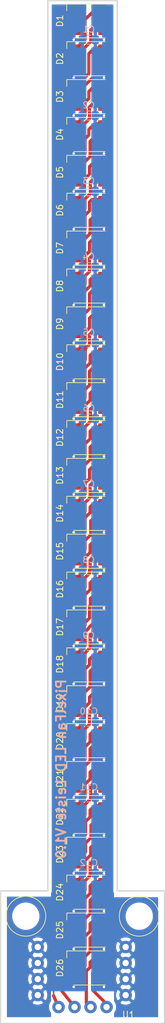
<source format=kicad_pcb>
(kicad_pcb (version 20171130) (host pcbnew "(5.1.4)-1")

  (general
    (thickness 1.6)
    (drawings 9)
    (tracks 589)
    (zones 0)
    (modules 39)
    (nets 57)
  )

  (page A2)
  (layers
    (0 F.Cu signal)
    (31 B.Cu signal)
    (32 B.Adhes user)
    (33 F.Adhes user)
    (34 B.Paste user)
    (35 F.Paste user)
    (36 B.SilkS user)
    (37 F.SilkS user)
    (38 B.Mask user)
    (39 F.Mask user)
    (40 Dwgs.User user)
    (41 Cmts.User user)
    (42 Eco1.User user)
    (43 Eco2.User user)
    (44 Edge.Cuts user)
    (45 Margin user)
    (46 B.CrtYd user)
    (47 F.CrtYd user)
    (48 B.Fab user)
    (49 F.Fab user)
  )

  (setup
    (last_trace_width 0.5)
    (user_trace_width 0.5)
    (user_trace_width 1)
    (user_trace_width 1.5)
    (user_trace_width 2)
    (trace_clearance 0.2)
    (zone_clearance 0.508)
    (zone_45_only no)
    (trace_min 0.2)
    (via_size 0.8)
    (via_drill 0.4)
    (via_min_size 0.4)
    (via_min_drill 0.3)
    (uvia_size 0.3)
    (uvia_drill 0.1)
    (uvias_allowed no)
    (uvia_min_size 0.2)
    (uvia_min_drill 0.1)
    (edge_width 0.05)
    (segment_width 0.2)
    (pcb_text_width 0.3)
    (pcb_text_size 1.5 1.5)
    (mod_edge_width 0.12)
    (mod_text_size 1 1)
    (mod_text_width 0.15)
    (pad_size 1.524 1.524)
    (pad_drill 0.762)
    (pad_to_mask_clearance 0.051)
    (solder_mask_min_width 0.25)
    (aux_axis_origin 300 240)
    (grid_origin 300 240)
    (visible_elements 7FFFFFFF)
    (pcbplotparams
      (layerselection 0x010f0_ffffffff)
      (usegerberextensions false)
      (usegerberattributes false)
      (usegerberadvancedattributes false)
      (creategerberjobfile false)
      (excludeedgelayer true)
      (linewidth 0.100000)
      (plotframeref false)
      (viasonmask false)
      (mode 1)
      (useauxorigin false)
      (hpglpennumber 1)
      (hpglpenspeed 20)
      (hpglpendiameter 15.000000)
      (psnegative false)
      (psa4output false)
      (plotreference true)
      (plotvalue true)
      (plotinvisibletext false)
      (padsonsilk false)
      (subtractmaskfromsilk false)
      (outputformat 1)
      (mirror false)
      (drillshape 0)
      (scaleselection 1)
      (outputdirectory "plots/"))
  )

  (net 0 "")
  (net 1 GND)
  (net 2 +5V)
  (net 3 "Net-(D1-Pad1)")
  (net 4 "Net-(D1-Pad2)")
  (net 5 "Net-(D1-Pad5)")
  (net 6 "Net-(D1-Pad6)")
  (net 7 "Net-(D2-Pad5)")
  (net 8 "Net-(D2-Pad6)")
  (net 9 "Net-(D3-Pad6)")
  (net 10 "Net-(D3-Pad5)")
  (net 11 "Net-(D10-Pad6)")
  (net 12 "Net-(D10-Pad5)")
  (net 13 "Net-(D4-Pad5)")
  (net 14 "Net-(D4-Pad6)")
  (net 15 "Net-(D6-Pad6)")
  (net 16 "Net-(D6-Pad5)")
  (net 17 "Net-(D12-Pad5)")
  (net 18 "Net-(D12-Pad6)")
  (net 19 "Net-(D14-Pad5)")
  (net 20 "Net-(D14-Pad6)")
  (net 21 "Net-(D10-Pad2)")
  (net 22 "Net-(D10-Pad1)")
  (net 23 "Net-(D11-Pad5)")
  (net 24 "Net-(D11-Pad6)")
  (net 25 "Net-(D13-Pad5)")
  (net 26 "Net-(D13-Pad6)")
  (net 27 "Net-(D15-Pad6)")
  (net 28 "Net-(D15-Pad5)")
  (net 29 "Net-(D17-Pad6)")
  (net 30 "Net-(D17-Pad5)")
  (net 31 "Net-(D19-Pad6)")
  (net 32 "Net-(D19-Pad5)")
  (net 33 "Net-(D21-Pad5)")
  (net 34 "Net-(D21-Pad6)")
  (net 35 "Net-(D23-Pad5)")
  (net 36 "Net-(D23-Pad6)")
  (net 37 "Net-(D25-Pad5)")
  (net 38 "Net-(D25-Pad6)")
  (net 39 "Net-(D5-Pad5)")
  (net 40 "Net-(D5-Pad6)")
  (net 41 "Net-(D7-Pad5)")
  (net 42 "Net-(D7-Pad6)")
  (net 43 "Net-(D8-Pad5)")
  (net 44 "Net-(D8-Pad6)")
  (net 45 "Net-(D16-Pad5)")
  (net 46 "Net-(D16-Pad6)")
  (net 47 "Net-(D18-Pad5)")
  (net 48 "Net-(D18-Pad6)")
  (net 49 "Net-(D20-Pad5)")
  (net 50 "Net-(D20-Pad6)")
  (net 51 "Net-(D22-Pad5)")
  (net 52 "Net-(D22-Pad6)")
  (net 53 "Net-(D24-Pad6)")
  (net 54 "Net-(D24-Pad5)")
  (net 55 "Net-(D26-Pad6)")
  (net 56 "Net-(D26-Pad5)")

  (net_class Default "Dies ist die voreingestellte Netzklasse."
    (clearance 0.2)
    (trace_width 0.25)
    (via_dia 0.8)
    (via_drill 0.4)
    (uvia_dia 0.3)
    (uvia_drill 0.1)
    (add_net +5V)
    (add_net GND)
    (add_net "Net-(D1-Pad1)")
    (add_net "Net-(D1-Pad2)")
    (add_net "Net-(D1-Pad5)")
    (add_net "Net-(D1-Pad6)")
    (add_net "Net-(D10-Pad1)")
    (add_net "Net-(D10-Pad2)")
    (add_net "Net-(D10-Pad5)")
    (add_net "Net-(D10-Pad6)")
    (add_net "Net-(D11-Pad5)")
    (add_net "Net-(D11-Pad6)")
    (add_net "Net-(D12-Pad5)")
    (add_net "Net-(D12-Pad6)")
    (add_net "Net-(D13-Pad5)")
    (add_net "Net-(D13-Pad6)")
    (add_net "Net-(D14-Pad5)")
    (add_net "Net-(D14-Pad6)")
    (add_net "Net-(D15-Pad5)")
    (add_net "Net-(D15-Pad6)")
    (add_net "Net-(D16-Pad5)")
    (add_net "Net-(D16-Pad6)")
    (add_net "Net-(D17-Pad5)")
    (add_net "Net-(D17-Pad6)")
    (add_net "Net-(D18-Pad5)")
    (add_net "Net-(D18-Pad6)")
    (add_net "Net-(D19-Pad5)")
    (add_net "Net-(D19-Pad6)")
    (add_net "Net-(D2-Pad5)")
    (add_net "Net-(D2-Pad6)")
    (add_net "Net-(D20-Pad5)")
    (add_net "Net-(D20-Pad6)")
    (add_net "Net-(D21-Pad5)")
    (add_net "Net-(D21-Pad6)")
    (add_net "Net-(D22-Pad5)")
    (add_net "Net-(D22-Pad6)")
    (add_net "Net-(D23-Pad5)")
    (add_net "Net-(D23-Pad6)")
    (add_net "Net-(D24-Pad5)")
    (add_net "Net-(D24-Pad6)")
    (add_net "Net-(D25-Pad5)")
    (add_net "Net-(D25-Pad6)")
    (add_net "Net-(D26-Pad5)")
    (add_net "Net-(D26-Pad6)")
    (add_net "Net-(D3-Pad5)")
    (add_net "Net-(D3-Pad6)")
    (add_net "Net-(D4-Pad5)")
    (add_net "Net-(D4-Pad6)")
    (add_net "Net-(D5-Pad5)")
    (add_net "Net-(D5-Pad6)")
    (add_net "Net-(D6-Pad5)")
    (add_net "Net-(D6-Pad6)")
    (add_net "Net-(D7-Pad5)")
    (add_net "Net-(D7-Pad6)")
    (add_net "Net-(D8-Pad5)")
    (add_net "Net-(D8-Pad6)")
  )

  (module Capacitor_SMD:C_0805_2012Metric_Pad1.15x1.40mm_HandSolder (layer B.Cu) (tedit 5B36C52B) (tstamp 5D7CC1B9)
    (at 301 51.2 180)
    (descr "Capacitor SMD 0805 (2012 Metric), square (rectangular) end terminal, IPC_7351 nominal with elongated pad for handsoldering. (Body size source: https://docs.google.com/spreadsheets/d/1BsfQQcO9C6DZCsRaXUlFlo91Tg2WpOkGARC1WS5S8t0/edit?usp=sharing), generated with kicad-footprint-generator")
    (tags "capacitor handsolder")
    (path /5DA643B4)
    (attr smd)
    (fp_text reference C1 (at 0 1.65) (layer B.SilkS)
      (effects (font (size 1 1) (thickness 0.15)) (justify mirror))
    )
    (fp_text value 100n (at 0 -1.65) (layer B.Fab)
      (effects (font (size 1 1) (thickness 0.15)) (justify mirror))
    )
    (fp_line (start -1 -0.6) (end -1 0.6) (layer B.Fab) (width 0.1))
    (fp_line (start -1 0.6) (end 1 0.6) (layer B.Fab) (width 0.1))
    (fp_line (start 1 0.6) (end 1 -0.6) (layer B.Fab) (width 0.1))
    (fp_line (start 1 -0.6) (end -1 -0.6) (layer B.Fab) (width 0.1))
    (fp_line (start -0.261252 0.71) (end 0.261252 0.71) (layer B.SilkS) (width 0.12))
    (fp_line (start -0.261252 -0.71) (end 0.261252 -0.71) (layer B.SilkS) (width 0.12))
    (fp_line (start -1.85 -0.95) (end -1.85 0.95) (layer B.CrtYd) (width 0.05))
    (fp_line (start -1.85 0.95) (end 1.85 0.95) (layer B.CrtYd) (width 0.05))
    (fp_line (start 1.85 0.95) (end 1.85 -0.95) (layer B.CrtYd) (width 0.05))
    (fp_line (start 1.85 -0.95) (end -1.85 -0.95) (layer B.CrtYd) (width 0.05))
    (fp_text user %R (at 0 0) (layer B.Fab)
      (effects (font (size 0.5 0.5) (thickness 0.08)) (justify mirror))
    )
    (pad 1 smd roundrect (at -1.025 0 180) (size 1.15 1.4) (layers B.Cu B.Paste B.Mask) (roundrect_rratio 0.217391)
      (net 2 +5V))
    (pad 2 smd roundrect (at 1.025 0 180) (size 1.15 1.4) (layers B.Cu B.Paste B.Mask) (roundrect_rratio 0.217391)
      (net 1 GND))
    (model ${KISYS3DMOD}/Capacitor_SMD.3dshapes/C_0805_2012Metric.wrl
      (at (xyz 0 0 0))
      (scale (xyz 1 1 1))
      (rotate (xyz 0 0 0))
    )
  )

  (module Capacitor_SMD:C_0805_2012Metric_Pad1.15x1.40mm_HandSolder (layer B.Cu) (tedit 5B36C52B) (tstamp 5D7CC1CA)
    (at 300.975 63.2 180)
    (descr "Capacitor SMD 0805 (2012 Metric), square (rectangular) end terminal, IPC_7351 nominal with elongated pad for handsoldering. (Body size source: https://docs.google.com/spreadsheets/d/1BsfQQcO9C6DZCsRaXUlFlo91Tg2WpOkGARC1WS5S8t0/edit?usp=sharing), generated with kicad-footprint-generator")
    (tags "capacitor handsolder")
    (path /5DA7D6DC)
    (attr smd)
    (fp_text reference C2 (at 0 1.65) (layer B.SilkS)
      (effects (font (size 1 1) (thickness 0.15)) (justify mirror))
    )
    (fp_text value 100n (at 0 -1.65) (layer B.Fab)
      (effects (font (size 1 1) (thickness 0.15)) (justify mirror))
    )
    (fp_line (start -1 -0.6) (end -1 0.6) (layer B.Fab) (width 0.1))
    (fp_line (start -1 0.6) (end 1 0.6) (layer B.Fab) (width 0.1))
    (fp_line (start 1 0.6) (end 1 -0.6) (layer B.Fab) (width 0.1))
    (fp_line (start 1 -0.6) (end -1 -0.6) (layer B.Fab) (width 0.1))
    (fp_line (start -0.261252 0.71) (end 0.261252 0.71) (layer B.SilkS) (width 0.12))
    (fp_line (start -0.261252 -0.71) (end 0.261252 -0.71) (layer B.SilkS) (width 0.12))
    (fp_line (start -1.85 -0.95) (end -1.85 0.95) (layer B.CrtYd) (width 0.05))
    (fp_line (start -1.85 0.95) (end 1.85 0.95) (layer B.CrtYd) (width 0.05))
    (fp_line (start 1.85 0.95) (end 1.85 -0.95) (layer B.CrtYd) (width 0.05))
    (fp_line (start 1.85 -0.95) (end -1.85 -0.95) (layer B.CrtYd) (width 0.05))
    (fp_text user %R (at 0 0) (layer B.Fab)
      (effects (font (size 0.5 0.5) (thickness 0.08)) (justify mirror))
    )
    (pad 1 smd roundrect (at -1.025 0 180) (size 1.15 1.4) (layers B.Cu B.Paste B.Mask) (roundrect_rratio 0.217391)
      (net 2 +5V))
    (pad 2 smd roundrect (at 1.025 0 180) (size 1.15 1.4) (layers B.Cu B.Paste B.Mask) (roundrect_rratio 0.217391)
      (net 1 GND))
    (model ${KISYS3DMOD}/Capacitor_SMD.3dshapes/C_0805_2012Metric.wrl
      (at (xyz 0 0 0))
      (scale (xyz 1 1 1))
      (rotate (xyz 0 0 0))
    )
  )

  (module Capacitor_SMD:C_0805_2012Metric_Pad1.15x1.40mm_HandSolder (layer B.Cu) (tedit 5B36C52B) (tstamp 5D7CC1DB)
    (at 300.975 75.2 180)
    (descr "Capacitor SMD 0805 (2012 Metric), square (rectangular) end terminal, IPC_7351 nominal with elongated pad for handsoldering. (Body size source: https://docs.google.com/spreadsheets/d/1BsfQQcO9C6DZCsRaXUlFlo91Tg2WpOkGARC1WS5S8t0/edit?usp=sharing), generated with kicad-footprint-generator")
    (tags "capacitor handsolder")
    (path /5DA95ED5)
    (attr smd)
    (fp_text reference C3 (at 0 1.65) (layer B.SilkS)
      (effects (font (size 1 1) (thickness 0.15)) (justify mirror))
    )
    (fp_text value 100n (at 0 -1.65) (layer B.Fab)
      (effects (font (size 1 1) (thickness 0.15)) (justify mirror))
    )
    (fp_text user %R (at 0 0) (layer B.Fab)
      (effects (font (size 0.5 0.5) (thickness 0.08)) (justify mirror))
    )
    (fp_line (start 1.85 -0.95) (end -1.85 -0.95) (layer B.CrtYd) (width 0.05))
    (fp_line (start 1.85 0.95) (end 1.85 -0.95) (layer B.CrtYd) (width 0.05))
    (fp_line (start -1.85 0.95) (end 1.85 0.95) (layer B.CrtYd) (width 0.05))
    (fp_line (start -1.85 -0.95) (end -1.85 0.95) (layer B.CrtYd) (width 0.05))
    (fp_line (start -0.261252 -0.71) (end 0.261252 -0.71) (layer B.SilkS) (width 0.12))
    (fp_line (start -0.261252 0.71) (end 0.261252 0.71) (layer B.SilkS) (width 0.12))
    (fp_line (start 1 -0.6) (end -1 -0.6) (layer B.Fab) (width 0.1))
    (fp_line (start 1 0.6) (end 1 -0.6) (layer B.Fab) (width 0.1))
    (fp_line (start -1 0.6) (end 1 0.6) (layer B.Fab) (width 0.1))
    (fp_line (start -1 -0.6) (end -1 0.6) (layer B.Fab) (width 0.1))
    (pad 2 smd roundrect (at 1.025 0 180) (size 1.15 1.4) (layers B.Cu B.Paste B.Mask) (roundrect_rratio 0.217391)
      (net 1 GND))
    (pad 1 smd roundrect (at -1.025 0 180) (size 1.15 1.4) (layers B.Cu B.Paste B.Mask) (roundrect_rratio 0.217391)
      (net 2 +5V))
    (model ${KISYS3DMOD}/Capacitor_SMD.3dshapes/C_0805_2012Metric.wrl
      (at (xyz 0 0 0))
      (scale (xyz 1 1 1))
      (rotate (xyz 0 0 0))
    )
  )

  (module Capacitor_SMD:C_0805_2012Metric_Pad1.15x1.40mm_HandSolder (layer B.Cu) (tedit 5B36C52B) (tstamp 5D7CC1EC)
    (at 300.975 87.2 180)
    (descr "Capacitor SMD 0805 (2012 Metric), square (rectangular) end terminal, IPC_7351 nominal with elongated pad for handsoldering. (Body size source: https://docs.google.com/spreadsheets/d/1BsfQQcO9C6DZCsRaXUlFlo91Tg2WpOkGARC1WS5S8t0/edit?usp=sharing), generated with kicad-footprint-generator")
    (tags "capacitor handsolder")
    (path /5DAAE7C0)
    (attr smd)
    (fp_text reference C4 (at 0 1.65) (layer B.SilkS)
      (effects (font (size 1 1) (thickness 0.15)) (justify mirror))
    )
    (fp_text value 100n (at 0 -1.65) (layer B.Fab)
      (effects (font (size 1 1) (thickness 0.15)) (justify mirror))
    )
    (fp_line (start -1 -0.6) (end -1 0.6) (layer B.Fab) (width 0.1))
    (fp_line (start -1 0.6) (end 1 0.6) (layer B.Fab) (width 0.1))
    (fp_line (start 1 0.6) (end 1 -0.6) (layer B.Fab) (width 0.1))
    (fp_line (start 1 -0.6) (end -1 -0.6) (layer B.Fab) (width 0.1))
    (fp_line (start -0.261252 0.71) (end 0.261252 0.71) (layer B.SilkS) (width 0.12))
    (fp_line (start -0.261252 -0.71) (end 0.261252 -0.71) (layer B.SilkS) (width 0.12))
    (fp_line (start -1.85 -0.95) (end -1.85 0.95) (layer B.CrtYd) (width 0.05))
    (fp_line (start -1.85 0.95) (end 1.85 0.95) (layer B.CrtYd) (width 0.05))
    (fp_line (start 1.85 0.95) (end 1.85 -0.95) (layer B.CrtYd) (width 0.05))
    (fp_line (start 1.85 -0.95) (end -1.85 -0.95) (layer B.CrtYd) (width 0.05))
    (fp_text user %R (at 0 0) (layer B.Fab)
      (effects (font (size 0.5 0.5) (thickness 0.08)) (justify mirror))
    )
    (pad 1 smd roundrect (at -1.025 0 180) (size 1.15 1.4) (layers B.Cu B.Paste B.Mask) (roundrect_rratio 0.217391)
      (net 2 +5V))
    (pad 2 smd roundrect (at 1.025 0 180) (size 1.15 1.4) (layers B.Cu B.Paste B.Mask) (roundrect_rratio 0.217391)
      (net 1 GND))
    (model ${KISYS3DMOD}/Capacitor_SMD.3dshapes/C_0805_2012Metric.wrl
      (at (xyz 0 0 0))
      (scale (xyz 1 1 1))
      (rotate (xyz 0 0 0))
    )
  )

  (module Capacitor_SMD:C_0805_2012Metric_Pad1.15x1.40mm_HandSolder (layer B.Cu) (tedit 5B36C52B) (tstamp 5D7CC1FD)
    (at 301 99.2 180)
    (descr "Capacitor SMD 0805 (2012 Metric), square (rectangular) end terminal, IPC_7351 nominal with elongated pad for handsoldering. (Body size source: https://docs.google.com/spreadsheets/d/1BsfQQcO9C6DZCsRaXUlFlo91Tg2WpOkGARC1WS5S8t0/edit?usp=sharing), generated with kicad-footprint-generator")
    (tags "capacitor handsolder")
    (path /5DAC7019)
    (attr smd)
    (fp_text reference C5 (at 0 1.65) (layer B.SilkS)
      (effects (font (size 1 1) (thickness 0.15)) (justify mirror))
    )
    (fp_text value 100n (at 0 -1.65) (layer B.Fab)
      (effects (font (size 1 1) (thickness 0.15)) (justify mirror))
    )
    (fp_text user %R (at 0 0) (layer B.Fab)
      (effects (font (size 0.5 0.5) (thickness 0.08)) (justify mirror))
    )
    (fp_line (start 1.85 -0.95) (end -1.85 -0.95) (layer B.CrtYd) (width 0.05))
    (fp_line (start 1.85 0.95) (end 1.85 -0.95) (layer B.CrtYd) (width 0.05))
    (fp_line (start -1.85 0.95) (end 1.85 0.95) (layer B.CrtYd) (width 0.05))
    (fp_line (start -1.85 -0.95) (end -1.85 0.95) (layer B.CrtYd) (width 0.05))
    (fp_line (start -0.261252 -0.71) (end 0.261252 -0.71) (layer B.SilkS) (width 0.12))
    (fp_line (start -0.261252 0.71) (end 0.261252 0.71) (layer B.SilkS) (width 0.12))
    (fp_line (start 1 -0.6) (end -1 -0.6) (layer B.Fab) (width 0.1))
    (fp_line (start 1 0.6) (end 1 -0.6) (layer B.Fab) (width 0.1))
    (fp_line (start -1 0.6) (end 1 0.6) (layer B.Fab) (width 0.1))
    (fp_line (start -1 -0.6) (end -1 0.6) (layer B.Fab) (width 0.1))
    (pad 2 smd roundrect (at 1.025 0 180) (size 1.15 1.4) (layers B.Cu B.Paste B.Mask) (roundrect_rratio 0.217391)
      (net 1 GND))
    (pad 1 smd roundrect (at -1.025 0 180) (size 1.15 1.4) (layers B.Cu B.Paste B.Mask) (roundrect_rratio 0.217391)
      (net 2 +5V))
    (model ${KISYS3DMOD}/Capacitor_SMD.3dshapes/C_0805_2012Metric.wrl
      (at (xyz 0 0 0))
      (scale (xyz 1 1 1))
      (rotate (xyz 0 0 0))
    )
  )

  (module Capacitor_SMD:C_0805_2012Metric_Pad1.15x1.40mm_HandSolder (layer B.Cu) (tedit 5B36C52B) (tstamp 5D7CC20E)
    (at 301 111.2 180)
    (descr "Capacitor SMD 0805 (2012 Metric), square (rectangular) end terminal, IPC_7351 nominal with elongated pad for handsoldering. (Body size source: https://docs.google.com/spreadsheets/d/1BsfQQcO9C6DZCsRaXUlFlo91Tg2WpOkGARC1WS5S8t0/edit?usp=sharing), generated with kicad-footprint-generator")
    (tags "capacitor handsolder")
    (path /5DADF8FA)
    (attr smd)
    (fp_text reference C6 (at 0 1.65) (layer B.SilkS)
      (effects (font (size 1 1) (thickness 0.15)) (justify mirror))
    )
    (fp_text value 100n (at 0 -1.65) (layer B.Fab)
      (effects (font (size 1 1) (thickness 0.15)) (justify mirror))
    )
    (fp_line (start -1 -0.6) (end -1 0.6) (layer B.Fab) (width 0.1))
    (fp_line (start -1 0.6) (end 1 0.6) (layer B.Fab) (width 0.1))
    (fp_line (start 1 0.6) (end 1 -0.6) (layer B.Fab) (width 0.1))
    (fp_line (start 1 -0.6) (end -1 -0.6) (layer B.Fab) (width 0.1))
    (fp_line (start -0.261252 0.71) (end 0.261252 0.71) (layer B.SilkS) (width 0.12))
    (fp_line (start -0.261252 -0.71) (end 0.261252 -0.71) (layer B.SilkS) (width 0.12))
    (fp_line (start -1.85 -0.95) (end -1.85 0.95) (layer B.CrtYd) (width 0.05))
    (fp_line (start -1.85 0.95) (end 1.85 0.95) (layer B.CrtYd) (width 0.05))
    (fp_line (start 1.85 0.95) (end 1.85 -0.95) (layer B.CrtYd) (width 0.05))
    (fp_line (start 1.85 -0.95) (end -1.85 -0.95) (layer B.CrtYd) (width 0.05))
    (fp_text user %R (at 0 0) (layer B.Fab)
      (effects (font (size 0.5 0.5) (thickness 0.08)) (justify mirror))
    )
    (pad 1 smd roundrect (at -1.025 0 180) (size 1.15 1.4) (layers B.Cu B.Paste B.Mask) (roundrect_rratio 0.217391)
      (net 2 +5V))
    (pad 2 smd roundrect (at 1.025 0 180) (size 1.15 1.4) (layers B.Cu B.Paste B.Mask) (roundrect_rratio 0.217391)
      (net 1 GND))
    (model ${KISYS3DMOD}/Capacitor_SMD.3dshapes/C_0805_2012Metric.wrl
      (at (xyz 0 0 0))
      (scale (xyz 1 1 1))
      (rotate (xyz 0 0 0))
    )
  )

  (module Capacitor_SMD:C_0805_2012Metric_Pad1.15x1.40mm_HandSolder (layer B.Cu) (tedit 5B36C52B) (tstamp 5D7CC21F)
    (at 301 123.2 180)
    (descr "Capacitor SMD 0805 (2012 Metric), square (rectangular) end terminal, IPC_7351 nominal with elongated pad for handsoldering. (Body size source: https://docs.google.com/spreadsheets/d/1BsfQQcO9C6DZCsRaXUlFlo91Tg2WpOkGARC1WS5S8t0/edit?usp=sharing), generated with kicad-footprint-generator")
    (tags "capacitor handsolder")
    (path /5DAF81BC)
    (attr smd)
    (fp_text reference C7 (at 0 1.65) (layer B.SilkS)
      (effects (font (size 1 1) (thickness 0.15)) (justify mirror))
    )
    (fp_text value 100n (at 0 -1.65) (layer B.Fab)
      (effects (font (size 1 1) (thickness 0.15)) (justify mirror))
    )
    (fp_text user %R (at 0 0) (layer B.Fab)
      (effects (font (size 0.5 0.5) (thickness 0.08)) (justify mirror))
    )
    (fp_line (start 1.85 -0.95) (end -1.85 -0.95) (layer B.CrtYd) (width 0.05))
    (fp_line (start 1.85 0.95) (end 1.85 -0.95) (layer B.CrtYd) (width 0.05))
    (fp_line (start -1.85 0.95) (end 1.85 0.95) (layer B.CrtYd) (width 0.05))
    (fp_line (start -1.85 -0.95) (end -1.85 0.95) (layer B.CrtYd) (width 0.05))
    (fp_line (start -0.261252 -0.71) (end 0.261252 -0.71) (layer B.SilkS) (width 0.12))
    (fp_line (start -0.261252 0.71) (end 0.261252 0.71) (layer B.SilkS) (width 0.12))
    (fp_line (start 1 -0.6) (end -1 -0.6) (layer B.Fab) (width 0.1))
    (fp_line (start 1 0.6) (end 1 -0.6) (layer B.Fab) (width 0.1))
    (fp_line (start -1 0.6) (end 1 0.6) (layer B.Fab) (width 0.1))
    (fp_line (start -1 -0.6) (end -1 0.6) (layer B.Fab) (width 0.1))
    (pad 2 smd roundrect (at 1.025 0 180) (size 1.15 1.4) (layers B.Cu B.Paste B.Mask) (roundrect_rratio 0.217391)
      (net 1 GND))
    (pad 1 smd roundrect (at -1.025 0 180) (size 1.15 1.4) (layers B.Cu B.Paste B.Mask) (roundrect_rratio 0.217391)
      (net 2 +5V))
    (model ${KISYS3DMOD}/Capacitor_SMD.3dshapes/C_0805_2012Metric.wrl
      (at (xyz 0 0 0))
      (scale (xyz 1 1 1))
      (rotate (xyz 0 0 0))
    )
  )

  (module Capacitor_SMD:C_0805_2012Metric_Pad1.15x1.40mm_HandSolder (layer B.Cu) (tedit 5B36C52B) (tstamp 5D7CC230)
    (at 300.975 135.2 180)
    (descr "Capacitor SMD 0805 (2012 Metric), square (rectangular) end terminal, IPC_7351 nominal with elongated pad for handsoldering. (Body size source: https://docs.google.com/spreadsheets/d/1BsfQQcO9C6DZCsRaXUlFlo91Tg2WpOkGARC1WS5S8t0/edit?usp=sharing), generated with kicad-footprint-generator")
    (tags "capacitor handsolder")
    (path /5DB109C1)
    (attr smd)
    (fp_text reference C8 (at 0 1.65) (layer B.SilkS)
      (effects (font (size 1 1) (thickness 0.15)) (justify mirror))
    )
    (fp_text value 100n (at 0 -1.65) (layer B.Fab)
      (effects (font (size 1 1) (thickness 0.15)) (justify mirror))
    )
    (fp_text user %R (at 0 0) (layer B.Fab)
      (effects (font (size 0.5 0.5) (thickness 0.08)) (justify mirror))
    )
    (fp_line (start 1.85 -0.95) (end -1.85 -0.95) (layer B.CrtYd) (width 0.05))
    (fp_line (start 1.85 0.95) (end 1.85 -0.95) (layer B.CrtYd) (width 0.05))
    (fp_line (start -1.85 0.95) (end 1.85 0.95) (layer B.CrtYd) (width 0.05))
    (fp_line (start -1.85 -0.95) (end -1.85 0.95) (layer B.CrtYd) (width 0.05))
    (fp_line (start -0.261252 -0.71) (end 0.261252 -0.71) (layer B.SilkS) (width 0.12))
    (fp_line (start -0.261252 0.71) (end 0.261252 0.71) (layer B.SilkS) (width 0.12))
    (fp_line (start 1 -0.6) (end -1 -0.6) (layer B.Fab) (width 0.1))
    (fp_line (start 1 0.6) (end 1 -0.6) (layer B.Fab) (width 0.1))
    (fp_line (start -1 0.6) (end 1 0.6) (layer B.Fab) (width 0.1))
    (fp_line (start -1 -0.6) (end -1 0.6) (layer B.Fab) (width 0.1))
    (pad 2 smd roundrect (at 1.025 0 180) (size 1.15 1.4) (layers B.Cu B.Paste B.Mask) (roundrect_rratio 0.217391)
      (net 1 GND))
    (pad 1 smd roundrect (at -1.025 0 180) (size 1.15 1.4) (layers B.Cu B.Paste B.Mask) (roundrect_rratio 0.217391)
      (net 2 +5V))
    (model ${KISYS3DMOD}/Capacitor_SMD.3dshapes/C_0805_2012Metric.wrl
      (at (xyz 0 0 0))
      (scale (xyz 1 1 1))
      (rotate (xyz 0 0 0))
    )
  )

  (module Capacitor_SMD:C_0805_2012Metric_Pad1.15x1.40mm_HandSolder (layer B.Cu) (tedit 5B36C52B) (tstamp 5D7CC241)
    (at 300.975 147.2 180)
    (descr "Capacitor SMD 0805 (2012 Metric), square (rectangular) end terminal, IPC_7351 nominal with elongated pad for handsoldering. (Body size source: https://docs.google.com/spreadsheets/d/1BsfQQcO9C6DZCsRaXUlFlo91Tg2WpOkGARC1WS5S8t0/edit?usp=sharing), generated with kicad-footprint-generator")
    (tags "capacitor handsolder")
    (path /5DB292B6)
    (attr smd)
    (fp_text reference C9 (at 0 1.65) (layer B.SilkS)
      (effects (font (size 1 1) (thickness 0.15)) (justify mirror))
    )
    (fp_text value 100n (at 0 -1.65) (layer B.Fab)
      (effects (font (size 1 1) (thickness 0.15)) (justify mirror))
    )
    (fp_line (start -1 -0.6) (end -1 0.6) (layer B.Fab) (width 0.1))
    (fp_line (start -1 0.6) (end 1 0.6) (layer B.Fab) (width 0.1))
    (fp_line (start 1 0.6) (end 1 -0.6) (layer B.Fab) (width 0.1))
    (fp_line (start 1 -0.6) (end -1 -0.6) (layer B.Fab) (width 0.1))
    (fp_line (start -0.261252 0.71) (end 0.261252 0.71) (layer B.SilkS) (width 0.12))
    (fp_line (start -0.261252 -0.71) (end 0.261252 -0.71) (layer B.SilkS) (width 0.12))
    (fp_line (start -1.85 -0.95) (end -1.85 0.95) (layer B.CrtYd) (width 0.05))
    (fp_line (start -1.85 0.95) (end 1.85 0.95) (layer B.CrtYd) (width 0.05))
    (fp_line (start 1.85 0.95) (end 1.85 -0.95) (layer B.CrtYd) (width 0.05))
    (fp_line (start 1.85 -0.95) (end -1.85 -0.95) (layer B.CrtYd) (width 0.05))
    (fp_text user %R (at 0 0) (layer B.Fab)
      (effects (font (size 0.5 0.5) (thickness 0.08)) (justify mirror))
    )
    (pad 1 smd roundrect (at -1.025 0 180) (size 1.15 1.4) (layers B.Cu B.Paste B.Mask) (roundrect_rratio 0.217391)
      (net 2 +5V))
    (pad 2 smd roundrect (at 1.025 0 180) (size 1.15 1.4) (layers B.Cu B.Paste B.Mask) (roundrect_rratio 0.217391)
      (net 1 GND))
    (model ${KISYS3DMOD}/Capacitor_SMD.3dshapes/C_0805_2012Metric.wrl
      (at (xyz 0 0 0))
      (scale (xyz 1 1 1))
      (rotate (xyz 0 0 0))
    )
  )

  (module Capacitor_SMD:C_0805_2012Metric_Pad1.15x1.40mm_HandSolder (layer B.Cu) (tedit 5B36C52B) (tstamp 5D7CC252)
    (at 301 159.2 180)
    (descr "Capacitor SMD 0805 (2012 Metric), square (rectangular) end terminal, IPC_7351 nominal with elongated pad for handsoldering. (Body size source: https://docs.google.com/spreadsheets/d/1BsfQQcO9C6DZCsRaXUlFlo91Tg2WpOkGARC1WS5S8t0/edit?usp=sharing), generated with kicad-footprint-generator")
    (tags "capacitor handsolder")
    (path /5E20ACF7)
    (attr smd)
    (fp_text reference C10 (at 0 1.65) (layer B.SilkS)
      (effects (font (size 1 1) (thickness 0.15)) (justify mirror))
    )
    (fp_text value 100n (at 0 -1.65) (layer B.Fab)
      (effects (font (size 1 1) (thickness 0.15)) (justify mirror))
    )
    (fp_line (start -1 -0.6) (end -1 0.6) (layer B.Fab) (width 0.1))
    (fp_line (start -1 0.6) (end 1 0.6) (layer B.Fab) (width 0.1))
    (fp_line (start 1 0.6) (end 1 -0.6) (layer B.Fab) (width 0.1))
    (fp_line (start 1 -0.6) (end -1 -0.6) (layer B.Fab) (width 0.1))
    (fp_line (start -0.261252 0.71) (end 0.261252 0.71) (layer B.SilkS) (width 0.12))
    (fp_line (start -0.261252 -0.71) (end 0.261252 -0.71) (layer B.SilkS) (width 0.12))
    (fp_line (start -1.85 -0.95) (end -1.85 0.95) (layer B.CrtYd) (width 0.05))
    (fp_line (start -1.85 0.95) (end 1.85 0.95) (layer B.CrtYd) (width 0.05))
    (fp_line (start 1.85 0.95) (end 1.85 -0.95) (layer B.CrtYd) (width 0.05))
    (fp_line (start 1.85 -0.95) (end -1.85 -0.95) (layer B.CrtYd) (width 0.05))
    (fp_text user %R (at 0 0) (layer B.Fab)
      (effects (font (size 0.5 0.5) (thickness 0.08)) (justify mirror))
    )
    (pad 1 smd roundrect (at -1.025 0 180) (size 1.15 1.4) (layers B.Cu B.Paste B.Mask) (roundrect_rratio 0.217391)
      (net 2 +5V))
    (pad 2 smd roundrect (at 1.025 0 180) (size 1.15 1.4) (layers B.Cu B.Paste B.Mask) (roundrect_rratio 0.217391)
      (net 1 GND))
    (model ${KISYS3DMOD}/Capacitor_SMD.3dshapes/C_0805_2012Metric.wrl
      (at (xyz 0 0 0))
      (scale (xyz 1 1 1))
      (rotate (xyz 0 0 0))
    )
  )

  (module Capacitor_SMD:C_0805_2012Metric_Pad1.15x1.40mm_HandSolder (layer B.Cu) (tedit 5B36C52B) (tstamp 5D7CC263)
    (at 301 171.2 180)
    (descr "Capacitor SMD 0805 (2012 Metric), square (rectangular) end terminal, IPC_7351 nominal with elongated pad for handsoldering. (Body size source: https://docs.google.com/spreadsheets/d/1BsfQQcO9C6DZCsRaXUlFlo91Tg2WpOkGARC1WS5S8t0/edit?usp=sharing), generated with kicad-footprint-generator")
    (tags "capacitor handsolder")
    (path /5F4B26A1)
    (attr smd)
    (fp_text reference C11 (at 0 1.65) (layer B.SilkS)
      (effects (font (size 1 1) (thickness 0.15)) (justify mirror))
    )
    (fp_text value 100n (at 0 -1.65) (layer B.Fab)
      (effects (font (size 1 1) (thickness 0.15)) (justify mirror))
    )
    (fp_text user %R (at 0 0) (layer B.Fab)
      (effects (font (size 0.5 0.5) (thickness 0.08)) (justify mirror))
    )
    (fp_line (start 1.85 -0.95) (end -1.85 -0.95) (layer B.CrtYd) (width 0.05))
    (fp_line (start 1.85 0.95) (end 1.85 -0.95) (layer B.CrtYd) (width 0.05))
    (fp_line (start -1.85 0.95) (end 1.85 0.95) (layer B.CrtYd) (width 0.05))
    (fp_line (start -1.85 -0.95) (end -1.85 0.95) (layer B.CrtYd) (width 0.05))
    (fp_line (start -0.261252 -0.71) (end 0.261252 -0.71) (layer B.SilkS) (width 0.12))
    (fp_line (start -0.261252 0.71) (end 0.261252 0.71) (layer B.SilkS) (width 0.12))
    (fp_line (start 1 -0.6) (end -1 -0.6) (layer B.Fab) (width 0.1))
    (fp_line (start 1 0.6) (end 1 -0.6) (layer B.Fab) (width 0.1))
    (fp_line (start -1 0.6) (end 1 0.6) (layer B.Fab) (width 0.1))
    (fp_line (start -1 -0.6) (end -1 0.6) (layer B.Fab) (width 0.1))
    (pad 2 smd roundrect (at 1.025 0 180) (size 1.15 1.4) (layers B.Cu B.Paste B.Mask) (roundrect_rratio 0.217391)
      (net 1 GND))
    (pad 1 smd roundrect (at -1.025 0 180) (size 1.15 1.4) (layers B.Cu B.Paste B.Mask) (roundrect_rratio 0.217391)
      (net 2 +5V))
    (model ${KISYS3DMOD}/Capacitor_SMD.3dshapes/C_0805_2012Metric.wrl
      (at (xyz 0 0 0))
      (scale (xyz 1 1 1))
      (rotate (xyz 0 0 0))
    )
  )

  (module Capacitor_SMD:C_0805_2012Metric_Pad1.15x1.40mm_HandSolder (layer B.Cu) (tedit 5B36C52B) (tstamp 5D7CC274)
    (at 301 183.2 180)
    (descr "Capacitor SMD 0805 (2012 Metric), square (rectangular) end terminal, IPC_7351 nominal with elongated pad for handsoldering. (Body size source: https://docs.google.com/spreadsheets/d/1BsfQQcO9C6DZCsRaXUlFlo91Tg2WpOkGARC1WS5S8t0/edit?usp=sharing), generated with kicad-footprint-generator")
    (tags "capacitor handsolder")
    (path /5F4B2BFB)
    (attr smd)
    (fp_text reference C12 (at 0 1.65) (layer B.SilkS)
      (effects (font (size 1 1) (thickness 0.15)) (justify mirror))
    )
    (fp_text value 100n (at 0 -1.65) (layer B.Fab)
      (effects (font (size 1 1) (thickness 0.15)) (justify mirror))
    )
    (fp_line (start -1 -0.6) (end -1 0.6) (layer B.Fab) (width 0.1))
    (fp_line (start -1 0.6) (end 1 0.6) (layer B.Fab) (width 0.1))
    (fp_line (start 1 0.6) (end 1 -0.6) (layer B.Fab) (width 0.1))
    (fp_line (start 1 -0.6) (end -1 -0.6) (layer B.Fab) (width 0.1))
    (fp_line (start -0.261252 0.71) (end 0.261252 0.71) (layer B.SilkS) (width 0.12))
    (fp_line (start -0.261252 -0.71) (end 0.261252 -0.71) (layer B.SilkS) (width 0.12))
    (fp_line (start -1.85 -0.95) (end -1.85 0.95) (layer B.CrtYd) (width 0.05))
    (fp_line (start -1.85 0.95) (end 1.85 0.95) (layer B.CrtYd) (width 0.05))
    (fp_line (start 1.85 0.95) (end 1.85 -0.95) (layer B.CrtYd) (width 0.05))
    (fp_line (start 1.85 -0.95) (end -1.85 -0.95) (layer B.CrtYd) (width 0.05))
    (fp_text user %R (at 0 0) (layer B.Fab)
      (effects (font (size 0.5 0.5) (thickness 0.08)) (justify mirror))
    )
    (pad 1 smd roundrect (at -1.025 0 180) (size 1.15 1.4) (layers B.Cu B.Paste B.Mask) (roundrect_rratio 0.217391)
      (net 2 +5V))
    (pad 2 smd roundrect (at 1.025 0 180) (size 1.15 1.4) (layers B.Cu B.Paste B.Mask) (roundrect_rratio 0.217391)
      (net 1 GND))
    (model ${KISYS3DMOD}/Capacitor_SMD.3dshapes/C_0805_2012Metric.wrl
      (at (xyz 0 0 0))
      (scale (xyz 1 1 1))
      (rotate (xyz 0 0 0))
    )
  )

  (module LED_SMD:LED_RGB_5050-6 (layer F.Cu) (tedit 59155824) (tstamp 5D7CC29D)
    (at 301.1 66.2)
    (descr http://cdn.sparkfun.com/datasheets/Components/LED/5060BRG4.pdf)
    (tags "RGB LED 5050-6")
    (path /5D741246)
    (attr smd)
    (fp_text reference D4 (at -4.7 0 270) (layer F.SilkS)
      (effects (font (size 1 1) (thickness 0.15)))
    )
    (fp_text value APA102 (at 0 3.3) (layer F.Fab)
      (effects (font (size 1 1) (thickness 0.15)))
    )
    (fp_circle (center 0 0) (end 0 -1.9) (layer F.Fab) (width 0.1))
    (fp_text user %R (at 0 0) (layer F.Fab)
      (effects (font (size 0.6 0.6) (thickness 0.06)))
    )
    (fp_line (start -3.65 -2.75) (end -3.65 2.75) (layer F.CrtYd) (width 0.05))
    (fp_line (start -3.65 2.75) (end 3.65 2.75) (layer F.CrtYd) (width 0.05))
    (fp_line (start 3.65 2.75) (end 3.65 -2.75) (layer F.CrtYd) (width 0.05))
    (fp_line (start 3.65 -2.75) (end -3.65 -2.75) (layer F.CrtYd) (width 0.05))
    (fp_line (start 2.5 2.7) (end -2.5 2.7) (layer F.SilkS) (width 0.12))
    (fp_line (start -3.6 -1.6) (end -3.6 -2.7) (layer F.SilkS) (width 0.12))
    (fp_line (start -3.6 -2.7) (end 2.5 -2.7) (layer F.SilkS) (width 0.12))
    (fp_line (start -2.5 -2.5) (end -2.5 2.5) (layer F.Fab) (width 0.1))
    (fp_line (start -2.5 2.5) (end 2.5 2.5) (layer F.Fab) (width 0.1))
    (fp_line (start 2.5 2.5) (end 2.5 -2.5) (layer F.Fab) (width 0.1))
    (fp_line (start 2.5 -2.5) (end -2.5 -2.5) (layer F.Fab) (width 0.1))
    (fp_line (start -2.5 -1.9) (end -1.9 -2.5) (layer F.Fab) (width 0.1))
    (pad 6 smd rect (at 2.4 -1.7 90) (size 1.1 2) (layers F.Cu F.Paste F.Mask)
      (net 14 "Net-(D4-Pad6)"))
    (pad 5 smd rect (at 2.4 0 90) (size 1.1 2) (layers F.Cu F.Paste F.Mask)
      (net 13 "Net-(D4-Pad5)"))
    (pad 4 smd rect (at 2.4 1.7 90) (size 1.1 2) (layers F.Cu F.Paste F.Mask)
      (net 2 +5V))
    (pad 3 smd rect (at -2.4 1.7 90) (size 1.1 2) (layers F.Cu F.Paste F.Mask)
      (net 1 GND))
    (pad 2 smd rect (at -2.4 0 90) (size 1.1 2) (layers F.Cu F.Paste F.Mask)
      (net 10 "Net-(D3-Pad5)"))
    (pad 1 smd rect (at -2.4 -1.7 90) (size 1.1 2) (layers F.Cu F.Paste F.Mask)
      (net 9 "Net-(D3-Pad6)"))
    (model ${KISYS3DMOD}/LED_SMD.3dshapes/LED_RGB_5050-6.wrl
      (at (xyz 0 0 0))
      (scale (xyz 1 1 1))
      (rotate (xyz 0 0 0))
    )
  )

  (module LED_SMD:LED_RGB_5050-6 (layer F.Cu) (tedit 59155824) (tstamp 5D7CC2B5)
    (at 301.1 180.2)
    (descr http://cdn.sparkfun.com/datasheets/Components/LED/5060BRG4.pdf)
    (tags "RGB LED 5050-6")
    (path /5D8707DB)
    (attr smd)
    (fp_text reference D23 (at -4.7 0 270) (layer F.SilkS)
      (effects (font (size 1 1) (thickness 0.15)))
    )
    (fp_text value APA102 (at 0 3.3) (layer F.Fab)
      (effects (font (size 1 1) (thickness 0.15)))
    )
    (fp_circle (center 0 0) (end 0 -1.9) (layer F.Fab) (width 0.1))
    (fp_text user %R (at 0 0) (layer F.Fab)
      (effects (font (size 0.6 0.6) (thickness 0.06)))
    )
    (fp_line (start -3.65 -2.75) (end -3.65 2.75) (layer F.CrtYd) (width 0.05))
    (fp_line (start -3.65 2.75) (end 3.65 2.75) (layer F.CrtYd) (width 0.05))
    (fp_line (start 3.65 2.75) (end 3.65 -2.75) (layer F.CrtYd) (width 0.05))
    (fp_line (start 3.65 -2.75) (end -3.65 -2.75) (layer F.CrtYd) (width 0.05))
    (fp_line (start 2.5 2.7) (end -2.5 2.7) (layer F.SilkS) (width 0.12))
    (fp_line (start -3.6 -1.6) (end -3.6 -2.7) (layer F.SilkS) (width 0.12))
    (fp_line (start -3.6 -2.7) (end 2.5 -2.7) (layer F.SilkS) (width 0.12))
    (fp_line (start -2.5 -2.5) (end -2.5 2.5) (layer F.Fab) (width 0.1))
    (fp_line (start -2.5 2.5) (end 2.5 2.5) (layer F.Fab) (width 0.1))
    (fp_line (start 2.5 2.5) (end 2.5 -2.5) (layer F.Fab) (width 0.1))
    (fp_line (start 2.5 -2.5) (end -2.5 -2.5) (layer F.Fab) (width 0.1))
    (fp_line (start -2.5 -1.9) (end -1.9 -2.5) (layer F.Fab) (width 0.1))
    (pad 6 smd rect (at 2.4 -1.7 90) (size 1.1 2) (layers F.Cu F.Paste F.Mask)
      (net 36 "Net-(D23-Pad6)"))
    (pad 5 smd rect (at 2.4 0 90) (size 1.1 2) (layers F.Cu F.Paste F.Mask)
      (net 35 "Net-(D23-Pad5)"))
    (pad 4 smd rect (at 2.4 1.7 90) (size 1.1 2) (layers F.Cu F.Paste F.Mask)
      (net 2 +5V))
    (pad 3 smd rect (at -2.4 1.7 90) (size 1.1 2) (layers F.Cu F.Paste F.Mask)
      (net 1 GND))
    (pad 2 smd rect (at -2.4 0 90) (size 1.1 2) (layers F.Cu F.Paste F.Mask)
      (net 51 "Net-(D22-Pad5)"))
    (pad 1 smd rect (at -2.4 -1.7 90) (size 1.1 2) (layers F.Cu F.Paste F.Mask)
      (net 52 "Net-(D22-Pad6)"))
    (model ${KISYS3DMOD}/LED_SMD.3dshapes/LED_RGB_5050-6.wrl
      (at (xyz 0 0 0))
      (scale (xyz 1 1 1))
      (rotate (xyz 0 0 0))
    )
  )

  (module LED_SMD:LED_RGB_5050-6 (layer F.Cu) (tedit 59155824) (tstamp 5D7CC2CD)
    (at 301.1 72.2)
    (descr http://cdn.sparkfun.com/datasheets/Components/LED/5060BRG4.pdf)
    (tags "RGB LED 5050-6")
    (path /5D86874D)
    (attr smd)
    (fp_text reference D5 (at -4.7 0 270) (layer F.SilkS)
      (effects (font (size 1 1) (thickness 0.15)))
    )
    (fp_text value APA102 (at 0 3.3) (layer F.Fab)
      (effects (font (size 1 1) (thickness 0.15)))
    )
    (fp_line (start -2.5 -1.9) (end -1.9 -2.5) (layer F.Fab) (width 0.1))
    (fp_line (start 2.5 -2.5) (end -2.5 -2.5) (layer F.Fab) (width 0.1))
    (fp_line (start 2.5 2.5) (end 2.5 -2.5) (layer F.Fab) (width 0.1))
    (fp_line (start -2.5 2.5) (end 2.5 2.5) (layer F.Fab) (width 0.1))
    (fp_line (start -2.5 -2.5) (end -2.5 2.5) (layer F.Fab) (width 0.1))
    (fp_line (start -3.6 -2.7) (end 2.5 -2.7) (layer F.SilkS) (width 0.12))
    (fp_line (start -3.6 -1.6) (end -3.6 -2.7) (layer F.SilkS) (width 0.12))
    (fp_line (start 2.5 2.7) (end -2.5 2.7) (layer F.SilkS) (width 0.12))
    (fp_line (start 3.65 -2.75) (end -3.65 -2.75) (layer F.CrtYd) (width 0.05))
    (fp_line (start 3.65 2.75) (end 3.65 -2.75) (layer F.CrtYd) (width 0.05))
    (fp_line (start -3.65 2.75) (end 3.65 2.75) (layer F.CrtYd) (width 0.05))
    (fp_line (start -3.65 -2.75) (end -3.65 2.75) (layer F.CrtYd) (width 0.05))
    (fp_text user %R (at 0 0) (layer F.Fab)
      (effects (font (size 0.6 0.6) (thickness 0.06)))
    )
    (fp_circle (center 0 0) (end 0 -1.9) (layer F.Fab) (width 0.1))
    (pad 1 smd rect (at -2.4 -1.7 90) (size 1.1 2) (layers F.Cu F.Paste F.Mask)
      (net 14 "Net-(D4-Pad6)"))
    (pad 2 smd rect (at -2.4 0 90) (size 1.1 2) (layers F.Cu F.Paste F.Mask)
      (net 13 "Net-(D4-Pad5)"))
    (pad 3 smd rect (at -2.4 1.7 90) (size 1.1 2) (layers F.Cu F.Paste F.Mask)
      (net 1 GND))
    (pad 4 smd rect (at 2.4 1.7 90) (size 1.1 2) (layers F.Cu F.Paste F.Mask)
      (net 2 +5V))
    (pad 5 smd rect (at 2.4 0 90) (size 1.1 2) (layers F.Cu F.Paste F.Mask)
      (net 39 "Net-(D5-Pad5)"))
    (pad 6 smd rect (at 2.4 -1.7 90) (size 1.1 2) (layers F.Cu F.Paste F.Mask)
      (net 40 "Net-(D5-Pad6)"))
    (model ${KISYS3DMOD}/LED_SMD.3dshapes/LED_RGB_5050-6.wrl
      (at (xyz 0 0 0))
      (scale (xyz 1 1 1))
      (rotate (xyz 0 0 0))
    )
  )

  (module LED_SMD:LED_RGB_5050-6 (layer F.Cu) (tedit 59155824) (tstamp 5D7CC2E5)
    (at 301.1 174.2)
    (descr http://cdn.sparkfun.com/datasheets/Components/LED/5060BRG4.pdf)
    (tags "RGB LED 5050-6")
    (path /5D87037B)
    (attr smd)
    (fp_text reference D22 (at -4.7 0 270) (layer F.SilkS)
      (effects (font (size 1 1) (thickness 0.15)))
    )
    (fp_text value APA102 (at 0 3.3) (layer F.Fab)
      (effects (font (size 1 1) (thickness 0.15)))
    )
    (fp_line (start -2.5 -1.9) (end -1.9 -2.5) (layer F.Fab) (width 0.1))
    (fp_line (start 2.5 -2.5) (end -2.5 -2.5) (layer F.Fab) (width 0.1))
    (fp_line (start 2.5 2.5) (end 2.5 -2.5) (layer F.Fab) (width 0.1))
    (fp_line (start -2.5 2.5) (end 2.5 2.5) (layer F.Fab) (width 0.1))
    (fp_line (start -2.5 -2.5) (end -2.5 2.5) (layer F.Fab) (width 0.1))
    (fp_line (start -3.6 -2.7) (end 2.5 -2.7) (layer F.SilkS) (width 0.12))
    (fp_line (start -3.6 -1.6) (end -3.6 -2.7) (layer F.SilkS) (width 0.12))
    (fp_line (start 2.5 2.7) (end -2.5 2.7) (layer F.SilkS) (width 0.12))
    (fp_line (start 3.65 -2.75) (end -3.65 -2.75) (layer F.CrtYd) (width 0.05))
    (fp_line (start 3.65 2.75) (end 3.65 -2.75) (layer F.CrtYd) (width 0.05))
    (fp_line (start -3.65 2.75) (end 3.65 2.75) (layer F.CrtYd) (width 0.05))
    (fp_line (start -3.65 -2.75) (end -3.65 2.75) (layer F.CrtYd) (width 0.05))
    (fp_text user %R (at 0 0) (layer F.Fab)
      (effects (font (size 0.6 0.6) (thickness 0.06)))
    )
    (fp_circle (center 0 0) (end 0 -1.9) (layer F.Fab) (width 0.1))
    (pad 1 smd rect (at -2.4 -1.7 90) (size 1.1 2) (layers F.Cu F.Paste F.Mask)
      (net 34 "Net-(D21-Pad6)"))
    (pad 2 smd rect (at -2.4 0 90) (size 1.1 2) (layers F.Cu F.Paste F.Mask)
      (net 33 "Net-(D21-Pad5)"))
    (pad 3 smd rect (at -2.4 1.7 90) (size 1.1 2) (layers F.Cu F.Paste F.Mask)
      (net 1 GND))
    (pad 4 smd rect (at 2.4 1.7 90) (size 1.1 2) (layers F.Cu F.Paste F.Mask)
      (net 2 +5V))
    (pad 5 smd rect (at 2.4 0 90) (size 1.1 2) (layers F.Cu F.Paste F.Mask)
      (net 51 "Net-(D22-Pad5)"))
    (pad 6 smd rect (at 2.4 -1.7 90) (size 1.1 2) (layers F.Cu F.Paste F.Mask)
      (net 52 "Net-(D22-Pad6)"))
    (model ${KISYS3DMOD}/LED_SMD.3dshapes/LED_RGB_5050-6.wrl
      (at (xyz 0 0 0))
      (scale (xyz 1 1 1))
      (rotate (xyz 0 0 0))
    )
  )

  (module LED_SMD:LED_RGB_5050-6 (layer F.Cu) (tedit 59155824) (tstamp 5D7CC2FD)
    (at 301.1 78.2)
    (descr http://cdn.sparkfun.com/datasheets/Components/LED/5060BRG4.pdf)
    (tags "RGB LED 5050-6")
    (path /5D86910A)
    (attr smd)
    (fp_text reference D6 (at -4.7 0 270) (layer F.SilkS)
      (effects (font (size 1 1) (thickness 0.15)))
    )
    (fp_text value APA102 (at 0 3.3) (layer F.Fab)
      (effects (font (size 1 1) (thickness 0.15)))
    )
    (fp_circle (center 0 0) (end 0 -1.9) (layer F.Fab) (width 0.1))
    (fp_text user %R (at 0 0) (layer F.Fab)
      (effects (font (size 0.6 0.6) (thickness 0.06)))
    )
    (fp_line (start -3.65 -2.75) (end -3.65 2.75) (layer F.CrtYd) (width 0.05))
    (fp_line (start -3.65 2.75) (end 3.65 2.75) (layer F.CrtYd) (width 0.05))
    (fp_line (start 3.65 2.75) (end 3.65 -2.75) (layer F.CrtYd) (width 0.05))
    (fp_line (start 3.65 -2.75) (end -3.65 -2.75) (layer F.CrtYd) (width 0.05))
    (fp_line (start 2.5 2.7) (end -2.5 2.7) (layer F.SilkS) (width 0.12))
    (fp_line (start -3.6 -1.6) (end -3.6 -2.7) (layer F.SilkS) (width 0.12))
    (fp_line (start -3.6 -2.7) (end 2.5 -2.7) (layer F.SilkS) (width 0.12))
    (fp_line (start -2.5 -2.5) (end -2.5 2.5) (layer F.Fab) (width 0.1))
    (fp_line (start -2.5 2.5) (end 2.5 2.5) (layer F.Fab) (width 0.1))
    (fp_line (start 2.5 2.5) (end 2.5 -2.5) (layer F.Fab) (width 0.1))
    (fp_line (start 2.5 -2.5) (end -2.5 -2.5) (layer F.Fab) (width 0.1))
    (fp_line (start -2.5 -1.9) (end -1.9 -2.5) (layer F.Fab) (width 0.1))
    (pad 6 smd rect (at 2.4 -1.7 90) (size 1.1 2) (layers F.Cu F.Paste F.Mask)
      (net 15 "Net-(D6-Pad6)"))
    (pad 5 smd rect (at 2.4 0 90) (size 1.1 2) (layers F.Cu F.Paste F.Mask)
      (net 16 "Net-(D6-Pad5)"))
    (pad 4 smd rect (at 2.4 1.7 90) (size 1.1 2) (layers F.Cu F.Paste F.Mask)
      (net 2 +5V))
    (pad 3 smd rect (at -2.4 1.7 90) (size 1.1 2) (layers F.Cu F.Paste F.Mask)
      (net 1 GND))
    (pad 2 smd rect (at -2.4 0 90) (size 1.1 2) (layers F.Cu F.Paste F.Mask)
      (net 39 "Net-(D5-Pad5)"))
    (pad 1 smd rect (at -2.4 -1.7 90) (size 1.1 2) (layers F.Cu F.Paste F.Mask)
      (net 40 "Net-(D5-Pad6)"))
    (model ${KISYS3DMOD}/LED_SMD.3dshapes/LED_RGB_5050-6.wrl
      (at (xyz 0 0 0))
      (scale (xyz 1 1 1))
      (rotate (xyz 0 0 0))
    )
  )

  (module LED_SMD:LED_RGB_5050-6 (layer F.Cu) (tedit 59155824) (tstamp 5D7CC315)
    (at 301.1 168.2)
    (descr http://cdn.sparkfun.com/datasheets/Components/LED/5060BRG4.pdf)
    (tags "RGB LED 5050-6")
    (path /5D86FB41)
    (attr smd)
    (fp_text reference D21 (at -4.7 0 270) (layer F.SilkS)
      (effects (font (size 1 1) (thickness 0.15)))
    )
    (fp_text value APA102 (at 0 3.3) (layer F.Fab)
      (effects (font (size 1 1) (thickness 0.15)))
    )
    (fp_circle (center 0 0) (end 0 -1.9) (layer F.Fab) (width 0.1))
    (fp_text user %R (at 0 0) (layer F.Fab)
      (effects (font (size 0.6 0.6) (thickness 0.06)))
    )
    (fp_line (start -3.65 -2.75) (end -3.65 2.75) (layer F.CrtYd) (width 0.05))
    (fp_line (start -3.65 2.75) (end 3.65 2.75) (layer F.CrtYd) (width 0.05))
    (fp_line (start 3.65 2.75) (end 3.65 -2.75) (layer F.CrtYd) (width 0.05))
    (fp_line (start 3.65 -2.75) (end -3.65 -2.75) (layer F.CrtYd) (width 0.05))
    (fp_line (start 2.5 2.7) (end -2.5 2.7) (layer F.SilkS) (width 0.12))
    (fp_line (start -3.6 -1.6) (end -3.6 -2.7) (layer F.SilkS) (width 0.12))
    (fp_line (start -3.6 -2.7) (end 2.5 -2.7) (layer F.SilkS) (width 0.12))
    (fp_line (start -2.5 -2.5) (end -2.5 2.5) (layer F.Fab) (width 0.1))
    (fp_line (start -2.5 2.5) (end 2.5 2.5) (layer F.Fab) (width 0.1))
    (fp_line (start 2.5 2.5) (end 2.5 -2.5) (layer F.Fab) (width 0.1))
    (fp_line (start 2.5 -2.5) (end -2.5 -2.5) (layer F.Fab) (width 0.1))
    (fp_line (start -2.5 -1.9) (end -1.9 -2.5) (layer F.Fab) (width 0.1))
    (pad 6 smd rect (at 2.4 -1.7 90) (size 1.1 2) (layers F.Cu F.Paste F.Mask)
      (net 34 "Net-(D21-Pad6)"))
    (pad 5 smd rect (at 2.4 0 90) (size 1.1 2) (layers F.Cu F.Paste F.Mask)
      (net 33 "Net-(D21-Pad5)"))
    (pad 4 smd rect (at 2.4 1.7 90) (size 1.1 2) (layers F.Cu F.Paste F.Mask)
      (net 2 +5V))
    (pad 3 smd rect (at -2.4 1.7 90) (size 1.1 2) (layers F.Cu F.Paste F.Mask)
      (net 1 GND))
    (pad 2 smd rect (at -2.4 0 90) (size 1.1 2) (layers F.Cu F.Paste F.Mask)
      (net 49 "Net-(D20-Pad5)"))
    (pad 1 smd rect (at -2.4 -1.7 90) (size 1.1 2) (layers F.Cu F.Paste F.Mask)
      (net 50 "Net-(D20-Pad6)"))
    (model ${KISYS3DMOD}/LED_SMD.3dshapes/LED_RGB_5050-6.wrl
      (at (xyz 0 0 0))
      (scale (xyz 1 1 1))
      (rotate (xyz 0 0 0))
    )
  )

  (module LED_SMD:LED_RGB_5050-6 (layer F.Cu) (tedit 59155824) (tstamp 5D7CC32D)
    (at 301.1 84.2)
    (descr http://cdn.sparkfun.com/datasheets/Components/LED/5060BRG4.pdf)
    (tags "RGB LED 5050-6")
    (path /5D8697D8)
    (attr smd)
    (fp_text reference D7 (at -4.7 0 270) (layer F.SilkS)
      (effects (font (size 1 1) (thickness 0.15)))
    )
    (fp_text value APA102 (at 0 3.3) (layer F.Fab)
      (effects (font (size 1 1) (thickness 0.15)))
    )
    (fp_line (start -2.5 -1.9) (end -1.9 -2.5) (layer F.Fab) (width 0.1))
    (fp_line (start 2.5 -2.5) (end -2.5 -2.5) (layer F.Fab) (width 0.1))
    (fp_line (start 2.5 2.5) (end 2.5 -2.5) (layer F.Fab) (width 0.1))
    (fp_line (start -2.5 2.5) (end 2.5 2.5) (layer F.Fab) (width 0.1))
    (fp_line (start -2.5 -2.5) (end -2.5 2.5) (layer F.Fab) (width 0.1))
    (fp_line (start -3.6 -2.7) (end 2.5 -2.7) (layer F.SilkS) (width 0.12))
    (fp_line (start -3.6 -1.6) (end -3.6 -2.7) (layer F.SilkS) (width 0.12))
    (fp_line (start 2.5 2.7) (end -2.5 2.7) (layer F.SilkS) (width 0.12))
    (fp_line (start 3.65 -2.75) (end -3.65 -2.75) (layer F.CrtYd) (width 0.05))
    (fp_line (start 3.65 2.75) (end 3.65 -2.75) (layer F.CrtYd) (width 0.05))
    (fp_line (start -3.65 2.75) (end 3.65 2.75) (layer F.CrtYd) (width 0.05))
    (fp_line (start -3.65 -2.75) (end -3.65 2.75) (layer F.CrtYd) (width 0.05))
    (fp_text user %R (at 0 0) (layer F.Fab)
      (effects (font (size 0.6 0.6) (thickness 0.06)))
    )
    (fp_circle (center 0 0) (end 0 -1.9) (layer F.Fab) (width 0.1))
    (pad 1 smd rect (at -2.4 -1.7 90) (size 1.1 2) (layers F.Cu F.Paste F.Mask)
      (net 15 "Net-(D6-Pad6)"))
    (pad 2 smd rect (at -2.4 0 90) (size 1.1 2) (layers F.Cu F.Paste F.Mask)
      (net 16 "Net-(D6-Pad5)"))
    (pad 3 smd rect (at -2.4 1.7 90) (size 1.1 2) (layers F.Cu F.Paste F.Mask)
      (net 1 GND))
    (pad 4 smd rect (at 2.4 1.7 90) (size 1.1 2) (layers F.Cu F.Paste F.Mask)
      (net 2 +5V))
    (pad 5 smd rect (at 2.4 0 90) (size 1.1 2) (layers F.Cu F.Paste F.Mask)
      (net 41 "Net-(D7-Pad5)"))
    (pad 6 smd rect (at 2.4 -1.7 90) (size 1.1 2) (layers F.Cu F.Paste F.Mask)
      (net 42 "Net-(D7-Pad6)"))
    (model ${KISYS3DMOD}/LED_SMD.3dshapes/LED_RGB_5050-6.wrl
      (at (xyz 0 0 0))
      (scale (xyz 1 1 1))
      (rotate (xyz 0 0 0))
    )
  )

  (module LED_SMD:LED_RGB_5050-6 (layer F.Cu) (tedit 59155824) (tstamp 5D7CC345)
    (at 301.1 162.2)
    (descr http://cdn.sparkfun.com/datasheets/Components/LED/5060BRG4.pdf)
    (tags "RGB LED 5050-6")
    (path /5D86F5A7)
    (attr smd)
    (fp_text reference D20 (at -4.7 0 270) (layer F.SilkS)
      (effects (font (size 1 1) (thickness 0.15)))
    )
    (fp_text value APA102 (at 0 3.3) (layer F.Fab)
      (effects (font (size 1 1) (thickness 0.15)))
    )
    (fp_line (start -2.5 -1.9) (end -1.9 -2.5) (layer F.Fab) (width 0.1))
    (fp_line (start 2.5 -2.5) (end -2.5 -2.5) (layer F.Fab) (width 0.1))
    (fp_line (start 2.5 2.5) (end 2.5 -2.5) (layer F.Fab) (width 0.1))
    (fp_line (start -2.5 2.5) (end 2.5 2.5) (layer F.Fab) (width 0.1))
    (fp_line (start -2.5 -2.5) (end -2.5 2.5) (layer F.Fab) (width 0.1))
    (fp_line (start -3.6 -2.7) (end 2.5 -2.7) (layer F.SilkS) (width 0.12))
    (fp_line (start -3.6 -1.6) (end -3.6 -2.7) (layer F.SilkS) (width 0.12))
    (fp_line (start 2.5 2.7) (end -2.5 2.7) (layer F.SilkS) (width 0.12))
    (fp_line (start 3.65 -2.75) (end -3.65 -2.75) (layer F.CrtYd) (width 0.05))
    (fp_line (start 3.65 2.75) (end 3.65 -2.75) (layer F.CrtYd) (width 0.05))
    (fp_line (start -3.65 2.75) (end 3.65 2.75) (layer F.CrtYd) (width 0.05))
    (fp_line (start -3.65 -2.75) (end -3.65 2.75) (layer F.CrtYd) (width 0.05))
    (fp_text user %R (at 0 0) (layer F.Fab)
      (effects (font (size 0.6 0.6) (thickness 0.06)))
    )
    (fp_circle (center 0 0) (end 0 -1.9) (layer F.Fab) (width 0.1))
    (pad 1 smd rect (at -2.4 -1.7 90) (size 1.1 2) (layers F.Cu F.Paste F.Mask)
      (net 31 "Net-(D19-Pad6)"))
    (pad 2 smd rect (at -2.4 0 90) (size 1.1 2) (layers F.Cu F.Paste F.Mask)
      (net 32 "Net-(D19-Pad5)"))
    (pad 3 smd rect (at -2.4 1.7 90) (size 1.1 2) (layers F.Cu F.Paste F.Mask)
      (net 1 GND))
    (pad 4 smd rect (at 2.4 1.7 90) (size 1.1 2) (layers F.Cu F.Paste F.Mask)
      (net 2 +5V))
    (pad 5 smd rect (at 2.4 0 90) (size 1.1 2) (layers F.Cu F.Paste F.Mask)
      (net 49 "Net-(D20-Pad5)"))
    (pad 6 smd rect (at 2.4 -1.7 90) (size 1.1 2) (layers F.Cu F.Paste F.Mask)
      (net 50 "Net-(D20-Pad6)"))
    (model ${KISYS3DMOD}/LED_SMD.3dshapes/LED_RGB_5050-6.wrl
      (at (xyz 0 0 0))
      (scale (xyz 1 1 1))
      (rotate (xyz 0 0 0))
    )
  )

  (module LED_SMD:LED_RGB_5050-6 (layer F.Cu) (tedit 59155824) (tstamp 5D7CC35D)
    (at 301.1 90.2)
    (descr http://cdn.sparkfun.com/datasheets/Components/LED/5060BRG4.pdf)
    (tags "RGB LED 5050-6")
    (path /5D869F91)
    (attr smd)
    (fp_text reference D8 (at -4.7 0 270) (layer F.SilkS)
      (effects (font (size 1 1) (thickness 0.15)))
    )
    (fp_text value APA102 (at 0 3.3) (layer F.Fab)
      (effects (font (size 1 1) (thickness 0.15)))
    )
    (fp_line (start -2.5 -1.9) (end -1.9 -2.5) (layer F.Fab) (width 0.1))
    (fp_line (start 2.5 -2.5) (end -2.5 -2.5) (layer F.Fab) (width 0.1))
    (fp_line (start 2.5 2.5) (end 2.5 -2.5) (layer F.Fab) (width 0.1))
    (fp_line (start -2.5 2.5) (end 2.5 2.5) (layer F.Fab) (width 0.1))
    (fp_line (start -2.5 -2.5) (end -2.5 2.5) (layer F.Fab) (width 0.1))
    (fp_line (start -3.6 -2.7) (end 2.5 -2.7) (layer F.SilkS) (width 0.12))
    (fp_line (start -3.6 -1.6) (end -3.6 -2.7) (layer F.SilkS) (width 0.12))
    (fp_line (start 2.5 2.7) (end -2.5 2.7) (layer F.SilkS) (width 0.12))
    (fp_line (start 3.65 -2.75) (end -3.65 -2.75) (layer F.CrtYd) (width 0.05))
    (fp_line (start 3.65 2.75) (end 3.65 -2.75) (layer F.CrtYd) (width 0.05))
    (fp_line (start -3.65 2.75) (end 3.65 2.75) (layer F.CrtYd) (width 0.05))
    (fp_line (start -3.65 -2.75) (end -3.65 2.75) (layer F.CrtYd) (width 0.05))
    (fp_text user %R (at 0 0) (layer F.Fab)
      (effects (font (size 0.6 0.6) (thickness 0.06)))
    )
    (fp_circle (center 0 0) (end 0 -1.9) (layer F.Fab) (width 0.1))
    (pad 1 smd rect (at -2.4 -1.7 90) (size 1.1 2) (layers F.Cu F.Paste F.Mask)
      (net 42 "Net-(D7-Pad6)"))
    (pad 2 smd rect (at -2.4 0 90) (size 1.1 2) (layers F.Cu F.Paste F.Mask)
      (net 41 "Net-(D7-Pad5)"))
    (pad 3 smd rect (at -2.4 1.7 90) (size 1.1 2) (layers F.Cu F.Paste F.Mask)
      (net 1 GND))
    (pad 4 smd rect (at 2.4 1.7 90) (size 1.1 2) (layers F.Cu F.Paste F.Mask)
      (net 2 +5V))
    (pad 5 smd rect (at 2.4 0 90) (size 1.1 2) (layers F.Cu F.Paste F.Mask)
      (net 43 "Net-(D8-Pad5)"))
    (pad 6 smd rect (at 2.4 -1.7 90) (size 1.1 2) (layers F.Cu F.Paste F.Mask)
      (net 44 "Net-(D8-Pad6)"))
    (model ${KISYS3DMOD}/LED_SMD.3dshapes/LED_RGB_5050-6.wrl
      (at (xyz 0 0 0))
      (scale (xyz 1 1 1))
      (rotate (xyz 0 0 0))
    )
  )

  (module LED_SMD:LED_RGB_5050-6 (layer F.Cu) (tedit 59155824) (tstamp 5D7CC375)
    (at 301.1 156.2)
    (descr http://cdn.sparkfun.com/datasheets/Components/LED/5060BRG4.pdf)
    (tags "RGB LED 5050-6")
    (path /5D86F038)
    (attr smd)
    (fp_text reference D19 (at -4.7 0 270) (layer F.SilkS)
      (effects (font (size 1 1) (thickness 0.15)))
    )
    (fp_text value APA102 (at 0 3.3) (layer F.Fab)
      (effects (font (size 1 1) (thickness 0.15)))
    )
    (fp_circle (center 0 0) (end 0 -1.9) (layer F.Fab) (width 0.1))
    (fp_text user %R (at 0 0) (layer F.Fab)
      (effects (font (size 0.6 0.6) (thickness 0.06)))
    )
    (fp_line (start -3.65 -2.75) (end -3.65 2.75) (layer F.CrtYd) (width 0.05))
    (fp_line (start -3.65 2.75) (end 3.65 2.75) (layer F.CrtYd) (width 0.05))
    (fp_line (start 3.65 2.75) (end 3.65 -2.75) (layer F.CrtYd) (width 0.05))
    (fp_line (start 3.65 -2.75) (end -3.65 -2.75) (layer F.CrtYd) (width 0.05))
    (fp_line (start 2.5 2.7) (end -2.5 2.7) (layer F.SilkS) (width 0.12))
    (fp_line (start -3.6 -1.6) (end -3.6 -2.7) (layer F.SilkS) (width 0.12))
    (fp_line (start -3.6 -2.7) (end 2.5 -2.7) (layer F.SilkS) (width 0.12))
    (fp_line (start -2.5 -2.5) (end -2.5 2.5) (layer F.Fab) (width 0.1))
    (fp_line (start -2.5 2.5) (end 2.5 2.5) (layer F.Fab) (width 0.1))
    (fp_line (start 2.5 2.5) (end 2.5 -2.5) (layer F.Fab) (width 0.1))
    (fp_line (start 2.5 -2.5) (end -2.5 -2.5) (layer F.Fab) (width 0.1))
    (fp_line (start -2.5 -1.9) (end -1.9 -2.5) (layer F.Fab) (width 0.1))
    (pad 6 smd rect (at 2.4 -1.7 90) (size 1.1 2) (layers F.Cu F.Paste F.Mask)
      (net 31 "Net-(D19-Pad6)"))
    (pad 5 smd rect (at 2.4 0 90) (size 1.1 2) (layers F.Cu F.Paste F.Mask)
      (net 32 "Net-(D19-Pad5)"))
    (pad 4 smd rect (at 2.4 1.7 90) (size 1.1 2) (layers F.Cu F.Paste F.Mask)
      (net 2 +5V))
    (pad 3 smd rect (at -2.4 1.7 90) (size 1.1 2) (layers F.Cu F.Paste F.Mask)
      (net 1 GND))
    (pad 2 smd rect (at -2.4 0 90) (size 1.1 2) (layers F.Cu F.Paste F.Mask)
      (net 47 "Net-(D18-Pad5)"))
    (pad 1 smd rect (at -2.4 -1.7 90) (size 1.1 2) (layers F.Cu F.Paste F.Mask)
      (net 48 "Net-(D18-Pad6)"))
    (model ${KISYS3DMOD}/LED_SMD.3dshapes/LED_RGB_5050-6.wrl
      (at (xyz 0 0 0))
      (scale (xyz 1 1 1))
      (rotate (xyz 0 0 0))
    )
  )

  (module LED_SMD:LED_RGB_5050-6 (layer F.Cu) (tedit 59155824) (tstamp 5D7CC38D)
    (at 301.1 96.2)
    (descr http://cdn.sparkfun.com/datasheets/Components/LED/5060BRG4.pdf)
    (tags "RGB LED 5050-6")
    (path /5D86A5E1)
    (attr smd)
    (fp_text reference D9 (at -4.7 0 270) (layer F.SilkS)
      (effects (font (size 1 1) (thickness 0.15)))
    )
    (fp_text value APA102 (at 0 3.3) (layer F.Fab)
      (effects (font (size 1 1) (thickness 0.15)))
    )
    (fp_circle (center 0 0) (end 0 -1.9) (layer F.Fab) (width 0.1))
    (fp_text user %R (at 0 0) (layer F.Fab)
      (effects (font (size 0.6 0.6) (thickness 0.06)))
    )
    (fp_line (start -3.65 -2.75) (end -3.65 2.75) (layer F.CrtYd) (width 0.05))
    (fp_line (start -3.65 2.75) (end 3.65 2.75) (layer F.CrtYd) (width 0.05))
    (fp_line (start 3.65 2.75) (end 3.65 -2.75) (layer F.CrtYd) (width 0.05))
    (fp_line (start 3.65 -2.75) (end -3.65 -2.75) (layer F.CrtYd) (width 0.05))
    (fp_line (start 2.5 2.7) (end -2.5 2.7) (layer F.SilkS) (width 0.12))
    (fp_line (start -3.6 -1.6) (end -3.6 -2.7) (layer F.SilkS) (width 0.12))
    (fp_line (start -3.6 -2.7) (end 2.5 -2.7) (layer F.SilkS) (width 0.12))
    (fp_line (start -2.5 -2.5) (end -2.5 2.5) (layer F.Fab) (width 0.1))
    (fp_line (start -2.5 2.5) (end 2.5 2.5) (layer F.Fab) (width 0.1))
    (fp_line (start 2.5 2.5) (end 2.5 -2.5) (layer F.Fab) (width 0.1))
    (fp_line (start 2.5 -2.5) (end -2.5 -2.5) (layer F.Fab) (width 0.1))
    (fp_line (start -2.5 -1.9) (end -1.9 -2.5) (layer F.Fab) (width 0.1))
    (pad 6 smd rect (at 2.4 -1.7 90) (size 1.1 2) (layers F.Cu F.Paste F.Mask)
      (net 22 "Net-(D10-Pad1)"))
    (pad 5 smd rect (at 2.4 0 90) (size 1.1 2) (layers F.Cu F.Paste F.Mask)
      (net 21 "Net-(D10-Pad2)"))
    (pad 4 smd rect (at 2.4 1.7 90) (size 1.1 2) (layers F.Cu F.Paste F.Mask)
      (net 2 +5V))
    (pad 3 smd rect (at -2.4 1.7 90) (size 1.1 2) (layers F.Cu F.Paste F.Mask)
      (net 1 GND))
    (pad 2 smd rect (at -2.4 0 90) (size 1.1 2) (layers F.Cu F.Paste F.Mask)
      (net 43 "Net-(D8-Pad5)"))
    (pad 1 smd rect (at -2.4 -1.7 90) (size 1.1 2) (layers F.Cu F.Paste F.Mask)
      (net 44 "Net-(D8-Pad6)"))
    (model ${KISYS3DMOD}/LED_SMD.3dshapes/LED_RGB_5050-6.wrl
      (at (xyz 0 0 0))
      (scale (xyz 1 1 1))
      (rotate (xyz 0 0 0))
    )
  )

  (module LED_SMD:LED_RGB_5050-6 (layer F.Cu) (tedit 59155824) (tstamp 5D7CC3A5)
    (at 301.1 150.2)
    (descr http://cdn.sparkfun.com/datasheets/Components/LED/5060BRG4.pdf)
    (tags "RGB LED 5050-6")
    (path /5D86E8B9)
    (attr smd)
    (fp_text reference D18 (at -4.7 -0.1 270) (layer F.SilkS)
      (effects (font (size 1 1) (thickness 0.15)))
    )
    (fp_text value APA102 (at 0 3.3) (layer F.Fab)
      (effects (font (size 1 1) (thickness 0.15)))
    )
    (fp_line (start -2.5 -1.9) (end -1.9 -2.5) (layer F.Fab) (width 0.1))
    (fp_line (start 2.5 -2.5) (end -2.5 -2.5) (layer F.Fab) (width 0.1))
    (fp_line (start 2.5 2.5) (end 2.5 -2.5) (layer F.Fab) (width 0.1))
    (fp_line (start -2.5 2.5) (end 2.5 2.5) (layer F.Fab) (width 0.1))
    (fp_line (start -2.5 -2.5) (end -2.5 2.5) (layer F.Fab) (width 0.1))
    (fp_line (start -3.6 -2.7) (end 2.5 -2.7) (layer F.SilkS) (width 0.12))
    (fp_line (start -3.6 -1.6) (end -3.6 -2.7) (layer F.SilkS) (width 0.12))
    (fp_line (start 2.5 2.7) (end -2.5 2.7) (layer F.SilkS) (width 0.12))
    (fp_line (start 3.65 -2.75) (end -3.65 -2.75) (layer F.CrtYd) (width 0.05))
    (fp_line (start 3.65 2.75) (end 3.65 -2.75) (layer F.CrtYd) (width 0.05))
    (fp_line (start -3.65 2.75) (end 3.65 2.75) (layer F.CrtYd) (width 0.05))
    (fp_line (start -3.65 -2.75) (end -3.65 2.75) (layer F.CrtYd) (width 0.05))
    (fp_text user %R (at 0 0) (layer F.Fab)
      (effects (font (size 0.6 0.6) (thickness 0.06)))
    )
    (fp_circle (center 0 0) (end 0 -1.9) (layer F.Fab) (width 0.1))
    (pad 1 smd rect (at -2.4 -1.7 90) (size 1.1 2) (layers F.Cu F.Paste F.Mask)
      (net 29 "Net-(D17-Pad6)"))
    (pad 2 smd rect (at -2.4 0 90) (size 1.1 2) (layers F.Cu F.Paste F.Mask)
      (net 30 "Net-(D17-Pad5)"))
    (pad 3 smd rect (at -2.4 1.7 90) (size 1.1 2) (layers F.Cu F.Paste F.Mask)
      (net 1 GND))
    (pad 4 smd rect (at 2.4 1.7 90) (size 1.1 2) (layers F.Cu F.Paste F.Mask)
      (net 2 +5V))
    (pad 5 smd rect (at 2.4 0 90) (size 1.1 2) (layers F.Cu F.Paste F.Mask)
      (net 47 "Net-(D18-Pad5)"))
    (pad 6 smd rect (at 2.4 -1.7 90) (size 1.1 2) (layers F.Cu F.Paste F.Mask)
      (net 48 "Net-(D18-Pad6)"))
    (model ${KISYS3DMOD}/LED_SMD.3dshapes/LED_RGB_5050-6.wrl
      (at (xyz 0 0 0))
      (scale (xyz 1 1 1))
      (rotate (xyz 0 0 0))
    )
  )

  (module LED_SMD:LED_RGB_5050-6 (layer F.Cu) (tedit 59155824) (tstamp 5D7CC3BD)
    (at 301.1 102.2)
    (descr http://cdn.sparkfun.com/datasheets/Components/LED/5060BRG4.pdf)
    (tags "RGB LED 5050-6")
    (path /5D86AB9E)
    (attr smd)
    (fp_text reference D10 (at -4.7 0 270) (layer F.SilkS)
      (effects (font (size 1 1) (thickness 0.15)))
    )
    (fp_text value APA102 (at 0 3.3) (layer F.Fab)
      (effects (font (size 1 1) (thickness 0.15)))
    )
    (fp_line (start -2.5 -1.9) (end -1.9 -2.5) (layer F.Fab) (width 0.1))
    (fp_line (start 2.5 -2.5) (end -2.5 -2.5) (layer F.Fab) (width 0.1))
    (fp_line (start 2.5 2.5) (end 2.5 -2.5) (layer F.Fab) (width 0.1))
    (fp_line (start -2.5 2.5) (end 2.5 2.5) (layer F.Fab) (width 0.1))
    (fp_line (start -2.5 -2.5) (end -2.5 2.5) (layer F.Fab) (width 0.1))
    (fp_line (start -3.6 -2.7) (end 2.5 -2.7) (layer F.SilkS) (width 0.12))
    (fp_line (start -3.6 -1.6) (end -3.6 -2.7) (layer F.SilkS) (width 0.12))
    (fp_line (start 2.5 2.7) (end -2.5 2.7) (layer F.SilkS) (width 0.12))
    (fp_line (start 3.65 -2.75) (end -3.65 -2.75) (layer F.CrtYd) (width 0.05))
    (fp_line (start 3.65 2.75) (end 3.65 -2.75) (layer F.CrtYd) (width 0.05))
    (fp_line (start -3.65 2.75) (end 3.65 2.75) (layer F.CrtYd) (width 0.05))
    (fp_line (start -3.65 -2.75) (end -3.65 2.75) (layer F.CrtYd) (width 0.05))
    (fp_text user %R (at 0 0) (layer F.Fab)
      (effects (font (size 0.6 0.6) (thickness 0.06)))
    )
    (fp_circle (center 0 0) (end 0 -1.9) (layer F.Fab) (width 0.1))
    (pad 1 smd rect (at -2.4 -1.7 90) (size 1.1 2) (layers F.Cu F.Paste F.Mask)
      (net 22 "Net-(D10-Pad1)"))
    (pad 2 smd rect (at -2.4 0 90) (size 1.1 2) (layers F.Cu F.Paste F.Mask)
      (net 21 "Net-(D10-Pad2)"))
    (pad 3 smd rect (at -2.4 1.7 90) (size 1.1 2) (layers F.Cu F.Paste F.Mask)
      (net 1 GND))
    (pad 4 smd rect (at 2.4 1.7 90) (size 1.1 2) (layers F.Cu F.Paste F.Mask)
      (net 2 +5V))
    (pad 5 smd rect (at 2.4 0 90) (size 1.1 2) (layers F.Cu F.Paste F.Mask)
      (net 12 "Net-(D10-Pad5)"))
    (pad 6 smd rect (at 2.4 -1.7 90) (size 1.1 2) (layers F.Cu F.Paste F.Mask)
      (net 11 "Net-(D10-Pad6)"))
    (model ${KISYS3DMOD}/LED_SMD.3dshapes/LED_RGB_5050-6.wrl
      (at (xyz 0 0 0))
      (scale (xyz 1 1 1))
      (rotate (xyz 0 0 0))
    )
  )

  (module LED_SMD:LED_RGB_5050-6 (layer F.Cu) (tedit 59155824) (tstamp 5D7CC3D5)
    (at 301.1 144.2)
    (descr http://cdn.sparkfun.com/datasheets/Components/LED/5060BRG4.pdf)
    (tags "RGB LED 5050-6")
    (path /5D86E408)
    (attr smd)
    (fp_text reference D17 (at -4.7 0 270) (layer F.SilkS)
      (effects (font (size 1 1) (thickness 0.15)))
    )
    (fp_text value APA102 (at 0 3.3) (layer F.Fab)
      (effects (font (size 1 1) (thickness 0.15)))
    )
    (fp_circle (center 0 0) (end 0 -1.9) (layer F.Fab) (width 0.1))
    (fp_text user %R (at 0 0) (layer F.Fab)
      (effects (font (size 0.6 0.6) (thickness 0.06)))
    )
    (fp_line (start -3.65 -2.75) (end -3.65 2.75) (layer F.CrtYd) (width 0.05))
    (fp_line (start -3.65 2.75) (end 3.65 2.75) (layer F.CrtYd) (width 0.05))
    (fp_line (start 3.65 2.75) (end 3.65 -2.75) (layer F.CrtYd) (width 0.05))
    (fp_line (start 3.65 -2.75) (end -3.65 -2.75) (layer F.CrtYd) (width 0.05))
    (fp_line (start 2.5 2.7) (end -2.5 2.7) (layer F.SilkS) (width 0.12))
    (fp_line (start -3.6 -1.6) (end -3.6 -2.7) (layer F.SilkS) (width 0.12))
    (fp_line (start -3.6 -2.7) (end 2.5 -2.7) (layer F.SilkS) (width 0.12))
    (fp_line (start -2.5 -2.5) (end -2.5 2.5) (layer F.Fab) (width 0.1))
    (fp_line (start -2.5 2.5) (end 2.5 2.5) (layer F.Fab) (width 0.1))
    (fp_line (start 2.5 2.5) (end 2.5 -2.5) (layer F.Fab) (width 0.1))
    (fp_line (start 2.5 -2.5) (end -2.5 -2.5) (layer F.Fab) (width 0.1))
    (fp_line (start -2.5 -1.9) (end -1.9 -2.5) (layer F.Fab) (width 0.1))
    (pad 6 smd rect (at 2.4 -1.7 90) (size 1.1 2) (layers F.Cu F.Paste F.Mask)
      (net 29 "Net-(D17-Pad6)"))
    (pad 5 smd rect (at 2.4 0 90) (size 1.1 2) (layers F.Cu F.Paste F.Mask)
      (net 30 "Net-(D17-Pad5)"))
    (pad 4 smd rect (at 2.4 1.7 90) (size 1.1 2) (layers F.Cu F.Paste F.Mask)
      (net 2 +5V))
    (pad 3 smd rect (at -2.4 1.7 90) (size 1.1 2) (layers F.Cu F.Paste F.Mask)
      (net 1 GND))
    (pad 2 smd rect (at -2.4 0 90) (size 1.1 2) (layers F.Cu F.Paste F.Mask)
      (net 45 "Net-(D16-Pad5)"))
    (pad 1 smd rect (at -2.4 -1.7 90) (size 1.1 2) (layers F.Cu F.Paste F.Mask)
      (net 46 "Net-(D16-Pad6)"))
    (model ${KISYS3DMOD}/LED_SMD.3dshapes/LED_RGB_5050-6.wrl
      (at (xyz 0 0 0))
      (scale (xyz 1 1 1))
      (rotate (xyz 0 0 0))
    )
  )

  (module LED_SMD:LED_RGB_5050-6 (layer F.Cu) (tedit 59155824) (tstamp 5D7CC3ED)
    (at 301.1 108.2)
    (descr http://cdn.sparkfun.com/datasheets/Components/LED/5060BRG4.pdf)
    (tags "RGB LED 5050-6")
    (path /5D86B346)
    (attr smd)
    (fp_text reference D11 (at -4.7 0 270) (layer F.SilkS)
      (effects (font (size 1 1) (thickness 0.15)))
    )
    (fp_text value APA102 (at 0 3.3) (layer F.Fab)
      (effects (font (size 1 1) (thickness 0.15)))
    )
    (fp_circle (center 0 0) (end 0 -1.9) (layer F.Fab) (width 0.1))
    (fp_text user %R (at 0 0) (layer F.Fab)
      (effects (font (size 0.6 0.6) (thickness 0.06)))
    )
    (fp_line (start -3.65 -2.75) (end -3.65 2.75) (layer F.CrtYd) (width 0.05))
    (fp_line (start -3.65 2.75) (end 3.65 2.75) (layer F.CrtYd) (width 0.05))
    (fp_line (start 3.65 2.75) (end 3.65 -2.75) (layer F.CrtYd) (width 0.05))
    (fp_line (start 3.65 -2.75) (end -3.65 -2.75) (layer F.CrtYd) (width 0.05))
    (fp_line (start 2.5 2.7) (end -2.5 2.7) (layer F.SilkS) (width 0.12))
    (fp_line (start -3.6 -1.6) (end -3.6 -2.7) (layer F.SilkS) (width 0.12))
    (fp_line (start -3.6 -2.7) (end 2.5 -2.7) (layer F.SilkS) (width 0.12))
    (fp_line (start -2.5 -2.5) (end -2.5 2.5) (layer F.Fab) (width 0.1))
    (fp_line (start -2.5 2.5) (end 2.5 2.5) (layer F.Fab) (width 0.1))
    (fp_line (start 2.5 2.5) (end 2.5 -2.5) (layer F.Fab) (width 0.1))
    (fp_line (start 2.5 -2.5) (end -2.5 -2.5) (layer F.Fab) (width 0.1))
    (fp_line (start -2.5 -1.9) (end -1.9 -2.5) (layer F.Fab) (width 0.1))
    (pad 6 smd rect (at 2.4 -1.7 90) (size 1.1 2) (layers F.Cu F.Paste F.Mask)
      (net 24 "Net-(D11-Pad6)"))
    (pad 5 smd rect (at 2.4 0 90) (size 1.1 2) (layers F.Cu F.Paste F.Mask)
      (net 23 "Net-(D11-Pad5)"))
    (pad 4 smd rect (at 2.4 1.7 90) (size 1.1 2) (layers F.Cu F.Paste F.Mask)
      (net 2 +5V))
    (pad 3 smd rect (at -2.4 1.7 90) (size 1.1 2) (layers F.Cu F.Paste F.Mask)
      (net 1 GND))
    (pad 2 smd rect (at -2.4 0 90) (size 1.1 2) (layers F.Cu F.Paste F.Mask)
      (net 12 "Net-(D10-Pad5)"))
    (pad 1 smd rect (at -2.4 -1.7 90) (size 1.1 2) (layers F.Cu F.Paste F.Mask)
      (net 11 "Net-(D10-Pad6)"))
    (model ${KISYS3DMOD}/LED_SMD.3dshapes/LED_RGB_5050-6.wrl
      (at (xyz 0 0 0))
      (scale (xyz 1 1 1))
      (rotate (xyz 0 0 0))
    )
  )

  (module LED_SMD:LED_RGB_5050-6 (layer F.Cu) (tedit 59155824) (tstamp 5D7CC405)
    (at 301.1 138.2)
    (descr http://cdn.sparkfun.com/datasheets/Components/LED/5060BRG4.pdf)
    (tags "RGB LED 5050-6")
    (path /5D86DC8B)
    (attr smd)
    (fp_text reference D16 (at -4.7 0 270) (layer F.SilkS)
      (effects (font (size 1 1) (thickness 0.15)))
    )
    (fp_text value APA102 (at 0 3.3) (layer F.Fab)
      (effects (font (size 1 1) (thickness 0.15)))
    )
    (fp_line (start -2.5 -1.9) (end -1.9 -2.5) (layer F.Fab) (width 0.1))
    (fp_line (start 2.5 -2.5) (end -2.5 -2.5) (layer F.Fab) (width 0.1))
    (fp_line (start 2.5 2.5) (end 2.5 -2.5) (layer F.Fab) (width 0.1))
    (fp_line (start -2.5 2.5) (end 2.5 2.5) (layer F.Fab) (width 0.1))
    (fp_line (start -2.5 -2.5) (end -2.5 2.5) (layer F.Fab) (width 0.1))
    (fp_line (start -3.6 -2.7) (end 2.5 -2.7) (layer F.SilkS) (width 0.12))
    (fp_line (start -3.6 -1.6) (end -3.6 -2.7) (layer F.SilkS) (width 0.12))
    (fp_line (start 2.5 2.7) (end -2.5 2.7) (layer F.SilkS) (width 0.12))
    (fp_line (start 3.65 -2.75) (end -3.65 -2.75) (layer F.CrtYd) (width 0.05))
    (fp_line (start 3.65 2.75) (end 3.65 -2.75) (layer F.CrtYd) (width 0.05))
    (fp_line (start -3.65 2.75) (end 3.65 2.75) (layer F.CrtYd) (width 0.05))
    (fp_line (start -3.65 -2.75) (end -3.65 2.75) (layer F.CrtYd) (width 0.05))
    (fp_text user %R (at 0 0) (layer F.Fab)
      (effects (font (size 0.6 0.6) (thickness 0.06)))
    )
    (fp_circle (center 0 0) (end 0 -1.9) (layer F.Fab) (width 0.1))
    (pad 1 smd rect (at -2.4 -1.7 90) (size 1.1 2) (layers F.Cu F.Paste F.Mask)
      (net 27 "Net-(D15-Pad6)"))
    (pad 2 smd rect (at -2.4 0 90) (size 1.1 2) (layers F.Cu F.Paste F.Mask)
      (net 28 "Net-(D15-Pad5)"))
    (pad 3 smd rect (at -2.4 1.7 90) (size 1.1 2) (layers F.Cu F.Paste F.Mask)
      (net 1 GND))
    (pad 4 smd rect (at 2.4 1.7 90) (size 1.1 2) (layers F.Cu F.Paste F.Mask)
      (net 2 +5V))
    (pad 5 smd rect (at 2.4 0 90) (size 1.1 2) (layers F.Cu F.Paste F.Mask)
      (net 45 "Net-(D16-Pad5)"))
    (pad 6 smd rect (at 2.4 -1.7 90) (size 1.1 2) (layers F.Cu F.Paste F.Mask)
      (net 46 "Net-(D16-Pad6)"))
    (model ${KISYS3DMOD}/LED_SMD.3dshapes/LED_RGB_5050-6.wrl
      (at (xyz 0 0 0))
      (scale (xyz 1 1 1))
      (rotate (xyz 0 0 0))
    )
  )

  (module LED_SMD:LED_RGB_5050-6 (layer F.Cu) (tedit 59155824) (tstamp 5D7CC41D)
    (at 301.1 114.2)
    (descr http://cdn.sparkfun.com/datasheets/Components/LED/5060BRG4.pdf)
    (tags "RGB LED 5050-6")
    (path /5D86BC45)
    (attr smd)
    (fp_text reference D12 (at -4.7 0 270) (layer F.SilkS)
      (effects (font (size 1 1) (thickness 0.15)))
    )
    (fp_text value APA102 (at 0 3.3) (layer F.Fab)
      (effects (font (size 1 1) (thickness 0.15)))
    )
    (fp_line (start -2.5 -1.9) (end -1.9 -2.5) (layer F.Fab) (width 0.1))
    (fp_line (start 2.5 -2.5) (end -2.5 -2.5) (layer F.Fab) (width 0.1))
    (fp_line (start 2.5 2.5) (end 2.5 -2.5) (layer F.Fab) (width 0.1))
    (fp_line (start -2.5 2.5) (end 2.5 2.5) (layer F.Fab) (width 0.1))
    (fp_line (start -2.5 -2.5) (end -2.5 2.5) (layer F.Fab) (width 0.1))
    (fp_line (start -3.6 -2.7) (end 2.5 -2.7) (layer F.SilkS) (width 0.12))
    (fp_line (start -3.6 -1.6) (end -3.6 -2.7) (layer F.SilkS) (width 0.12))
    (fp_line (start 2.5 2.7) (end -2.5 2.7) (layer F.SilkS) (width 0.12))
    (fp_line (start 3.65 -2.75) (end -3.65 -2.75) (layer F.CrtYd) (width 0.05))
    (fp_line (start 3.65 2.75) (end 3.65 -2.75) (layer F.CrtYd) (width 0.05))
    (fp_line (start -3.65 2.75) (end 3.65 2.75) (layer F.CrtYd) (width 0.05))
    (fp_line (start -3.65 -2.75) (end -3.65 2.75) (layer F.CrtYd) (width 0.05))
    (fp_text user %R (at 0 0) (layer F.Fab)
      (effects (font (size 0.6 0.6) (thickness 0.06)))
    )
    (fp_circle (center 0 0) (end 0 -1.9) (layer F.Fab) (width 0.1))
    (pad 1 smd rect (at -2.4 -1.7 90) (size 1.1 2) (layers F.Cu F.Paste F.Mask)
      (net 24 "Net-(D11-Pad6)"))
    (pad 2 smd rect (at -2.4 0 90) (size 1.1 2) (layers F.Cu F.Paste F.Mask)
      (net 23 "Net-(D11-Pad5)"))
    (pad 3 smd rect (at -2.4 1.7 90) (size 1.1 2) (layers F.Cu F.Paste F.Mask)
      (net 1 GND))
    (pad 4 smd rect (at 2.4 1.7 90) (size 1.1 2) (layers F.Cu F.Paste F.Mask)
      (net 2 +5V))
    (pad 5 smd rect (at 2.4 0 90) (size 1.1 2) (layers F.Cu F.Paste F.Mask)
      (net 17 "Net-(D12-Pad5)"))
    (pad 6 smd rect (at 2.4 -1.7 90) (size 1.1 2) (layers F.Cu F.Paste F.Mask)
      (net 18 "Net-(D12-Pad6)"))
    (model ${KISYS3DMOD}/LED_SMD.3dshapes/LED_RGB_5050-6.wrl
      (at (xyz 0 0 0))
      (scale (xyz 1 1 1))
      (rotate (xyz 0 0 0))
    )
  )

  (module LED_SMD:LED_RGB_5050-6 (layer F.Cu) (tedit 59155824) (tstamp 5D7CC435)
    (at 301.1 132.2)
    (descr http://cdn.sparkfun.com/datasheets/Components/LED/5060BRG4.pdf)
    (tags "RGB LED 5050-6")
    (path /5D86D7BC)
    (attr smd)
    (fp_text reference D15 (at -4.7 0 270) (layer F.SilkS)
      (effects (font (size 1 1) (thickness 0.15)))
    )
    (fp_text value APA102 (at 0 3.3) (layer F.Fab)
      (effects (font (size 1 1) (thickness 0.15)))
    )
    (fp_circle (center 0 0) (end 0 -1.9) (layer F.Fab) (width 0.1))
    (fp_text user %R (at 0 0) (layer F.Fab)
      (effects (font (size 0.6 0.6) (thickness 0.06)))
    )
    (fp_line (start -3.65 -2.75) (end -3.65 2.75) (layer F.CrtYd) (width 0.05))
    (fp_line (start -3.65 2.75) (end 3.65 2.75) (layer F.CrtYd) (width 0.05))
    (fp_line (start 3.65 2.75) (end 3.65 -2.75) (layer F.CrtYd) (width 0.05))
    (fp_line (start 3.65 -2.75) (end -3.65 -2.75) (layer F.CrtYd) (width 0.05))
    (fp_line (start 2.5 2.7) (end -2.5 2.7) (layer F.SilkS) (width 0.12))
    (fp_line (start -3.6 -1.6) (end -3.6 -2.7) (layer F.SilkS) (width 0.12))
    (fp_line (start -3.6 -2.7) (end 2.5 -2.7) (layer F.SilkS) (width 0.12))
    (fp_line (start -2.5 -2.5) (end -2.5 2.5) (layer F.Fab) (width 0.1))
    (fp_line (start -2.5 2.5) (end 2.5 2.5) (layer F.Fab) (width 0.1))
    (fp_line (start 2.5 2.5) (end 2.5 -2.5) (layer F.Fab) (width 0.1))
    (fp_line (start 2.5 -2.5) (end -2.5 -2.5) (layer F.Fab) (width 0.1))
    (fp_line (start -2.5 -1.9) (end -1.9 -2.5) (layer F.Fab) (width 0.1))
    (pad 6 smd rect (at 2.4 -1.7 90) (size 1.1 2) (layers F.Cu F.Paste F.Mask)
      (net 27 "Net-(D15-Pad6)"))
    (pad 5 smd rect (at 2.4 0 90) (size 1.1 2) (layers F.Cu F.Paste F.Mask)
      (net 28 "Net-(D15-Pad5)"))
    (pad 4 smd rect (at 2.4 1.7 90) (size 1.1 2) (layers F.Cu F.Paste F.Mask)
      (net 2 +5V))
    (pad 3 smd rect (at -2.4 1.7 90) (size 1.1 2) (layers F.Cu F.Paste F.Mask)
      (net 1 GND))
    (pad 2 smd rect (at -2.4 0 90) (size 1.1 2) (layers F.Cu F.Paste F.Mask)
      (net 19 "Net-(D14-Pad5)"))
    (pad 1 smd rect (at -2.4 -1.7 90) (size 1.1 2) (layers F.Cu F.Paste F.Mask)
      (net 20 "Net-(D14-Pad6)"))
    (model ${KISYS3DMOD}/LED_SMD.3dshapes/LED_RGB_5050-6.wrl
      (at (xyz 0 0 0))
      (scale (xyz 1 1 1))
      (rotate (xyz 0 0 0))
    )
  )

  (module LED_SMD:LED_RGB_5050-6 (layer F.Cu) (tedit 59155824) (tstamp 5D7CC44D)
    (at 301.1 120.2)
    (descr http://cdn.sparkfun.com/datasheets/Components/LED/5060BRG4.pdf)
    (tags "RGB LED 5050-6")
    (path /5D86C1A5)
    (attr smd)
    (fp_text reference D13 (at -4.7 0 270) (layer F.SilkS)
      (effects (font (size 1 1) (thickness 0.15)))
    )
    (fp_text value APA102 (at 0 3.3) (layer F.Fab)
      (effects (font (size 1 1) (thickness 0.15)))
    )
    (fp_circle (center 0 0) (end 0 -1.9) (layer F.Fab) (width 0.1))
    (fp_text user %R (at 0 0) (layer F.Fab)
      (effects (font (size 0.6 0.6) (thickness 0.06)))
    )
    (fp_line (start -3.65 -2.75) (end -3.65 2.75) (layer F.CrtYd) (width 0.05))
    (fp_line (start -3.65 2.75) (end 3.65 2.75) (layer F.CrtYd) (width 0.05))
    (fp_line (start 3.65 2.75) (end 3.65 -2.75) (layer F.CrtYd) (width 0.05))
    (fp_line (start 3.65 -2.75) (end -3.65 -2.75) (layer F.CrtYd) (width 0.05))
    (fp_line (start 2.5 2.7) (end -2.5 2.7) (layer F.SilkS) (width 0.12))
    (fp_line (start -3.6 -1.6) (end -3.6 -2.7) (layer F.SilkS) (width 0.12))
    (fp_line (start -3.6 -2.7) (end 2.5 -2.7) (layer F.SilkS) (width 0.12))
    (fp_line (start -2.5 -2.5) (end -2.5 2.5) (layer F.Fab) (width 0.1))
    (fp_line (start -2.5 2.5) (end 2.5 2.5) (layer F.Fab) (width 0.1))
    (fp_line (start 2.5 2.5) (end 2.5 -2.5) (layer F.Fab) (width 0.1))
    (fp_line (start 2.5 -2.5) (end -2.5 -2.5) (layer F.Fab) (width 0.1))
    (fp_line (start -2.5 -1.9) (end -1.9 -2.5) (layer F.Fab) (width 0.1))
    (pad 6 smd rect (at 2.4 -1.7 90) (size 1.1 2) (layers F.Cu F.Paste F.Mask)
      (net 26 "Net-(D13-Pad6)"))
    (pad 5 smd rect (at 2.4 0 90) (size 1.1 2) (layers F.Cu F.Paste F.Mask)
      (net 25 "Net-(D13-Pad5)"))
    (pad 4 smd rect (at 2.4 1.7 90) (size 1.1 2) (layers F.Cu F.Paste F.Mask)
      (net 2 +5V))
    (pad 3 smd rect (at -2.4 1.7 90) (size 1.1 2) (layers F.Cu F.Paste F.Mask)
      (net 1 GND))
    (pad 2 smd rect (at -2.4 0 90) (size 1.1 2) (layers F.Cu F.Paste F.Mask)
      (net 17 "Net-(D12-Pad5)"))
    (pad 1 smd rect (at -2.4 -1.7 90) (size 1.1 2) (layers F.Cu F.Paste F.Mask)
      (net 18 "Net-(D12-Pad6)"))
    (model ${KISYS3DMOD}/LED_SMD.3dshapes/LED_RGB_5050-6.wrl
      (at (xyz 0 0 0))
      (scale (xyz 1 1 1))
      (rotate (xyz 0 0 0))
    )
  )

  (module LED_SMD:LED_RGB_5050-6 (layer F.Cu) (tedit 59155824) (tstamp 5D7CC2E4)
    (at 301.1 126.2)
    (descr http://cdn.sparkfun.com/datasheets/Components/LED/5060BRG4.pdf)
    (tags "RGB LED 5050-6")
    (path /5D86C76C)
    (attr smd)
    (fp_text reference D14 (at -4.7 0 270) (layer F.SilkS)
      (effects (font (size 1 1) (thickness 0.15)))
    )
    (fp_text value APA102 (at 0 3.3) (layer F.Fab)
      (effects (font (size 1 1) (thickness 0.15)))
    )
    (fp_line (start -2.5 -1.9) (end -1.9 -2.5) (layer F.Fab) (width 0.1))
    (fp_line (start 2.5 -2.5) (end -2.5 -2.5) (layer F.Fab) (width 0.1))
    (fp_line (start 2.5 2.5) (end 2.5 -2.5) (layer F.Fab) (width 0.1))
    (fp_line (start -2.5 2.5) (end 2.5 2.5) (layer F.Fab) (width 0.1))
    (fp_line (start -2.5 -2.5) (end -2.5 2.5) (layer F.Fab) (width 0.1))
    (fp_line (start -3.6 -2.7) (end 2.5 -2.7) (layer F.SilkS) (width 0.12))
    (fp_line (start -3.6 -1.6) (end -3.6 -2.7) (layer F.SilkS) (width 0.12))
    (fp_line (start 2.5 2.7) (end -2.5 2.7) (layer F.SilkS) (width 0.12))
    (fp_line (start 3.65 -2.75) (end -3.65 -2.75) (layer F.CrtYd) (width 0.05))
    (fp_line (start 3.65 2.75) (end 3.65 -2.75) (layer F.CrtYd) (width 0.05))
    (fp_line (start -3.65 2.75) (end 3.65 2.75) (layer F.CrtYd) (width 0.05))
    (fp_line (start -3.65 -2.75) (end -3.65 2.75) (layer F.CrtYd) (width 0.05))
    (fp_text user %R (at 0 0) (layer F.Fab)
      (effects (font (size 0.6 0.6) (thickness 0.06)))
    )
    (fp_circle (center 0 0) (end 0 -1.9) (layer F.Fab) (width 0.1))
    (pad 1 smd rect (at -2.4 -1.7 90) (size 1.1 2) (layers F.Cu F.Paste F.Mask)
      (net 26 "Net-(D13-Pad6)"))
    (pad 2 smd rect (at -2.4 0 90) (size 1.1 2) (layers F.Cu F.Paste F.Mask)
      (net 25 "Net-(D13-Pad5)"))
    (pad 3 smd rect (at -2.4 1.7 90) (size 1.1 2) (layers F.Cu F.Paste F.Mask)
      (net 1 GND))
    (pad 4 smd rect (at 2.4 1.7 90) (size 1.1 2) (layers F.Cu F.Paste F.Mask)
      (net 2 +5V))
    (pad 5 smd rect (at 2.4 0 90) (size 1.1 2) (layers F.Cu F.Paste F.Mask)
      (net 19 "Net-(D14-Pad5)"))
    (pad 6 smd rect (at 2.4 -1.7 90) (size 1.1 2) (layers F.Cu F.Paste F.Mask)
      (net 20 "Net-(D14-Pad6)"))
    (model ${KISYS3DMOD}/LED_SMD.3dshapes/LED_RGB_5050-6.wrl
      (at (xyz 0 0 0))
      (scale (xyz 1 1 1))
      (rotate (xyz 0 0 0))
    )
  )

  (module LED_SMD:LED_RGB_5050-6 (layer F.Cu) (tedit 59155824) (tstamp 5D7CC47D)
    (at 301.1 48.2)
    (descr http://cdn.sparkfun.com/datasheets/Components/LED/5060BRG4.pdf)
    (tags "RGB LED 5050-6")
    (path /5D8C995B)
    (attr smd)
    (fp_text reference D1 (at -4.7 0 270) (layer F.SilkS)
      (effects (font (size 1 1) (thickness 0.15)))
    )
    (fp_text value APA102 (at 0 3.3) (layer F.Fab)
      (effects (font (size 1 1) (thickness 0.15)))
    )
    (fp_line (start -2.5 -1.9) (end -1.9 -2.5) (layer F.Fab) (width 0.1))
    (fp_line (start 2.5 -2.5) (end -2.5 -2.5) (layer F.Fab) (width 0.1))
    (fp_line (start 2.5 2.5) (end 2.5 -2.5) (layer F.Fab) (width 0.1))
    (fp_line (start -2.5 2.5) (end 2.5 2.5) (layer F.Fab) (width 0.1))
    (fp_line (start -2.5 -2.5) (end -2.5 2.5) (layer F.Fab) (width 0.1))
    (fp_line (start -3.6 -2.7) (end 2.5 -2.7) (layer F.SilkS) (width 0.12))
    (fp_line (start -3.6 -1.6) (end -3.6 -2.7) (layer F.SilkS) (width 0.12))
    (fp_line (start 2.5 2.7) (end -2.5 2.7) (layer F.SilkS) (width 0.12))
    (fp_line (start 3.65 -2.75) (end -3.65 -2.75) (layer F.CrtYd) (width 0.05))
    (fp_line (start 3.65 2.75) (end 3.65 -2.75) (layer F.CrtYd) (width 0.05))
    (fp_line (start -3.65 2.75) (end 3.65 2.75) (layer F.CrtYd) (width 0.05))
    (fp_line (start -3.65 -2.75) (end -3.65 2.75) (layer F.CrtYd) (width 0.05))
    (fp_text user %R (at 0 0) (layer F.Fab)
      (effects (font (size 0.6 0.6) (thickness 0.06)))
    )
    (fp_circle (center 0 0) (end 0 -1.9) (layer F.Fab) (width 0.1))
    (pad 1 smd rect (at -2.4 -1.7 90) (size 1.1 2) (layers F.Cu F.Paste F.Mask)
      (net 3 "Net-(D1-Pad1)"))
    (pad 2 smd rect (at -2.4 0 90) (size 1.1 2) (layers F.Cu F.Paste F.Mask)
      (net 4 "Net-(D1-Pad2)"))
    (pad 3 smd rect (at -2.4 1.7 90) (size 1.1 2) (layers F.Cu F.Paste F.Mask)
      (net 1 GND))
    (pad 4 smd rect (at 2.4 1.7 90) (size 1.1 2) (layers F.Cu F.Paste F.Mask)
      (net 2 +5V))
    (pad 5 smd rect (at 2.4 0 90) (size 1.1 2) (layers F.Cu F.Paste F.Mask)
      (net 5 "Net-(D1-Pad5)"))
    (pad 6 smd rect (at 2.4 -1.7 90) (size 1.1 2) (layers F.Cu F.Paste F.Mask)
      (net 6 "Net-(D1-Pad6)"))
    (model ${KISYS3DMOD}/LED_SMD.3dshapes/LED_RGB_5050-6.wrl
      (at (xyz 0 0 0))
      (scale (xyz 1 1 1))
      (rotate (xyz 0 0 0))
    )
  )

  (module LED_SMD:LED_RGB_5050-6 (layer F.Cu) (tedit 59155824) (tstamp 5D7CC495)
    (at 301.1 198.2)
    (descr http://cdn.sparkfun.com/datasheets/Components/LED/5060BRG4.pdf)
    (tags "RGB LED 5050-6")
    (path /5DA1CA9D)
    (attr smd)
    (fp_text reference D26 (at -4.7 0 90) (layer F.SilkS)
      (effects (font (size 1 1) (thickness 0.15)))
    )
    (fp_text value APA102 (at 0 3.3) (layer F.Fab)
      (effects (font (size 1 1) (thickness 0.15)))
    )
    (fp_circle (center 0 0) (end 0 -1.9) (layer F.Fab) (width 0.1))
    (fp_text user %R (at 0 0) (layer F.Fab)
      (effects (font (size 0.6 0.6) (thickness 0.06)))
    )
    (fp_line (start -3.65 -2.75) (end -3.65 2.75) (layer F.CrtYd) (width 0.05))
    (fp_line (start -3.65 2.75) (end 3.65 2.75) (layer F.CrtYd) (width 0.05))
    (fp_line (start 3.65 2.75) (end 3.65 -2.75) (layer F.CrtYd) (width 0.05))
    (fp_line (start 3.65 -2.75) (end -3.65 -2.75) (layer F.CrtYd) (width 0.05))
    (fp_line (start 2.5 2.7) (end -2.5 2.7) (layer F.SilkS) (width 0.12))
    (fp_line (start -3.6 -1.6) (end -3.6 -2.7) (layer F.SilkS) (width 0.12))
    (fp_line (start -3.6 -2.7) (end 2.5 -2.7) (layer F.SilkS) (width 0.12))
    (fp_line (start -2.5 -2.5) (end -2.5 2.5) (layer F.Fab) (width 0.1))
    (fp_line (start -2.5 2.5) (end 2.5 2.5) (layer F.Fab) (width 0.1))
    (fp_line (start 2.5 2.5) (end 2.5 -2.5) (layer F.Fab) (width 0.1))
    (fp_line (start 2.5 -2.5) (end -2.5 -2.5) (layer F.Fab) (width 0.1))
    (fp_line (start -2.5 -1.9) (end -1.9 -2.5) (layer F.Fab) (width 0.1))
    (pad 6 smd rect (at 2.4 -1.7 90) (size 1.1 2) (layers F.Cu F.Paste F.Mask)
      (net 55 "Net-(D26-Pad6)"))
    (pad 5 smd rect (at 2.4 0 90) (size 1.1 2) (layers F.Cu F.Paste F.Mask)
      (net 56 "Net-(D26-Pad5)"))
    (pad 4 smd rect (at 2.4 1.7 90) (size 1.1 2) (layers F.Cu F.Paste F.Mask)
      (net 2 +5V))
    (pad 3 smd rect (at -2.4 1.7 90) (size 1.1 2) (layers F.Cu F.Paste F.Mask)
      (net 1 GND))
    (pad 2 smd rect (at -2.4 0 90) (size 1.1 2) (layers F.Cu F.Paste F.Mask)
      (net 37 "Net-(D25-Pad5)"))
    (pad 1 smd rect (at -2.4 -1.7 90) (size 1.1 2) (layers F.Cu F.Paste F.Mask)
      (net 38 "Net-(D25-Pad6)"))
    (model ${KISYS3DMOD}/LED_SMD.3dshapes/LED_RGB_5050-6.wrl
      (at (xyz 0 0 0))
      (scale (xyz 1 1 1))
      (rotate (xyz 0 0 0))
    )
  )

  (module LED_SMD:LED_RGB_5050-6 (layer F.Cu) (tedit 59155824) (tstamp 5D7CC4AD)
    (at 301.1 54.2)
    (descr http://cdn.sparkfun.com/datasheets/Components/LED/5060BRG4.pdf)
    (tags "RGB LED 5050-6")
    (path /5D88A893)
    (attr smd)
    (fp_text reference D2 (at -4.7 0 270) (layer F.SilkS)
      (effects (font (size 1 1) (thickness 0.15)))
    )
    (fp_text value APA102 (at 0 3.3) (layer F.Fab)
      (effects (font (size 1 1) (thickness 0.15)))
    )
    (fp_circle (center 0 0) (end 0 -1.9) (layer F.Fab) (width 0.1))
    (fp_text user %R (at 0 0) (layer F.Fab)
      (effects (font (size 0.6 0.6) (thickness 0.06)))
    )
    (fp_line (start -3.65 -2.75) (end -3.65 2.75) (layer F.CrtYd) (width 0.05))
    (fp_line (start -3.65 2.75) (end 3.65 2.75) (layer F.CrtYd) (width 0.05))
    (fp_line (start 3.65 2.75) (end 3.65 -2.75) (layer F.CrtYd) (width 0.05))
    (fp_line (start 3.65 -2.75) (end -3.65 -2.75) (layer F.CrtYd) (width 0.05))
    (fp_line (start 2.5 2.7) (end -2.5 2.7) (layer F.SilkS) (width 0.12))
    (fp_line (start -3.6 -1.6) (end -3.6 -2.7) (layer F.SilkS) (width 0.12))
    (fp_line (start -3.6 -2.7) (end 2.5 -2.7) (layer F.SilkS) (width 0.12))
    (fp_line (start -2.5 -2.5) (end -2.5 2.5) (layer F.Fab) (width 0.1))
    (fp_line (start -2.5 2.5) (end 2.5 2.5) (layer F.Fab) (width 0.1))
    (fp_line (start 2.5 2.5) (end 2.5 -2.5) (layer F.Fab) (width 0.1))
    (fp_line (start 2.5 -2.5) (end -2.5 -2.5) (layer F.Fab) (width 0.1))
    (fp_line (start -2.5 -1.9) (end -1.9 -2.5) (layer F.Fab) (width 0.1))
    (pad 6 smd rect (at 2.4 -1.7 90) (size 1.1 2) (layers F.Cu F.Paste F.Mask)
      (net 8 "Net-(D2-Pad6)"))
    (pad 5 smd rect (at 2.4 0 90) (size 1.1 2) (layers F.Cu F.Paste F.Mask)
      (net 7 "Net-(D2-Pad5)"))
    (pad 4 smd rect (at 2.4 1.7 90) (size 1.1 2) (layers F.Cu F.Paste F.Mask)
      (net 2 +5V))
    (pad 3 smd rect (at -2.4 1.7 90) (size 1.1 2) (layers F.Cu F.Paste F.Mask)
      (net 1 GND))
    (pad 2 smd rect (at -2.4 0 90) (size 1.1 2) (layers F.Cu F.Paste F.Mask)
      (net 5 "Net-(D1-Pad5)"))
    (pad 1 smd rect (at -2.4 -1.7 90) (size 1.1 2) (layers F.Cu F.Paste F.Mask)
      (net 6 "Net-(D1-Pad6)"))
    (model ${KISYS3DMOD}/LED_SMD.3dshapes/LED_RGB_5050-6.wrl
      (at (xyz 0 0 0))
      (scale (xyz 1 1 1))
      (rotate (xyz 0 0 0))
    )
  )

  (module LED_SMD:LED_RGB_5050-6 (layer F.Cu) (tedit 59155824) (tstamp 5D7CC4C5)
    (at 301.1 192.2)
    (descr http://cdn.sparkfun.com/datasheets/Components/LED/5060BRG4.pdf)
    (tags "RGB LED 5050-6")
    (path /5DA1C54A)
    (attr smd)
    (fp_text reference D25 (at -4.7 0 270) (layer F.SilkS)
      (effects (font (size 1 1) (thickness 0.15)))
    )
    (fp_text value APA102 (at 0 3.3) (layer F.Fab)
      (effects (font (size 1 1) (thickness 0.15)))
    )
    (fp_line (start -2.5 -1.9) (end -1.9 -2.5) (layer F.Fab) (width 0.1))
    (fp_line (start 2.5 -2.5) (end -2.5 -2.5) (layer F.Fab) (width 0.1))
    (fp_line (start 2.5 2.5) (end 2.5 -2.5) (layer F.Fab) (width 0.1))
    (fp_line (start -2.5 2.5) (end 2.5 2.5) (layer F.Fab) (width 0.1))
    (fp_line (start -2.5 -2.5) (end -2.5 2.5) (layer F.Fab) (width 0.1))
    (fp_line (start -3.6 -2.7) (end 2.5 -2.7) (layer F.SilkS) (width 0.12))
    (fp_line (start -3.6 -1.6) (end -3.6 -2.7) (layer F.SilkS) (width 0.12))
    (fp_line (start 2.5 2.7) (end -2.5 2.7) (layer F.SilkS) (width 0.12))
    (fp_line (start 3.65 -2.75) (end -3.65 -2.75) (layer F.CrtYd) (width 0.05))
    (fp_line (start 3.65 2.75) (end 3.65 -2.75) (layer F.CrtYd) (width 0.05))
    (fp_line (start -3.65 2.75) (end 3.65 2.75) (layer F.CrtYd) (width 0.05))
    (fp_line (start -3.65 -2.75) (end -3.65 2.75) (layer F.CrtYd) (width 0.05))
    (fp_text user %R (at 0 0) (layer F.Fab)
      (effects (font (size 0.6 0.6) (thickness 0.06)))
    )
    (fp_circle (center 0 0) (end 0 -1.9) (layer F.Fab) (width 0.1))
    (pad 1 smd rect (at -2.4 -1.7 90) (size 1.1 2) (layers F.Cu F.Paste F.Mask)
      (net 53 "Net-(D24-Pad6)"))
    (pad 2 smd rect (at -2.4 0 90) (size 1.1 2) (layers F.Cu F.Paste F.Mask)
      (net 54 "Net-(D24-Pad5)"))
    (pad 3 smd rect (at -2.4 1.7 90) (size 1.1 2) (layers F.Cu F.Paste F.Mask)
      (net 1 GND))
    (pad 4 smd rect (at 2.4 1.7 90) (size 1.1 2) (layers F.Cu F.Paste F.Mask)
      (net 2 +5V))
    (pad 5 smd rect (at 2.4 0 90) (size 1.1 2) (layers F.Cu F.Paste F.Mask)
      (net 37 "Net-(D25-Pad5)"))
    (pad 6 smd rect (at 2.4 -1.7 90) (size 1.1 2) (layers F.Cu F.Paste F.Mask)
      (net 38 "Net-(D25-Pad6)"))
    (model ${KISYS3DMOD}/LED_SMD.3dshapes/LED_RGB_5050-6.wrl
      (at (xyz 0 0 0))
      (scale (xyz 1 1 1))
      (rotate (xyz 0 0 0))
    )
  )

  (module LED_SMD:LED_RGB_5050-6 (layer F.Cu) (tedit 59155824) (tstamp 5D7CC4DD)
    (at 301.1 60.2)
    (descr http://cdn.sparkfun.com/datasheets/Components/LED/5060BRG4.pdf)
    (tags "RGB LED 5050-6")
    (path /5D88A126)
    (attr smd)
    (fp_text reference D3 (at -4.7 0 270) (layer F.SilkS)
      (effects (font (size 1 1) (thickness 0.15)))
    )
    (fp_text value APA102 (at 0 3.3) (layer F.Fab)
      (effects (font (size 1 1) (thickness 0.15)))
    )
    (fp_line (start -2.5 -1.9) (end -1.9 -2.5) (layer F.Fab) (width 0.1))
    (fp_line (start 2.5 -2.5) (end -2.5 -2.5) (layer F.Fab) (width 0.1))
    (fp_line (start 2.5 2.5) (end 2.5 -2.5) (layer F.Fab) (width 0.1))
    (fp_line (start -2.5 2.5) (end 2.5 2.5) (layer F.Fab) (width 0.1))
    (fp_line (start -2.5 -2.5) (end -2.5 2.5) (layer F.Fab) (width 0.1))
    (fp_line (start -3.6 -2.7) (end 2.5 -2.7) (layer F.SilkS) (width 0.12))
    (fp_line (start -3.6 -1.6) (end -3.6 -2.7) (layer F.SilkS) (width 0.12))
    (fp_line (start 2.5 2.7) (end -2.5 2.7) (layer F.SilkS) (width 0.12))
    (fp_line (start 3.65 -2.75) (end -3.65 -2.75) (layer F.CrtYd) (width 0.05))
    (fp_line (start 3.65 2.75) (end 3.65 -2.75) (layer F.CrtYd) (width 0.05))
    (fp_line (start -3.65 2.75) (end 3.65 2.75) (layer F.CrtYd) (width 0.05))
    (fp_line (start -3.65 -2.75) (end -3.65 2.75) (layer F.CrtYd) (width 0.05))
    (fp_text user %R (at 0 0) (layer F.Fab)
      (effects (font (size 0.6 0.6) (thickness 0.06)))
    )
    (fp_circle (center 0 0) (end 0 -1.9) (layer F.Fab) (width 0.1))
    (pad 1 smd rect (at -2.4 -1.7 90) (size 1.1 2) (layers F.Cu F.Paste F.Mask)
      (net 8 "Net-(D2-Pad6)"))
    (pad 2 smd rect (at -2.4 0 90) (size 1.1 2) (layers F.Cu F.Paste F.Mask)
      (net 7 "Net-(D2-Pad5)"))
    (pad 3 smd rect (at -2.4 1.7 90) (size 1.1 2) (layers F.Cu F.Paste F.Mask)
      (net 1 GND))
    (pad 4 smd rect (at 2.4 1.7 90) (size 1.1 2) (layers F.Cu F.Paste F.Mask)
      (net 2 +5V))
    (pad 5 smd rect (at 2.4 0 90) (size 1.1 2) (layers F.Cu F.Paste F.Mask)
      (net 10 "Net-(D3-Pad5)"))
    (pad 6 smd rect (at 2.4 -1.7 90) (size 1.1 2) (layers F.Cu F.Paste F.Mask)
      (net 9 "Net-(D3-Pad6)"))
    (model ${KISYS3DMOD}/LED_SMD.3dshapes/LED_RGB_5050-6.wrl
      (at (xyz 0 0 0))
      (scale (xyz 1 1 1))
      (rotate (xyz 0 0 0))
    )
  )

  (module LED_SMD:LED_RGB_5050-6 (layer F.Cu) (tedit 59155824) (tstamp 5D7CC4F5)
    (at 301.1 186.2)
    (descr http://cdn.sparkfun.com/datasheets/Components/LED/5060BRG4.pdf)
    (tags "RGB LED 5050-6")
    (path /5DA1BDCB)
    (attr smd)
    (fp_text reference D24 (at -4.7 0 270) (layer F.SilkS)
      (effects (font (size 1 1) (thickness 0.15)))
    )
    (fp_text value APA102 (at 0 3.3) (layer F.Fab)
      (effects (font (size 1 1) (thickness 0.15)))
    )
    (fp_circle (center 0 0) (end 0 -1.9) (layer F.Fab) (width 0.1))
    (fp_text user %R (at 0 0) (layer F.Fab)
      (effects (font (size 0.6 0.6) (thickness 0.06)))
    )
    (fp_line (start -3.65 -2.75) (end -3.65 2.75) (layer F.CrtYd) (width 0.05))
    (fp_line (start -3.65 2.75) (end 3.65 2.75) (layer F.CrtYd) (width 0.05))
    (fp_line (start 3.65 2.75) (end 3.65 -2.75) (layer F.CrtYd) (width 0.05))
    (fp_line (start 3.65 -2.75) (end -3.65 -2.75) (layer F.CrtYd) (width 0.05))
    (fp_line (start 2.5 2.7) (end -2.5 2.7) (layer F.SilkS) (width 0.12))
    (fp_line (start -3.6 -1.6) (end -3.6 -2.7) (layer F.SilkS) (width 0.12))
    (fp_line (start -3.6 -2.7) (end 2.5 -2.7) (layer F.SilkS) (width 0.12))
    (fp_line (start -2.5 -2.5) (end -2.5 2.5) (layer F.Fab) (width 0.1))
    (fp_line (start -2.5 2.5) (end 2.5 2.5) (layer F.Fab) (width 0.1))
    (fp_line (start 2.5 2.5) (end 2.5 -2.5) (layer F.Fab) (width 0.1))
    (fp_line (start 2.5 -2.5) (end -2.5 -2.5) (layer F.Fab) (width 0.1))
    (fp_line (start -2.5 -1.9) (end -1.9 -2.5) (layer F.Fab) (width 0.1))
    (pad 6 smd rect (at 2.4 -1.7 90) (size 1.1 2) (layers F.Cu F.Paste F.Mask)
      (net 53 "Net-(D24-Pad6)"))
    (pad 5 smd rect (at 2.4 0 90) (size 1.1 2) (layers F.Cu F.Paste F.Mask)
      (net 54 "Net-(D24-Pad5)"))
    (pad 4 smd rect (at 2.4 1.7 90) (size 1.1 2) (layers F.Cu F.Paste F.Mask)
      (net 2 +5V))
    (pad 3 smd rect (at -2.4 1.7 90) (size 1.1 2) (layers F.Cu F.Paste F.Mask)
      (net 1 GND))
    (pad 2 smd rect (at -2.4 0 90) (size 1.1 2) (layers F.Cu F.Paste F.Mask)
      (net 35 "Net-(D23-Pad5)"))
    (pad 1 smd rect (at -2.4 -1.7 90) (size 1.1 2) (layers F.Cu F.Paste F.Mask)
      (net 36 "Net-(D23-Pad6)"))
    (model ${KISYS3DMOD}/LED_SMD.3dshapes/LED_RGB_5050-6.wrl
      (at (xyz 0 0 0))
      (scale (xyz 1 1 1))
      (rotate (xyz 0 0 0))
    )
  )

  (module LED_Leiste:Leiste_NoOutline (layer F.Cu) (tedit 5D7CAD9A) (tstamp 5D7CAF2B)
    (at 300 202 90)
    (path /5D7FF642)
    (fp_text reference U1 (at -3.6 7.3 180) (layer F.SilkS)
      (effects (font (size 1 1) (thickness 0.15)))
    )
    (fp_text value Leiste (at 1 -0.5 90) (layer F.Fab)
      (effects (font (size 1 1) (thickness 0.15)))
    )
    (fp_circle (center 12 -9) (end 13 -6) (layer F.SilkS) (width 0.12))
    (fp_circle (center 12 9) (end 11 6) (layer F.SilkS) (width 0.12))
    (pad 1 thru_hole circle (at -0.5 6.84 90) (size 2 2) (drill 1) (layers *.Cu *.Mask)
      (net 2 +5V))
    (pad 2 thru_hole circle (at 2.04 6.84 90) (size 2 2) (drill 1) (layers *.Cu *.Mask)
      (net 2 +5V))
    (pad 3 thru_hole circle (at 4.58 6.84 90) (size 2 2) (drill 1) (layers *.Cu *.Mask)
      (net 2 +5V))
    (pad 4 thru_hole circle (at 7.12 6.84 90) (size 2 2) (drill 1) (layers *.Cu *.Mask)
      (net 2 +5V))
    (pad 5 thru_hole circle (at -2.39 -3.81 90) (size 2 2) (drill 1) (layers *.Cu *.Mask)
      (net 3 "Net-(D1-Pad1)"))
    (pad 6 thru_hole circle (at -2.39 -1.27 90) (size 2 2) (drill 1) (layers *.Cu *.Mask)
      (net 4 "Net-(D1-Pad2)"))
    (pad 7 thru_hole circle (at -2.39 1.27 90) (size 2 2) (drill 1) (layers *.Cu *.Mask)
      (net 55 "Net-(D26-Pad6)"))
    (pad 8 thru_hole circle (at -2.39 3.81 90) (size 2 2) (drill 1) (layers *.Cu *.Mask)
      (net 56 "Net-(D26-Pad5)"))
    (pad 9 thru_hole circle (at -0.5 -7.11 90) (size 2 2) (drill 1) (layers *.Cu *.Mask)
      (net 1 GND))
    (pad 10 thru_hole circle (at 2.04 -7.11 90) (size 2 2) (drill 1) (layers *.Cu *.Mask)
      (net 1 GND))
    (pad 11 thru_hole circle (at 4.58 -7.11 90) (size 2 2) (drill 1) (layers *.Cu *.Mask)
      (net 1 GND))
    (pad 12 thru_hole circle (at 7.12 -7.11 90) (size 2 2) (drill 1) (layers *.Cu *.Mask)
      (net 1 GND))
    (pad 13 thru_hole circle (at 12 -9 90) (size 3.3 3.3) (drill 3.3) (layers *.Cu *.Mask))
    (pad 13 thru_hole circle (at 12 9 90) (size 3.3 3.3) (drill 3.3) (layers *.Cu *.Mask))
  )

  (gr_text "PixelFan LED Leiste V1.0" (at 296.6 166.7 90) (layer B.SilkS) (tstamp 5D75A01C)
    (effects (font (size 1.5 1.5) (thickness 0.3)) (justify mirror))
  )
  (gr_line (start 294.5 186) (end 294.5 45) (layer Edge.Cuts) (width 0.2))
  (gr_line (start 287 186) (end 294.5 186) (layer Edge.Cuts) (width 0.2))
  (gr_line (start 287 207) (end 287 186) (layer Edge.Cuts) (width 0.2))
  (gr_line (start 313 207) (end 287 207) (layer Edge.Cuts) (width 0.2))
  (gr_line (start 313 186) (end 313 207) (layer Edge.Cuts) (width 0.2))
  (gr_line (start 305.5 186) (end 313 186) (layer Edge.Cuts) (width 0.2))
  (gr_line (start 305.5 45) (end 305.5 186) (layer Edge.Cuts) (width 0.2))
  (gr_line (start 294.5 45) (end 305.5 45) (layer Edge.Cuts) (width 0.2))

  (segment (start 298.6 49.9) (end 298.6 50.95) (width 0.5) (layer F.Cu) (net 1))
  (via (at 298.6 51.2) (size 0.8) (drill 0.4) (layers F.Cu B.Cu) (net 1))
  (segment (start 298.6 50.95) (end 298.6 51.2) (width 0.5) (layer F.Cu) (net 1))
  (segment (start 298.6 51.2) (end 299.975 51.2) (width 0.5) (layer B.Cu) (net 1))
  (segment (start 298.6 61.9) (end 298.6 62.95) (width 0.5) (layer F.Cu) (net 1))
  (via (at 298.6 63.2) (size 0.8) (drill 0.4) (layers F.Cu B.Cu) (net 1))
  (segment (start 298.6 62.95) (end 298.6 63.2) (width 0.5) (layer F.Cu) (net 1))
  (segment (start 298.6 63.2) (end 299.975 63.2) (width 0.5) (layer B.Cu) (net 1))
  (segment (start 298.6 73.9) (end 298.6 74.95) (width 0.5) (layer F.Cu) (net 1))
  (via (at 298.6 75.2) (size 0.8) (drill 0.4) (layers F.Cu B.Cu) (net 1))
  (segment (start 298.6 74.95) (end 298.6 75.2) (width 0.5) (layer F.Cu) (net 1))
  (segment (start 298.6 75.2) (end 299.975 75.2) (width 0.5) (layer B.Cu) (net 1))
  (segment (start 298.6 85.9) (end 298.6 86.95) (width 0.5) (layer F.Cu) (net 1))
  (via (at 298.6 87.2) (size 0.8) (drill 0.4) (layers F.Cu B.Cu) (net 1))
  (segment (start 298.6 86.95) (end 298.6 87.2) (width 0.5) (layer F.Cu) (net 1))
  (segment (start 298.6 87.2) (end 299.975 87.2) (width 0.5) (layer B.Cu) (net 1))
  (segment (start 298.6 97.9) (end 298.6 98.95) (width 0.5) (layer F.Cu) (net 1))
  (via (at 298.6 99.2) (size 0.8) (drill 0.4) (layers F.Cu B.Cu) (net 1))
  (segment (start 298.6 98.95) (end 298.6 99.2) (width 0.5) (layer F.Cu) (net 1))
  (segment (start 298.6 99.2) (end 299.975 99.2) (width 0.5) (layer B.Cu) (net 1))
  (segment (start 298.6 109.9) (end 298.6 111.2) (width 0.5) (layer F.Cu) (net 1))
  (via (at 298.6 111.2) (size 0.8) (drill 0.4) (layers F.Cu B.Cu) (net 1))
  (segment (start 299.95 111.2) (end 298.6 111.2) (width 0.5) (layer B.Cu) (net 1))
  (segment (start 298.6 121.9) (end 298.6 122.95) (width 0.5) (layer F.Cu) (net 1))
  (via (at 298.6 123.2) (size 0.8) (drill 0.4) (layers F.Cu B.Cu) (net 1))
  (segment (start 298.6 122.95) (end 298.6 123.2) (width 0.5) (layer F.Cu) (net 1))
  (segment (start 298.6 123.2) (end 299.95 123.2) (width 0.5) (layer B.Cu) (net 1))
  (segment (start 298.6 133.9) (end 298.6 134.95) (width 0.5) (layer F.Cu) (net 1))
  (via (at 298.6 135.2) (size 0.8) (drill 0.4) (layers F.Cu B.Cu) (net 1))
  (segment (start 298.6 134.95) (end 298.6 135.2) (width 0.5) (layer F.Cu) (net 1))
  (segment (start 298.6 135.2) (end 299.975 135.2) (width 0.5) (layer B.Cu) (net 1))
  (segment (start 298.6 145.9) (end 298.6 147.2) (width 0.5) (layer F.Cu) (net 1))
  (via (at 298.6 147.2) (size 0.8) (drill 0.4) (layers F.Cu B.Cu) (net 1))
  (segment (start 299.975 147.2) (end 298.6 147.2) (width 0.5) (layer B.Cu) (net 1))
  (segment (start 298.6 157.9) (end 298.6 158.95) (width 0.5) (layer F.Cu) (net 1))
  (via (at 298.6 159.2) (size 0.8) (drill 0.4) (layers F.Cu B.Cu) (net 1))
  (segment (start 298.6 158.95) (end 298.6 159.2) (width 0.5) (layer F.Cu) (net 1))
  (segment (start 298.6 159.2) (end 299.975 159.2) (width 0.5) (layer B.Cu) (net 1))
  (segment (start 298.6 169.9) (end 298.6 171.2) (width 0.5) (layer F.Cu) (net 1))
  (via (at 298.6 171.2) (size 0.8) (drill 0.4) (layers F.Cu B.Cu) (net 1))
  (segment (start 299.975 171.2) (end 298.6 171.2) (width 0.5) (layer B.Cu) (net 1))
  (segment (start 298.6 181.9) (end 298.6 182.95) (width 0.5) (layer F.Cu) (net 1))
  (via (at 298.6 183.2) (size 0.8) (drill 0.4) (layers F.Cu B.Cu) (net 1))
  (segment (start 298.6 182.95) (end 298.6 183.2) (width 0.5) (layer F.Cu) (net 1))
  (segment (start 298.6 183.2) (end 299.975 183.2) (width 0.5) (layer B.Cu) (net 1))
  (segment (start 298.6 193.9) (end 298.6 195.2) (width 0.5) (layer F.Cu) (net 1))
  (via (at 298.6 195.2) (size 0.8) (drill 0.4) (layers F.Cu B.Cu) (net 1))
  (segment (start 299.975 195.2) (end 298.6 195.2) (width 0.5) (layer B.Cu) (net 1))
  (segment (start 298.6 55.9) (end 298.6 57.2) (width 0.5) (layer F.Cu) (net 1))
  (via (at 298.6 57.2) (size 0.8) (drill 0.4) (layers F.Cu B.Cu) (net 1))
  (segment (start 298.6 67.9) (end 298.6 68.95) (width 0.5) (layer F.Cu) (net 1))
  (segment (start 298.6 68.95) (end 298.6 69.2) (width 0.5) (layer F.Cu) (net 1))
  (via (at 298.6 69.2) (size 0.8) (drill 0.4) (layers F.Cu B.Cu) (net 1))
  (segment (start 298.6 79.9) (end 298.6 81.2) (width 0.5) (layer F.Cu) (net 1))
  (via (at 298.6 81.2) (size 0.8) (drill 0.4) (layers F.Cu B.Cu) (net 1))
  (segment (start 298.6 91.9) (end 298.6 93.2) (width 0.5) (layer F.Cu) (net 1))
  (via (at 298.6 93.2) (size 0.8) (drill 0.4) (layers F.Cu B.Cu) (net 1))
  (segment (start 298.6 103.9) (end 298.6 105.2) (width 0.5) (layer F.Cu) (net 1))
  (via (at 298.6 105.2) (size 0.8) (drill 0.4) (layers F.Cu B.Cu) (net 1))
  (segment (start 298.6 115.9) (end 298.6 117.2) (width 0.5) (layer F.Cu) (net 1))
  (via (at 298.6 117.2) (size 0.8) (drill 0.4) (layers F.Cu B.Cu) (net 1))
  (segment (start 298.6 127.9) (end 298.6 129.2) (width 0.5) (layer F.Cu) (net 1))
  (via (at 298.6 129.2) (size 0.8) (drill 0.4) (layers F.Cu B.Cu) (net 1))
  (segment (start 298.6 139.9) (end 298.6 140.95) (width 0.5) (layer F.Cu) (net 1))
  (segment (start 298.6 140.95) (end 298.6 141.2) (width 0.5) (layer F.Cu) (net 1))
  (via (at 298.6 141.2) (size 0.8) (drill 0.4) (layers F.Cu B.Cu) (net 1))
  (segment (start 298.6 151.9) (end 298.6 153.2) (width 0.5) (layer F.Cu) (net 1))
  (via (at 298.6 153.2) (size 0.8) (drill 0.4) (layers F.Cu B.Cu) (net 1))
  (segment (start 298.6 163.9) (end 298.6 164.95) (width 0.5) (layer F.Cu) (net 1))
  (via (at 298.6 165.2) (size 0.8) (drill 0.4) (layers F.Cu B.Cu) (net 1))
  (segment (start 298.6 164.95) (end 298.6 165.2) (width 0.5) (layer F.Cu) (net 1))
  (segment (start 298.6 175.9) (end 298.6 176.95) (width 0.5) (layer F.Cu) (net 1))
  (via (at 298.6 177.2) (size 0.8) (drill 0.4) (layers F.Cu B.Cu) (net 1))
  (segment (start 298.6 176.95) (end 298.6 177.2) (width 0.5) (layer F.Cu) (net 1))
  (segment (start 298.6 187.9) (end 298.6 189.2) (width 0.5) (layer F.Cu) (net 1))
  (via (at 298.6 189.2) (size 0.8) (drill 0.4) (layers F.Cu B.Cu) (net 1))
  (segment (start 297.3 189.2) (end 298.6 189.2) (width 0.5) (layer F.Cu) (net 1))
  (segment (start 296.9 188.8) (end 297.3 189.2) (width 0.5) (layer F.Cu) (net 1))
  (segment (start 298.6 51.2) (end 297.3 51.2) (width 0.5) (layer F.Cu) (net 1))
  (segment (start 297.3 51.2) (end 296.9 51.6) (width 0.5) (layer F.Cu) (net 1))
  (segment (start 298.6 57.2) (end 296.9 57.2) (width 0.5) (layer F.Cu) (net 1))
  (segment (start 296.9 51.6) (end 296.9 57.2) (width 0.5) (layer F.Cu) (net 1))
  (segment (start 298.6 63.2) (end 296.9 63.2) (width 0.5) (layer F.Cu) (net 1))
  (segment (start 296.9 57.2) (end 296.9 63.2) (width 0.5) (layer F.Cu) (net 1))
  (segment (start 298.6 69.2) (end 296.9 69.2) (width 0.5) (layer F.Cu) (net 1))
  (segment (start 296.9 63.2) (end 296.9 69.2) (width 0.5) (layer F.Cu) (net 1))
  (segment (start 298.6 75.2) (end 296.9 75.2) (width 0.5) (layer F.Cu) (net 1))
  (segment (start 296.9 69.2) (end 296.9 75.2) (width 0.5) (layer F.Cu) (net 1))
  (segment (start 298.034315 81.2) (end 296.9 81.2) (width 0.5) (layer F.Cu) (net 1))
  (segment (start 298.6 81.2) (end 298.034315 81.2) (width 0.5) (layer F.Cu) (net 1))
  (segment (start 296.9 75.2) (end 296.9 81.2) (width 0.5) (layer F.Cu) (net 1))
  (segment (start 298.6 87.2) (end 296.9 87.2) (width 0.5) (layer F.Cu) (net 1))
  (segment (start 296.9 81.2) (end 296.9 87.2) (width 0.5) (layer F.Cu) (net 1))
  (segment (start 298.034315 93.2) (end 296.9 93.2) (width 0.5) (layer F.Cu) (net 1))
  (segment (start 298.6 93.2) (end 298.034315 93.2) (width 0.5) (layer F.Cu) (net 1))
  (segment (start 296.9 87.2) (end 296.9 93.2) (width 0.5) (layer F.Cu) (net 1))
  (segment (start 298.6 99.2) (end 296.9 99.2) (width 0.5) (layer F.Cu) (net 1))
  (segment (start 296.9 93.2) (end 296.9 99.2) (width 0.5) (layer F.Cu) (net 1))
  (segment (start 298.6 105.2) (end 296.9 105.2) (width 0.5) (layer F.Cu) (net 1))
  (segment (start 296.9 99.2) (end 296.9 105.2) (width 0.5) (layer F.Cu) (net 1))
  (segment (start 298.6 111.2) (end 296.9 111.2) (width 0.5) (layer F.Cu) (net 1))
  (segment (start 296.9 105.2) (end 296.9 111.2) (width 0.5) (layer F.Cu) (net 1))
  (segment (start 298.6 117.2) (end 296.9 117.2) (width 0.5) (layer F.Cu) (net 1))
  (segment (start 296.9 111.2) (end 296.9 117.2) (width 0.5) (layer F.Cu) (net 1))
  (segment (start 298.6 123.2) (end 296.9 123.2) (width 0.5) (layer F.Cu) (net 1))
  (segment (start 296.9 117.2) (end 296.9 123.2) (width 0.5) (layer F.Cu) (net 1))
  (segment (start 298.6 129.2) (end 296.9 129.2) (width 0.5) (layer F.Cu) (net 1))
  (segment (start 296.9 123.2) (end 296.9 129.2) (width 0.5) (layer F.Cu) (net 1))
  (segment (start 298.6 135.2) (end 296.9 135.2) (width 0.5) (layer F.Cu) (net 1))
  (segment (start 296.9 129.2) (end 296.9 135.2) (width 0.5) (layer F.Cu) (net 1))
  (segment (start 298.6 141.2) (end 296.9 141.2) (width 0.5) (layer F.Cu) (net 1))
  (segment (start 296.9 135.2) (end 296.9 141.2) (width 0.5) (layer F.Cu) (net 1))
  (segment (start 298.6 147.2) (end 296.9 147.2) (width 0.5) (layer F.Cu) (net 1))
  (segment (start 296.9 141.2) (end 296.9 147.2) (width 0.5) (layer F.Cu) (net 1))
  (segment (start 298.6 153.2) (end 296.9 153.2) (width 0.5) (layer F.Cu) (net 1))
  (segment (start 296.9 147.2) (end 296.9 153.2) (width 0.5) (layer F.Cu) (net 1))
  (segment (start 298.034315 159.2) (end 296.9 159.2) (width 0.5) (layer F.Cu) (net 1))
  (segment (start 298.6 159.2) (end 298.034315 159.2) (width 0.5) (layer F.Cu) (net 1))
  (segment (start 296.9 153.2) (end 296.9 159.2) (width 0.5) (layer F.Cu) (net 1))
  (segment (start 298.6 165.2) (end 296.9 165.2) (width 0.5) (layer F.Cu) (net 1))
  (segment (start 296.9 159.2) (end 296.9 165.2) (width 0.5) (layer F.Cu) (net 1))
  (segment (start 298.034315 171.2) (end 296.9 171.2) (width 0.5) (layer F.Cu) (net 1))
  (segment (start 298.6 171.2) (end 298.034315 171.2) (width 0.5) (layer F.Cu) (net 1))
  (segment (start 296.9 165.2) (end 296.9 171.2) (width 0.5) (layer F.Cu) (net 1))
  (segment (start 298.6 177.2) (end 296.9 177.2) (width 0.5) (layer F.Cu) (net 1))
  (segment (start 296.9 171.2) (end 296.9 177.2) (width 0.5) (layer F.Cu) (net 1))
  (segment (start 298.034315 183.2) (end 296.9 183.2) (width 0.5) (layer F.Cu) (net 1))
  (segment (start 298.6 183.2) (end 298.034315 183.2) (width 0.5) (layer F.Cu) (net 1))
  (segment (start 296.9 177.2) (end 296.9 183.2) (width 0.5) (layer F.Cu) (net 1))
  (segment (start 296.9 183.2) (end 296.9 188.8) (width 0.5) (layer F.Cu) (net 1))
  (via (at 298.6 201.2) (size 0.8) (drill 0.4) (layers F.Cu B.Cu) (net 1))
  (segment (start 298.6 199.9) (end 298.6 201.2) (width 0.5) (layer F.Cu) (net 1))
  (segment (start 303.4 49.9) (end 303.4 51.2) (width 0.5) (layer F.Cu) (net 2))
  (via (at 303.4 51.2) (size 0.8) (drill 0.4) (layers F.Cu B.Cu) (net 2) (tstamp 5D7546F7))
  (segment (start 302.025 51.2) (end 303.4 51.2) (width 0.5) (layer B.Cu) (net 2))
  (segment (start 303.4 61.9) (end 303.4 62.95) (width 0.5) (layer F.Cu) (net 2))
  (via (at 303.4 63.2) (size 0.8) (drill 0.4) (layers F.Cu B.Cu) (net 2))
  (segment (start 303.4 62.95) (end 303.4 63.2) (width 0.5) (layer F.Cu) (net 2))
  (segment (start 303.4 63.2) (end 302.025 63.2) (width 0.5) (layer B.Cu) (net 2))
  (segment (start 303.4 73.9) (end 303.4 74.95) (width 0.5) (layer F.Cu) (net 2))
  (via (at 303.4 75.2) (size 0.8) (drill 0.4) (layers F.Cu B.Cu) (net 2))
  (segment (start 303.4 74.95) (end 303.4 75.2) (width 0.5) (layer F.Cu) (net 2))
  (segment (start 303.4 75.2) (end 302.025 75.2) (width 0.5) (layer B.Cu) (net 2))
  (segment (start 303.4 85.9) (end 303.4 86.95) (width 0.5) (layer F.Cu) (net 2))
  (via (at 303.4 87.2) (size 0.8) (drill 0.4) (layers F.Cu B.Cu) (net 2))
  (segment (start 303.4 86.95) (end 303.4 87.2) (width 0.5) (layer F.Cu) (net 2))
  (segment (start 303.4 87.2) (end 302.025 87.2) (width 0.5) (layer B.Cu) (net 2))
  (segment (start 303.4 97.9) (end 303.4 98.95) (width 0.5) (layer F.Cu) (net 2))
  (via (at 303.4 99.2) (size 0.8) (drill 0.4) (layers F.Cu B.Cu) (net 2))
  (segment (start 303.4 98.95) (end 303.4 99.2) (width 0.5) (layer F.Cu) (net 2))
  (segment (start 303.4 99.2) (end 302.025 99.2) (width 0.5) (layer B.Cu) (net 2))
  (segment (start 303.4 109.9) (end 303.4 111.2) (width 0.5) (layer F.Cu) (net 2))
  (via (at 303.4 111.2) (size 0.8) (drill 0.4) (layers F.Cu B.Cu) (net 2))
  (segment (start 302 111.2) (end 303.4 111.2) (width 0.5) (layer B.Cu) (net 2))
  (segment (start 303.4 121.9) (end 303.4 123.2) (width 0.5) (layer F.Cu) (net 2))
  (via (at 303.4 123.2) (size 0.8) (drill 0.4) (layers F.Cu B.Cu) (net 2))
  (segment (start 302 123.2) (end 303.4 123.2) (width 0.5) (layer B.Cu) (net 2))
  (segment (start 303.4 133.9) (end 303.4 135.2) (width 0.5) (layer F.Cu) (net 2))
  (via (at 303.4 135.2) (size 0.8) (drill 0.4) (layers F.Cu B.Cu) (net 2))
  (segment (start 302.025 135.2) (end 303.4 135.2) (width 0.5) (layer B.Cu) (net 2))
  (segment (start 303.4 145.9) (end 303.4 147.2) (width 0.5) (layer F.Cu) (net 2))
  (via (at 303.4 147.2) (size 0.8) (drill 0.4) (layers F.Cu B.Cu) (net 2))
  (segment (start 302.025 147.2) (end 303.4 147.2) (width 0.5) (layer B.Cu) (net 2))
  (segment (start 303.4 157.9) (end 303.4 159.2) (width 0.5) (layer F.Cu) (net 2))
  (via (at 303.4 159.2) (size 0.8) (drill 0.4) (layers F.Cu B.Cu) (net 2))
  (segment (start 302.025 159.2) (end 303.4 159.2) (width 0.5) (layer B.Cu) (net 2))
  (segment (start 303.4 169.9) (end 303.4 171.2) (width 0.5) (layer F.Cu) (net 2))
  (via (at 303.4 171.2) (size 0.8) (drill 0.4) (layers F.Cu B.Cu) (net 2))
  (segment (start 302.025 171.2) (end 303.4 171.2) (width 0.5) (layer B.Cu) (net 2))
  (segment (start 303.4 181.9) (end 303.4 182.95) (width 0.5) (layer F.Cu) (net 2))
  (via (at 303.4 183.2) (size 0.8) (drill 0.4) (layers F.Cu B.Cu) (net 2))
  (segment (start 303.4 182.95) (end 303.4 183.2) (width 0.5) (layer F.Cu) (net 2))
  (segment (start 303.4 183.2) (end 302.025 183.2) (width 0.5) (layer B.Cu) (net 2))
  (segment (start 303.4 193.9) (end 303.4 194.95) (width 0.5) (layer F.Cu) (net 2))
  (via (at 303.4 195.2) (size 0.8) (drill 0.4) (layers F.Cu B.Cu) (net 2))
  (segment (start 303.4 194.95) (end 303.4 195.2) (width 0.5) (layer F.Cu) (net 2))
  (segment (start 303.4 195.2) (end 302.025 195.2) (width 0.5) (layer B.Cu) (net 2))
  (segment (start 303.4 55.9) (end 303.4 56.95) (width 0.5) (layer F.Cu) (net 2))
  (via (at 303.4 57.2) (size 0.8) (drill 0.4) (layers F.Cu B.Cu) (net 2))
  (segment (start 303.4 56.95) (end 303.4 57.2) (width 0.5) (layer F.Cu) (net 2))
  (segment (start 303.4 67.9) (end 303.4 68.95) (width 0.5) (layer F.Cu) (net 2))
  (segment (start 303.4 68.95) (end 303.4 69.2) (width 0.5) (layer F.Cu) (net 2))
  (via (at 303.4 69.2) (size 0.8) (drill 0.4) (layers F.Cu B.Cu) (net 2))
  (segment (start 303.4 79.9) (end 303.4 80.95) (width 0.5) (layer F.Cu) (net 2))
  (segment (start 303.4 80.95) (end 303.4 81.2) (width 0.5) (layer F.Cu) (net 2))
  (via (at 303.4 81.2) (size 0.8) (drill 0.4) (layers F.Cu B.Cu) (net 2))
  (segment (start 303.4 91.9) (end 303.4 92.95) (width 0.5) (layer F.Cu) (net 2))
  (segment (start 303.4 92.95) (end 303.4 93.2) (width 0.5) (layer F.Cu) (net 2))
  (via (at 303.4 93.2) (size 0.8) (drill 0.4) (layers F.Cu B.Cu) (net 2))
  (segment (start 303.4 103.9) (end 303.4 104.95) (width 0.5) (layer F.Cu) (net 2))
  (segment (start 303.4 104.95) (end 303.4 105.2) (width 0.5) (layer F.Cu) (net 2))
  (via (at 303.4 105.2) (size 0.8) (drill 0.4) (layers F.Cu B.Cu) (net 2))
  (segment (start 303.4 115.9) (end 303.4 116.95) (width 0.5) (layer F.Cu) (net 2))
  (segment (start 303.4 116.95) (end 303.4 117.2) (width 0.5) (layer F.Cu) (net 2))
  (via (at 303.4 117.2) (size 0.8) (drill 0.4) (layers F.Cu B.Cu) (net 2))
  (segment (start 303.4 127.9) (end 303.4 129.2) (width 0.5) (layer F.Cu) (net 2))
  (via (at 303.4 129.2) (size 0.8) (drill 0.4) (layers F.Cu B.Cu) (net 2))
  (segment (start 303.4 139.9) (end 303.4 141.2) (width 0.5) (layer F.Cu) (net 2))
  (via (at 303.4 141.2) (size 0.8) (drill 0.4) (layers F.Cu B.Cu) (net 2))
  (segment (start 303.4 151.9) (end 303.4 153.2) (width 0.5) (layer F.Cu) (net 2))
  (via (at 303.4 153.2) (size 0.8) (drill 0.4) (layers F.Cu B.Cu) (net 2))
  (segment (start 303.4 163.9) (end 303.4 165.2) (width 0.5) (layer F.Cu) (net 2))
  (via (at 303.4 165.2) (size 0.8) (drill 0.4) (layers F.Cu B.Cu) (net 2))
  (segment (start 303.4 175.9) (end 303.4 176.95) (width 0.5) (layer F.Cu) (net 2))
  (via (at 303.4 177.2) (size 0.8) (drill 0.4) (layers F.Cu B.Cu) (net 2))
  (segment (start 303.4 176.95) (end 303.4 177.2) (width 0.5) (layer F.Cu) (net 2))
  (segment (start 303.4 187.9) (end 303.4 189.2) (width 0.5) (layer F.Cu) (net 2))
  (via (at 303.4 189.2) (size 0.8) (drill 0.4) (layers F.Cu B.Cu) (net 2))
  (via (at 303.4 201.2) (size 0.8) (drill 0.4) (layers F.Cu B.Cu) (net 2))
  (segment (start 303.4 199.9) (end 303.4 201.2) (width 0.5) (layer F.Cu) (net 2))
  (segment (start 295.4 202.6) (end 296.19 204.39) (width 0.5) (layer F.Cu) (net 3))
  (segment (start 295.4 48.4) (end 295.4 202.6) (width 0.25) (layer F.Cu) (net 3))
  (segment (start 298.6 46.5) (end 297.35 46.5) (width 0.25) (layer F.Cu) (net 3))
  (segment (start 297.35 46.5) (end 295.4 48.4) (width 0.25) (layer F.Cu) (net 3))
  (segment (start 296.2 201.2) (end 298.73 204.39) (width 0.5) (layer F.Cu) (net 4))
  (segment (start 296.2 49.4) (end 296.2 201.2) (width 0.25) (layer F.Cu) (net 4))
  (segment (start 298.6 48.2) (end 297.35 48.2) (width 0.25) (layer F.Cu) (net 4))
  (segment (start 297.35 48.2) (end 296.2 49.4) (width 0.25) (layer F.Cu) (net 4))
  (segment (start 302.739998 48.2) (end 301.3 49.639998) (width 0.5) (layer F.Cu) (net 5))
  (segment (start 303.4 48.2) (end 302.739998 48.2) (width 0.5) (layer F.Cu) (net 5))
  (segment (start 301.3 49.639998) (end 301.3 51.5) (width 0.5) (layer F.Cu) (net 5))
  (segment (start 301.3 51.5) (end 300.3 52.5) (width 0.5) (layer F.Cu) (net 5))
  (segment (start 300.1 54.2) (end 298.6 54.2) (width 0.5) (layer F.Cu) (net 5))
  (segment (start 300.3 54) (end 300.1 54.2) (width 0.5) (layer F.Cu) (net 5))
  (segment (start 300.3 52.5) (end 300.3 54) (width 0.5) (layer F.Cu) (net 5))
  (segment (start 301.9 46.5) (end 300.4 48) (width 0.5) (layer F.Cu) (net 6))
  (segment (start 303.4 46.5) (end 301.9 46.5) (width 0.5) (layer F.Cu) (net 6))
  (segment (start 299.05 52.5) (end 298.6 52.5) (width 0.5) (layer F.Cu) (net 6))
  (segment (start 300.4 51.15) (end 299.05 52.5) (width 0.5) (layer F.Cu) (net 6))
  (segment (start 300.4 48) (end 300.4 51.15) (width 0.5) (layer F.Cu) (net 6))
  (segment (start 301.70002 54.39998) (end 301.70002 57.19998) (width 0.5) (layer F.Cu) (net 7))
  (segment (start 303.4 54.2) (end 301.9 54.2) (width 0.5) (layer F.Cu) (net 7))
  (segment (start 301.9 54.2) (end 301.70002 54.39998) (width 0.5) (layer F.Cu) (net 7))
  (segment (start 301.70002 57.19998) (end 301.60002 57.19998) (width 0.5) (layer F.Cu) (net 7))
  (segment (start 301.60002 57.19998) (end 300.3 58.5) (width 0.5) (layer F.Cu) (net 7))
  (segment (start 300.1 60.2) (end 298.6 60.2) (width 0.5) (layer F.Cu) (net 7))
  (segment (start 300.3 60) (end 300.1 60.2) (width 0.5) (layer F.Cu) (net 7))
  (segment (start 300.3 58.5) (end 300.3 60) (width 0.5) (layer F.Cu) (net 7))
  (segment (start 299.05 58.5) (end 298.6 58.5) (width 0.5) (layer F.Cu) (net 8))
  (segment (start 301.00001 56.54999) (end 299.05 58.5) (width 0.5) (layer F.Cu) (net 8))
  (segment (start 301.00001 53.39999) (end 301.00001 56.54999) (width 0.5) (layer F.Cu) (net 8))
  (segment (start 301.9 52.5) (end 301.00001 53.39999) (width 0.5) (layer F.Cu) (net 8))
  (segment (start 303.4 52.5) (end 301.9 52.5) (width 0.5) (layer F.Cu) (net 8))
  (segment (start 301.00001 59.39999) (end 301.00001 60.49999) (width 0.5) (layer F.Cu) (net 9))
  (segment (start 303.4 58.5) (end 301.9 58.5) (width 0.5) (layer F.Cu) (net 9))
  (segment (start 301.9 58.5) (end 301.00001 59.39999) (width 0.5) (layer F.Cu) (net 9))
  (segment (start 301.00001 60.49999) (end 300.4 61.1) (width 0.5) (layer F.Cu) (net 9))
  (segment (start 299.05 64.5) (end 298.6 64.5) (width 0.5) (layer F.Cu) (net 9))
  (segment (start 300.4 63.15) (end 299.05 64.5) (width 0.5) (layer F.Cu) (net 9))
  (segment (start 300.4 61.1) (end 300.4 63.15) (width 0.5) (layer F.Cu) (net 9))
  (segment (start 301.10001 61.839988) (end 301.10001 63.69999) (width 0.5) (layer F.Cu) (net 10))
  (segment (start 303.4 60.2) (end 302.739998 60.2) (width 0.5) (layer F.Cu) (net 10))
  (segment (start 302.739998 60.2) (end 301.10001 61.839988) (width 0.5) (layer F.Cu) (net 10))
  (segment (start 301.10001 63.69999) (end 300.3 64.5) (width 0.5) (layer F.Cu) (net 10))
  (segment (start 300.1 66.2) (end 298.6 66.2) (width 0.5) (layer F.Cu) (net 10))
  (segment (start 300.3 66) (end 300.1 66.2) (width 0.5) (layer F.Cu) (net 10))
  (segment (start 300.3 64.5) (end 300.3 66) (width 0.5) (layer F.Cu) (net 10))
  (segment (start 301.9 100.5) (end 301.2 101.2) (width 0.5) (layer F.Cu) (net 11))
  (segment (start 303.4 100.5) (end 301.9 100.5) (width 0.5) (layer F.Cu) (net 11))
  (segment (start 301.2 101.2) (end 301.2 102.4) (width 0.5) (layer F.Cu) (net 11))
  (segment (start 301.2 102.4) (end 300.4 103.2) (width 0.5) (layer F.Cu) (net 11))
  (segment (start 299.05 106.5) (end 298.6 106.5) (width 0.5) (layer F.Cu) (net 11))
  (segment (start 300.4 105.15) (end 299.05 106.5) (width 0.5) (layer F.Cu) (net 11))
  (segment (start 300.4 103.2) (end 300.4 105.15) (width 0.5) (layer F.Cu) (net 11))
  (segment (start 303.4 102.2) (end 302.6 102.2) (width 0.5) (layer F.Cu) (net 12))
  (segment (start 301.10001 103.69999) (end 301.10001 105.89999) (width 0.5) (layer F.Cu) (net 12))
  (segment (start 302.6 102.2) (end 301.10001 103.69999) (width 0.5) (layer F.Cu) (net 12))
  (segment (start 301.10001 105.89999) (end 300.4 106.6) (width 0.5) (layer F.Cu) (net 12))
  (segment (start 300.1 108.2) (end 298.6 108.2) (width 0.5) (layer F.Cu) (net 12))
  (segment (start 300.4 107.9) (end 300.1 108.2) (width 0.5) (layer F.Cu) (net 12))
  (segment (start 300.4 106.6) (end 300.4 107.9) (width 0.5) (layer F.Cu) (net 12))
  (segment (start 303.4 66.2) (end 302.3 66.2) (width 0.5) (layer F.Cu) (net 13))
  (segment (start 302.3 66.2) (end 301.2 67.3) (width 0.5) (layer F.Cu) (net 13))
  (segment (start 301.2 67.3) (end 301.2 69.7) (width 0.5) (layer F.Cu) (net 13))
  (segment (start 301.2 69.7) (end 300.3 70.6) (width 0.5) (layer F.Cu) (net 13))
  (segment (start 300.1 72.2) (end 298.6 72.2) (width 0.5) (layer F.Cu) (net 13))
  (segment (start 300.3 72) (end 300.1 72.2) (width 0.5) (layer F.Cu) (net 13))
  (segment (start 300.3 70.6) (end 300.3 72) (width 0.5) (layer F.Cu) (net 13))
  (segment (start 301.9 64.5) (end 301 65.4) (width 0.5) (layer F.Cu) (net 14))
  (segment (start 303.4 64.5) (end 301.9 64.5) (width 0.5) (layer F.Cu) (net 14))
  (segment (start 301 66.289962) (end 300.4 66.889962) (width 0.5) (layer F.Cu) (net 14))
  (segment (start 301 65.4) (end 301 66.289962) (width 0.5) (layer F.Cu) (net 14))
  (segment (start 299.05 70.5) (end 298.6 70.5) (width 0.5) (layer F.Cu) (net 14))
  (segment (start 300.4 69.15) (end 299.05 70.5) (width 0.5) (layer F.Cu) (net 14))
  (segment (start 300.4 66.889962) (end 300.4 69.15) (width 0.5) (layer F.Cu) (net 14))
  (segment (start 303.4 76.5) (end 301.5 76.5) (width 0.5) (layer F.Cu) (net 15))
  (segment (start 301.5 76.5) (end 301.10001 76.89999) (width 0.5) (layer F.Cu) (net 15))
  (segment (start 301.10001 76.89999) (end 301.10001 78.29999) (width 0.5) (layer F.Cu) (net 15))
  (segment (start 301.10001 78.29999) (end 300.4 79) (width 0.5) (layer F.Cu) (net 15))
  (segment (start 299.05 82.5) (end 298.6 82.5) (width 0.5) (layer F.Cu) (net 15))
  (segment (start 300.4 81.15) (end 299.05 82.5) (width 0.5) (layer F.Cu) (net 15))
  (segment (start 300.4 79) (end 300.4 81.15) (width 0.5) (layer F.Cu) (net 15))
  (segment (start 302.739998 78.2) (end 301.2 79.739998) (width 0.5) (layer F.Cu) (net 16))
  (segment (start 303.4 78.2) (end 302.739998 78.2) (width 0.5) (layer F.Cu) (net 16))
  (segment (start 301.2 79.739998) (end 301.2 81.8) (width 0.5) (layer F.Cu) (net 16))
  (segment (start 301.2 81.8) (end 301.1 81.9) (width 0.5) (layer F.Cu) (net 16))
  (segment (start 301.1 81.9) (end 301.1 82) (width 0.5) (layer F.Cu) (net 16))
  (segment (start 301.1 82) (end 300.3 82.8) (width 0.5) (layer F.Cu) (net 16))
  (segment (start 300.1 84.2) (end 298.6 84.2) (width 0.5) (layer F.Cu) (net 16))
  (segment (start 300.3 84) (end 300.1 84.2) (width 0.5) (layer F.Cu) (net 16))
  (segment (start 300.3 82.8) (end 300.3 84) (width 0.5) (layer F.Cu) (net 16))
  (segment (start 302.739998 114.2) (end 301.2 115.739998) (width 0.5) (layer F.Cu) (net 17))
  (segment (start 303.4 114.2) (end 302.739998 114.2) (width 0.5) (layer F.Cu) (net 17))
  (segment (start 301.2 115.739998) (end 301.2 117.7) (width 0.5) (layer F.Cu) (net 17))
  (segment (start 301.2 117.7) (end 300.3 118.6) (width 0.5) (layer F.Cu) (net 17))
  (segment (start 300.1 120.2) (end 298.6 120.2) (width 0.5) (layer F.Cu) (net 17))
  (segment (start 300.3 120) (end 300.1 120.2) (width 0.5) (layer F.Cu) (net 17))
  (segment (start 300.3 118.6) (end 300.3 120) (width 0.5) (layer F.Cu) (net 17))
  (segment (start 301.9 112.5) (end 301.2 113.2) (width 0.5) (layer F.Cu) (net 18))
  (segment (start 303.4 112.5) (end 301.9 112.5) (width 0.5) (layer F.Cu) (net 18))
  (segment (start 301.2 113.2) (end 301.2 114.4) (width 0.5) (layer F.Cu) (net 18))
  (segment (start 301.2 114.4) (end 300.4 115.2) (width 0.5) (layer F.Cu) (net 18))
  (segment (start 299.05 118.5) (end 298.6 118.5) (width 0.5) (layer F.Cu) (net 18))
  (segment (start 300.4 117.15) (end 299.05 118.5) (width 0.5) (layer F.Cu) (net 18))
  (segment (start 300.4 115.2) (end 300.4 117.15) (width 0.5) (layer F.Cu) (net 18))
  (segment (start 303.4 126.2) (end 302.5 126.2) (width 0.5) (layer F.Cu) (net 19))
  (segment (start 302.5 126.2) (end 301.3 127.4) (width 0.5) (layer F.Cu) (net 19))
  (segment (start 301.3 127.4) (end 301.3 129.6) (width 0.5) (layer F.Cu) (net 19))
  (segment (start 301.3 129.6) (end 300.4 130.5) (width 0.5) (layer F.Cu) (net 19))
  (segment (start 300.1 132.2) (end 298.6 132.2) (width 0.5) (layer F.Cu) (net 19))
  (segment (start 300.4 131.9) (end 300.1 132.2) (width 0.5) (layer F.Cu) (net 19))
  (segment (start 300.4 130.5) (end 300.4 131.9) (width 0.5) (layer F.Cu) (net 19))
  (segment (start 301.9 124.5) (end 301.2 125.2) (width 0.5) (layer F.Cu) (net 20))
  (segment (start 303.4 124.5) (end 301.9 124.5) (width 0.5) (layer F.Cu) (net 20))
  (segment (start 301.2 126.089963) (end 300.4 126.889963) (width 0.5) (layer F.Cu) (net 20))
  (segment (start 301.2 125.2) (end 301.2 126.089963) (width 0.5) (layer F.Cu) (net 20))
  (segment (start 299.05 130.5) (end 298.6 130.5) (width 0.5) (layer F.Cu) (net 20))
  (segment (start 300.4 129.15) (end 299.05 130.5) (width 0.5) (layer F.Cu) (net 20))
  (segment (start 300.4 126.889963) (end 300.4 129.15) (width 0.5) (layer F.Cu) (net 20))
  (segment (start 301.80001 96.29999) (end 301.80001 97.19999) (width 0.5) (layer F.Cu) (net 21))
  (segment (start 303.4 96.2) (end 301.9 96.2) (width 0.5) (layer F.Cu) (net 21))
  (segment (start 301.9 96.2) (end 301.80001 96.29999) (width 0.5) (layer F.Cu) (net 21))
  (segment (start 301.10001 99.439953) (end 300.439962 100.1) (width 0.5) (layer F.Cu) (net 21))
  (segment (start 301.80001 97.19999) (end 301.10001 97.89999) (width 0.5) (layer F.Cu) (net 21))
  (segment (start 301.10001 97.89999) (end 301.10001 99.439953) (width 0.5) (layer F.Cu) (net 21))
  (segment (start 300.1 102.2) (end 298.6 102.2) (width 0.5) (layer F.Cu) (net 21))
  (segment (start 300.439962 101.860038) (end 300.1 102.2) (width 0.5) (layer F.Cu) (net 21))
  (segment (start 300.439962 100.1) (end 300.439962 101.860038) (width 0.5) (layer F.Cu) (net 21))
  (segment (start 301.9 94.5) (end 301.1 95.3) (width 0.5) (layer F.Cu) (net 22))
  (segment (start 303.4 94.5) (end 301.9 94.5) (width 0.5) (layer F.Cu) (net 22))
  (segment (start 301.1 95.3) (end 301.1 96.8) (width 0.5) (layer F.Cu) (net 22))
  (segment (start 301.1 96.8) (end 300.4 97.5) (width 0.5) (layer F.Cu) (net 22))
  (segment (start 299.05 100.5) (end 298.6 100.5) (width 0.5) (layer F.Cu) (net 22))
  (segment (start 300.4 99.15) (end 299.05 100.5) (width 0.5) (layer F.Cu) (net 22))
  (segment (start 300.4 97.5) (end 300.4 99.15) (width 0.5) (layer F.Cu) (net 22))
  (segment (start 302.739998 108.2) (end 301.239998 109.7) (width 0.5) (layer F.Cu) (net 23))
  (segment (start 303.4 108.2) (end 302.739998 108.2) (width 0.5) (layer F.Cu) (net 23))
  (segment (start 301.239998 109.7) (end 301.239998 111.660002) (width 0.5) (layer F.Cu) (net 23))
  (segment (start 301.239998 111.660002) (end 300.4 112.5) (width 0.5) (layer F.Cu) (net 23))
  (segment (start 300.1 114.2) (end 298.6 114.2) (width 0.5) (layer F.Cu) (net 23))
  (segment (start 300.4 113.9) (end 300.1 114.2) (width 0.5) (layer F.Cu) (net 23))
  (segment (start 300.4 112.5) (end 300.4 113.9) (width 0.5) (layer F.Cu) (net 23))
  (segment (start 301.9 106.5) (end 301.2 107.2) (width 0.5) (layer F.Cu) (net 24))
  (segment (start 303.4 106.5) (end 301.9 106.5) (width 0.5) (layer F.Cu) (net 24))
  (segment (start 301.2 107.2) (end 301.2 108.3) (width 0.5) (layer F.Cu) (net 24))
  (segment (start 301.2 108.3) (end 300.4 109.1) (width 0.5) (layer F.Cu) (net 24))
  (segment (start 299.05 112.5) (end 298.6 112.5) (width 0.5) (layer F.Cu) (net 24))
  (segment (start 300.4 111.15) (end 299.05 112.5) (width 0.5) (layer F.Cu) (net 24))
  (segment (start 300.4 109.1) (end 300.4 111.15) (width 0.5) (layer F.Cu) (net 24))
  (segment (start 302.739998 120.2) (end 301.2 121.739998) (width 0.5) (layer F.Cu) (net 25))
  (segment (start 303.4 120.2) (end 302.739998 120.2) (width 0.5) (layer F.Cu) (net 25))
  (segment (start 301.2 121.739998) (end 301.2 123.7) (width 0.5) (layer F.Cu) (net 25))
  (segment (start 301.2 123.7) (end 300.4 124.5) (width 0.5) (layer F.Cu) (net 25))
  (segment (start 300.1 126.2) (end 298.6 126.2) (width 0.5) (layer F.Cu) (net 25))
  (segment (start 300.4 125.9) (end 300.1 126.2) (width 0.5) (layer F.Cu) (net 25))
  (segment (start 300.4 124.5) (end 300.4 125.9) (width 0.5) (layer F.Cu) (net 25))
  (segment (start 301.9 118.5) (end 301.1 119.3) (width 0.5) (layer F.Cu) (net 26))
  (segment (start 303.4 118.5) (end 301.9 118.5) (width 0.5) (layer F.Cu) (net 26))
  (segment (start 301.1 119.3) (end 301.1 120.7) (width 0.5) (layer F.Cu) (net 26))
  (segment (start 301.1 120.7) (end 300.4 121.4) (width 0.5) (layer F.Cu) (net 26))
  (segment (start 299.05 124.5) (end 298.6 124.5) (width 0.5) (layer F.Cu) (net 26))
  (segment (start 300.4 123.15) (end 299.05 124.5) (width 0.5) (layer F.Cu) (net 26))
  (segment (start 300.4 121.4) (end 300.4 123.15) (width 0.5) (layer F.Cu) (net 26))
  (segment (start 303.4 130.5) (end 301.9 130.5) (width 0.5) (layer F.Cu) (net 27))
  (segment (start 301.9 130.5) (end 301.2 131.2) (width 0.5) (layer F.Cu) (net 27))
  (segment (start 301.2 131.2) (end 301.2 132.4) (width 0.5) (layer F.Cu) (net 27))
  (segment (start 301.2 132.4) (end 300.4 133.2) (width 0.5) (layer F.Cu) (net 27))
  (segment (start 299.05 136.5) (end 298.6 136.5) (width 0.5) (layer F.Cu) (net 27))
  (segment (start 300.4 135.15) (end 299.05 136.5) (width 0.5) (layer F.Cu) (net 27))
  (segment (start 300.4 133.2) (end 300.4 135.15) (width 0.5) (layer F.Cu) (net 27))
  (segment (start 303.4 132.2) (end 302.6 132.2) (width 0.5) (layer F.Cu) (net 28))
  (segment (start 302.6 132.2) (end 301.2 133.6) (width 0.5) (layer F.Cu) (net 28))
  (segment (start 301.10001 135.19999) (end 301.10001 135.69999) (width 0.5) (layer F.Cu) (net 28))
  (segment (start 301.2 133.6) (end 301.2 135.1) (width 0.5) (layer F.Cu) (net 28))
  (segment (start 301.2 135.1) (end 301.10001 135.19999) (width 0.5) (layer F.Cu) (net 28))
  (segment (start 301.10001 135.69999) (end 300.4 136.4) (width 0.5) (layer F.Cu) (net 28))
  (segment (start 300.1 138.2) (end 298.6 138.2) (width 0.5) (layer F.Cu) (net 28))
  (segment (start 300.4 137.9) (end 300.1 138.2) (width 0.5) (layer F.Cu) (net 28))
  (segment (start 300.4 136.4) (end 300.4 137.9) (width 0.5) (layer F.Cu) (net 28))
  (segment (start 303.4 142.5) (end 302.5 142.5) (width 0.5) (layer F.Cu) (net 29))
  (segment (start 302.5 142.789963) (end 301 144.289963) (width 0.5) (layer F.Cu) (net 29))
  (segment (start 302.5 142.5) (end 302.5 142.789963) (width 0.5) (layer F.Cu) (net 29))
  (segment (start 301 144.289963) (end 301 144.4) (width 0.5) (layer F.Cu) (net 29))
  (segment (start 301 144.4) (end 300.4 145) (width 0.5) (layer F.Cu) (net 29))
  (segment (start 299.05 148.5) (end 298.6 148.5) (width 0.5) (layer F.Cu) (net 29))
  (segment (start 300.4 147.15) (end 299.05 148.5) (width 0.5) (layer F.Cu) (net 29))
  (segment (start 300.4 145) (end 300.4 147.15) (width 0.5) (layer F.Cu) (net 29))
  (segment (start 303.4 144.2) (end 302.4 144.2) (width 0.5) (layer F.Cu) (net 30))
  (segment (start 302.4 144.2) (end 301.2 145.4) (width 0.5) (layer F.Cu) (net 30))
  (segment (start 301.2 145.4) (end 301.2 147.5) (width 0.5) (layer F.Cu) (net 30))
  (segment (start 301.2 147.5) (end 300.4 148.3) (width 0.5) (layer F.Cu) (net 30))
  (segment (start 300.1 150.2) (end 298.6 150.2) (width 0.5) (layer F.Cu) (net 30))
  (segment (start 300.4 149.9) (end 300.1 150.2) (width 0.5) (layer F.Cu) (net 30))
  (segment (start 300.4 148.3) (end 300.4 149.9) (width 0.5) (layer F.Cu) (net 30))
  (segment (start 301.9 154.5) (end 301.1 155.3) (width 0.5) (layer F.Cu) (net 31))
  (segment (start 303.4 154.5) (end 301.9 154.5) (width 0.5) (layer F.Cu) (net 31))
  (segment (start 301.1 156.189963) (end 300.3 156.989963) (width 0.5) (layer F.Cu) (net 31))
  (segment (start 301.1 155.3) (end 301.1 156.189963) (width 0.5) (layer F.Cu) (net 31))
  (segment (start 299.05 160.5) (end 298.6 160.5) (width 0.5) (layer F.Cu) (net 31))
  (segment (start 300.3 159.25) (end 299.05 160.5) (width 0.5) (layer F.Cu) (net 31))
  (segment (start 300.3 156.989963) (end 300.3 159.25) (width 0.5) (layer F.Cu) (net 31))
  (segment (start 303.4 156.2) (end 302.2 156.2) (width 0.5) (layer F.Cu) (net 32))
  (segment (start 302.2 156.2) (end 301.1 157.3) (width 0.5) (layer F.Cu) (net 32))
  (segment (start 301.1 157.3) (end 301.1 159.6) (width 0.5) (layer F.Cu) (net 32))
  (segment (start 301.1 159.6) (end 300.4 160.3) (width 0.5) (layer F.Cu) (net 32))
  (segment (start 300.1 162.2) (end 298.6 162.2) (width 0.5) (layer F.Cu) (net 32))
  (segment (start 300.4 161.9) (end 300.1 162.2) (width 0.5) (layer F.Cu) (net 32))
  (segment (start 300.4 160.3) (end 300.4 161.9) (width 0.5) (layer F.Cu) (net 32))
  (segment (start 303.4 168.2) (end 302.5 168.2) (width 0.5) (layer F.Cu) (net 33))
  (segment (start 302.5 168.2) (end 301.3 169.4) (width 0.5) (layer F.Cu) (net 33))
  (segment (start 301.3 169.4) (end 301.3 171.4) (width 0.5) (layer F.Cu) (net 33))
  (segment (start 301.3 171.4) (end 300.4 172.3) (width 0.5) (layer F.Cu) (net 33))
  (segment (start 300.1 174.2) (end 298.6 174.2) (width 0.5) (layer F.Cu) (net 33))
  (segment (start 300.4 173.9) (end 300.1 174.2) (width 0.5) (layer F.Cu) (net 33))
  (segment (start 300.4 172.3) (end 300.4 173.9) (width 0.5) (layer F.Cu) (net 33))
  (segment (start 301.9 166.5) (end 301.2 167.2) (width 0.5) (layer F.Cu) (net 34))
  (segment (start 303.4 166.5) (end 301.9 166.5) (width 0.5) (layer F.Cu) (net 34))
  (segment (start 301.2 167.2) (end 301.2 168.3) (width 0.5) (layer F.Cu) (net 34))
  (segment (start 301.2 168.3) (end 300.4 169.1) (width 0.5) (layer F.Cu) (net 34))
  (segment (start 299.05 172.5) (end 298.6 172.5) (width 0.5) (layer F.Cu) (net 34))
  (segment (start 300.4 171.15) (end 299.05 172.5) (width 0.5) (layer F.Cu) (net 34))
  (segment (start 300.4 169.1) (end 300.4 171.15) (width 0.5) (layer F.Cu) (net 34))
  (segment (start 303.4 180.2) (end 302.6 180.2) (width 0.5) (layer F.Cu) (net 35))
  (segment (start 302.6 180.2) (end 301.2 181.6) (width 0.5) (layer F.Cu) (net 35))
  (segment (start 301.2 181.6) (end 301.2 183.6) (width 0.5) (layer F.Cu) (net 35))
  (segment (start 301.2 183.6) (end 300.4 184.4) (width 0.5) (layer F.Cu) (net 35))
  (segment (start 300.1 186.2) (end 298.6 186.2) (width 0.5) (layer F.Cu) (net 35))
  (segment (start 300.4 185.9) (end 300.1 186.2) (width 0.5) (layer F.Cu) (net 35))
  (segment (start 300.4 184.4) (end 300.4 185.9) (width 0.5) (layer F.Cu) (net 35))
  (segment (start 303.4 178.5) (end 301.9 178.5) (width 0.5) (layer F.Cu) (net 36))
  (segment (start 301.9 178.5) (end 301.3 179.1) (width 0.5) (layer F.Cu) (net 36))
  (segment (start 299.05 184.5) (end 298.6 184.5) (width 0.5) (layer F.Cu) (net 36))
  (segment (start 301.3 179.1) (end 301.3 180.3) (width 0.5) (layer F.Cu) (net 36))
  (segment (start 301.3 180.3) (end 300.4 181.2) (width 0.5) (layer F.Cu) (net 36))
  (segment (start 300.4 181.2) (end 300.4 183.15) (width 0.5) (layer F.Cu) (net 36))
  (segment (start 300.4 183.15) (end 299.05 184.5) (width 0.5) (layer F.Cu) (net 36))
  (segment (start 302.300001 192.899999) (end 301.800001 192.899999) (width 0.5) (layer F.Cu) (net 37))
  (segment (start 303.4 192.2) (end 303 192.2) (width 0.5) (layer F.Cu) (net 37))
  (segment (start 303 192.2) (end 302.300001 192.899999) (width 0.5) (layer F.Cu) (net 37))
  (segment (start 301.800001 192.899999) (end 301.2 193.5) (width 0.5) (layer F.Cu) (net 37))
  (segment (start 301.2 193.5) (end 301.2 195.6) (width 0.5) (layer F.Cu) (net 37))
  (segment (start 301.2 195.6) (end 300.4 196.4) (width 0.5) (layer F.Cu) (net 37))
  (segment (start 300.1 198.2) (end 298.6 198.2) (width 0.5) (layer F.Cu) (net 37))
  (segment (start 300.4 197.9) (end 300.1 198.2) (width 0.5) (layer F.Cu) (net 37))
  (segment (start 300.4 196.4) (end 300.4 197.9) (width 0.5) (layer F.Cu) (net 37))
  (segment (start 301.9 190.5) (end 301.2 191.2) (width 0.5) (layer F.Cu) (net 38))
  (segment (start 303.4 190.5) (end 301.9 190.5) (width 0.5) (layer F.Cu) (net 38))
  (segment (start 301.2 191.2) (end 301.2 192.4) (width 0.5) (layer F.Cu) (net 38))
  (segment (start 301.2 192.4) (end 300.4 193.2) (width 0.5) (layer F.Cu) (net 38))
  (segment (start 299.05 196.5) (end 298.6 196.5) (width 0.5) (layer F.Cu) (net 38))
  (segment (start 300.4 195.15) (end 299.05 196.5) (width 0.5) (layer F.Cu) (net 38))
  (segment (start 300.4 193.2) (end 300.4 195.15) (width 0.5) (layer F.Cu) (net 38))
  (segment (start 302.739998 72.2) (end 301.239998 73.7) (width 0.5) (layer F.Cu) (net 39))
  (segment (start 303.4 72.2) (end 302.739998 72.2) (width 0.5) (layer F.Cu) (net 39))
  (segment (start 301.239998 75.560002) (end 300.4 76.4) (width 0.5) (layer F.Cu) (net 39))
  (segment (start 301.239998 73.7) (end 301.239998 75.560002) (width 0.5) (layer F.Cu) (net 39))
  (segment (start 300.1 78.2) (end 298.6 78.2) (width 0.5) (layer F.Cu) (net 39))
  (segment (start 300.4 77.9) (end 300.1 78.2) (width 0.5) (layer F.Cu) (net 39))
  (segment (start 300.4 76.4) (end 300.4 77.9) (width 0.5) (layer F.Cu) (net 39))
  (segment (start 301.9 70.5) (end 301.1 71.3) (width 0.5) (layer F.Cu) (net 40))
  (segment (start 303.4 70.5) (end 301.9 70.5) (width 0.5) (layer F.Cu) (net 40))
  (segment (start 301.1 71.3) (end 301.1 72.5) (width 0.5) (layer F.Cu) (net 40))
  (segment (start 301.1 72.5) (end 300.3 73.3) (width 0.5) (layer F.Cu) (net 40))
  (segment (start 299.05 76.5) (end 298.6 76.5) (width 0.5) (layer F.Cu) (net 40))
  (segment (start 300.3 75.25) (end 299.05 76.5) (width 0.5) (layer F.Cu) (net 40))
  (segment (start 300.3 73.3) (end 300.3 75.25) (width 0.5) (layer F.Cu) (net 40))
  (segment (start 301.80001 84.29999) (end 301.80001 85.09999) (width 0.5) (layer F.Cu) (net 41))
  (segment (start 303.4 84.2) (end 301.9 84.2) (width 0.5) (layer F.Cu) (net 41))
  (segment (start 301.9 84.2) (end 301.80001 84.29999) (width 0.5) (layer F.Cu) (net 41))
  (segment (start 301.80001 85.09999) (end 301.1 85.8) (width 0.5) (layer F.Cu) (net 41))
  (segment (start 301.1 85.8) (end 301.1 87.9) (width 0.5) (layer F.Cu) (net 41))
  (segment (start 301.1 87.9) (end 300.4 88.6) (width 0.5) (layer F.Cu) (net 41))
  (segment (start 300.1 90.2) (end 298.6 90.2) (width 0.5) (layer F.Cu) (net 41))
  (segment (start 300.4 89.9) (end 300.1 90.2) (width 0.5) (layer F.Cu) (net 41))
  (segment (start 300.4 88.6) (end 300.4 89.9) (width 0.5) (layer F.Cu) (net 41))
  (segment (start 301.9 82.5) (end 301.1 83.3) (width 0.5) (layer F.Cu) (net 42))
  (segment (start 303.4 82.5) (end 301.9 82.5) (width 0.5) (layer F.Cu) (net 42))
  (segment (start 301.1 83.3) (end 301.1 84.7) (width 0.5) (layer F.Cu) (net 42))
  (segment (start 301.1 84.7) (end 300.4 85.4) (width 0.5) (layer F.Cu) (net 42))
  (segment (start 299.05 88.5) (end 298.6 88.5) (width 0.5) (layer F.Cu) (net 42))
  (segment (start 300.4 87.15) (end 299.05 88.5) (width 0.5) (layer F.Cu) (net 42))
  (segment (start 300.4 85.4) (end 300.4 87.15) (width 0.5) (layer F.Cu) (net 42))
  (segment (start 303.4 90.2) (end 302.3 90.2) (width 0.5) (layer F.Cu) (net 43))
  (segment (start 302.3 90.2) (end 301.1 91.4) (width 0.5) (layer F.Cu) (net 43))
  (segment (start 301.1 91.4) (end 301.1 93.8) (width 0.5) (layer F.Cu) (net 43))
  (segment (start 301.1 93.8) (end 300.3 94.6) (width 0.5) (layer F.Cu) (net 43))
  (segment (start 300.1 96.2) (end 298.6 96.2) (width 0.5) (layer F.Cu) (net 43))
  (segment (start 300.3 96) (end 300.1 96.2) (width 0.5) (layer F.Cu) (net 43))
  (segment (start 300.3 94.6) (end 300.3 96) (width 0.5) (layer F.Cu) (net 43))
  (segment (start 301.9 88.5) (end 301.2 89.2) (width 0.5) (layer F.Cu) (net 44))
  (segment (start 303.4 88.5) (end 301.9 88.5) (width 0.5) (layer F.Cu) (net 44))
  (segment (start 301.2 89.2) (end 301.2 90.2) (width 0.5) (layer F.Cu) (net 44))
  (segment (start 301.2 90.2) (end 300.3 91.1) (width 0.5) (layer F.Cu) (net 44))
  (segment (start 299.05 94.5) (end 298.6 94.5) (width 0.5) (layer F.Cu) (net 44))
  (segment (start 300.3 93.25) (end 299.05 94.5) (width 0.5) (layer F.Cu) (net 44))
  (segment (start 300.3 91.1) (end 300.3 93.25) (width 0.5) (layer F.Cu) (net 44))
  (segment (start 302.739998 138.2) (end 301.239998 139.7) (width 0.5) (layer F.Cu) (net 45))
  (segment (start 303.4 138.2) (end 302.739998 138.2) (width 0.5) (layer F.Cu) (net 45))
  (segment (start 301.10001 140.89999) (end 301.10001 142.79999) (width 0.5) (layer F.Cu) (net 45))
  (segment (start 301.239998 139.7) (end 301.239998 140.760002) (width 0.5) (layer F.Cu) (net 45))
  (segment (start 301.239998 140.760002) (end 301.10001 140.89999) (width 0.5) (layer F.Cu) (net 45))
  (segment (start 301.10001 142.79999) (end 300.4 143.5) (width 0.5) (layer F.Cu) (net 45))
  (segment (start 300.1 144.2) (end 298.6 144.2) (width 0.5) (layer F.Cu) (net 45))
  (segment (start 300.4 143.9) (end 300.1 144.2) (width 0.5) (layer F.Cu) (net 45))
  (segment (start 300.4 143.5) (end 300.4 143.9) (width 0.5) (layer F.Cu) (net 45))
  (segment (start 303.4 136.5) (end 301.9 136.5) (width 0.5) (layer F.Cu) (net 46))
  (segment (start 300.1 142.5) (end 298.6 142.5) (width 0.5) (layer F.Cu) (net 46))
  (segment (start 301.9 136.5) (end 301.2 137.2) (width 0.5) (layer F.Cu) (net 46))
  (segment (start 301.2 137.2) (end 301.2 138.3) (width 0.5) (layer F.Cu) (net 46))
  (segment (start 301.2 138.3) (end 300.4 139.1) (width 0.5) (layer F.Cu) (net 46))
  (segment (start 300.4 139.1) (end 300.4 142.2) (width 0.5) (layer F.Cu) (net 46))
  (segment (start 300.4 142.2) (end 300.1 142.5) (width 0.5) (layer F.Cu) (net 46))
  (segment (start 303.4 150.2) (end 302.2 150.2) (width 0.5) (layer F.Cu) (net 47))
  (segment (start 302.2 150.2) (end 301.2 151.2) (width 0.5) (layer F.Cu) (net 47))
  (segment (start 301.2 151.2) (end 301.2 153.7) (width 0.5) (layer F.Cu) (net 47))
  (segment (start 301.2 153.7) (end 300.3 154.6) (width 0.5) (layer F.Cu) (net 47))
  (segment (start 300.1 156.2) (end 298.6 156.2) (width 0.5) (layer F.Cu) (net 47))
  (segment (start 300.3 156) (end 300.1 156.2) (width 0.5) (layer F.Cu) (net 47))
  (segment (start 300.3 154.6) (end 300.3 156) (width 0.5) (layer F.Cu) (net 47))
  (segment (start 301.9 148.5) (end 301.10001 149.29999) (width 0.5) (layer F.Cu) (net 48))
  (segment (start 303.4 148.5) (end 301.9 148.5) (width 0.5) (layer F.Cu) (net 48))
  (segment (start 301.10001 150.189953) (end 300.4 150.889963) (width 0.5) (layer F.Cu) (net 48))
  (segment (start 301.10001 149.29999) (end 301.10001 150.189953) (width 0.5) (layer F.Cu) (net 48))
  (segment (start 299.05 154.5) (end 298.6 154.5) (width 0.5) (layer F.Cu) (net 48))
  (segment (start 300.4 153.15) (end 299.05 154.5) (width 0.5) (layer F.Cu) (net 48))
  (segment (start 300.4 150.889963) (end 300.4 153.15) (width 0.5) (layer F.Cu) (net 48))
  (segment (start 303.4 162.2) (end 302.5 162.2) (width 0.5) (layer F.Cu) (net 49))
  (segment (start 302.5 162.2) (end 301.2 163.5) (width 0.5) (layer F.Cu) (net 49))
  (segment (start 301.2 163.5) (end 301.2 165.4) (width 0.5) (layer F.Cu) (net 49))
  (segment (start 301.2 165.4) (end 300.4 166.2) (width 0.5) (layer F.Cu) (net 49))
  (segment (start 300.1 168.2) (end 298.6 168.2) (width 0.5) (layer F.Cu) (net 49))
  (segment (start 300.4 167.9) (end 300.1 168.2) (width 0.5) (layer F.Cu) (net 49))
  (segment (start 300.4 166.2) (end 300.4 167.9) (width 0.5) (layer F.Cu) (net 49))
  (segment (start 301.9 160.5) (end 301.2 161.2) (width 0.5) (layer F.Cu) (net 50))
  (segment (start 303.4 160.5) (end 301.9 160.5) (width 0.5) (layer F.Cu) (net 50))
  (segment (start 301.2 161.2) (end 301.2 162.4) (width 0.5) (layer F.Cu) (net 50))
  (segment (start 301.2 162.4) (end 300.4 163.2) (width 0.5) (layer F.Cu) (net 50))
  (segment (start 299.05 166.5) (end 298.6 166.5) (width 0.5) (layer F.Cu) (net 50))
  (segment (start 300.4 165.15) (end 299.05 166.5) (width 0.5) (layer F.Cu) (net 50))
  (segment (start 300.4 163.2) (end 300.4 165.15) (width 0.5) (layer F.Cu) (net 50))
  (segment (start 302.739998 174.2) (end 301.339998 175.6) (width 0.5) (layer F.Cu) (net 51))
  (segment (start 303.4 174.2) (end 302.739998 174.2) (width 0.5) (layer F.Cu) (net 51))
  (segment (start 301.339998 175.6) (end 301.339998 177.560002) (width 0.5) (layer F.Cu) (net 51))
  (segment (start 301.339998 177.560002) (end 300.5 178.4) (width 0.5) (layer F.Cu) (net 51))
  (segment (start 300.1 180.2) (end 298.6 180.2) (width 0.5) (layer F.Cu) (net 51))
  (segment (start 300.5 179.8) (end 300.1 180.2) (width 0.5) (layer F.Cu) (net 51))
  (segment (start 300.5 178.4) (end 300.5 179.8) (width 0.5) (layer F.Cu) (net 51))
  (segment (start 301.9 172.5) (end 301.2 173.2) (width 0.5) (layer F.Cu) (net 52))
  (segment (start 303.4 172.5) (end 301.9 172.5) (width 0.5) (layer F.Cu) (net 52))
  (segment (start 301.2 173.2) (end 301.2 174.3) (width 0.5) (layer F.Cu) (net 52))
  (segment (start 301.2 174.3) (end 300.5 175) (width 0.5) (layer F.Cu) (net 52))
  (segment (start 299.05 178.5) (end 298.6 178.5) (width 0.5) (layer F.Cu) (net 52))
  (segment (start 300.5 177.05) (end 299.05 178.5) (width 0.5) (layer F.Cu) (net 52))
  (segment (start 300.5 175) (end 300.5 177.05) (width 0.5) (layer F.Cu) (net 52))
  (segment (start 301.9 184.5) (end 301.2 185.2) (width 0.5) (layer F.Cu) (net 53))
  (segment (start 303.4 184.5) (end 301.9 184.5) (width 0.5) (layer F.Cu) (net 53))
  (segment (start 301.2 185.2) (end 301.2 186.4) (width 0.5) (layer F.Cu) (net 53))
  (segment (start 301.2 186.4) (end 300.4 187.2) (width 0.5) (layer F.Cu) (net 53))
  (segment (start 299.05 190.5) (end 298.6 190.5) (width 0.5) (layer F.Cu) (net 53))
  (segment (start 300.4 189.15) (end 299.05 190.5) (width 0.5) (layer F.Cu) (net 53))
  (segment (start 300.4 187.2) (end 300.4 189.15) (width 0.5) (layer F.Cu) (net 53))
  (segment (start 303.4 186.2) (end 302.5 186.2) (width 0.5) (layer F.Cu) (net 54))
  (segment (start 302.5 186.2) (end 301.2 187.5) (width 0.5) (layer F.Cu) (net 54))
  (segment (start 301.2 187.5) (end 301.2 189.6) (width 0.5) (layer F.Cu) (net 54))
  (segment (start 301.2 189.6) (end 300.4 190.4) (width 0.5) (layer F.Cu) (net 54))
  (segment (start 300.1 192.2) (end 298.6 192.2) (width 0.5) (layer F.Cu) (net 54))
  (segment (start 300.4 191.9) (end 300.1 192.2) (width 0.5) (layer F.Cu) (net 54))
  (segment (start 300.4 190.4) (end 300.4 191.9) (width 0.5) (layer F.Cu) (net 54))
  (segment (start 300.6 203.72) (end 301.27 204.39) (width 0.5) (layer F.Cu) (net 55))
  (segment (start 300.6 198.689963) (end 300.6 203.72) (width 0.5) (layer F.Cu) (net 55))
  (segment (start 301.2 198.089963) (end 300.6 198.689963) (width 0.5) (layer F.Cu) (net 55))
  (segment (start 301.2 197.3) (end 301.2 198.089963) (width 0.5) (layer F.Cu) (net 55))
  (segment (start 303.5 196.5) (end 302 196.5) (width 0.5) (layer F.Cu) (net 55))
  (segment (start 302 196.5) (end 301.2 197.3) (width 0.5) (layer F.Cu) (net 55))
  (segment (start 303.81 203.91) (end 303.81 204.39) (width 0.5) (layer F.Cu) (net 56))
  (segment (start 301.6 201.7) (end 303.81 203.91) (width 0.5) (layer F.Cu) (net 56))
  (segment (start 301.6 199) (end 301.6 201.7) (width 0.5) (layer F.Cu) (net 56))
  (segment (start 303.5 198.2) (end 302.4 198.2) (width 0.5) (layer F.Cu) (net 56))
  (segment (start 302.4 198.2) (end 301.6 199) (width 0.5) (layer F.Cu) (net 56))

  (zone (net 1) (net_name GND) (layer B.Cu) (tstamp 5D7CBD30) (hatch edge 0.508)
    (connect_pads (clearance 0.508))
    (min_thickness 0.254)
    (fill yes (arc_segments 32) (thermal_gap 0.508) (thermal_bridge_width 0.508))
    (polygon
      (pts
        (xy 295 45.5) (xy 298 45.5) (xy 300.6 45.5) (xy 300.6 201.9) (xy 295 201.9)
        (xy 295 206) (xy 288 206) (xy 288 186.9) (xy 295 186.9) (xy 295 46.1)
      )
    )
    (filled_polygon
      (pts
        (xy 300.473 49.862746) (xy 300.26075 49.865) (xy 300.102 50.02375) (xy 300.102 51.073) (xy 300.122 51.073)
        (xy 300.122 51.327) (xy 300.102 51.327) (xy 300.102 52.37625) (xy 300.26075 52.535) (xy 300.473 52.537254)
        (xy 300.473 61.86248) (xy 300.23575 61.865) (xy 300.077 62.02375) (xy 300.077 63.073) (xy 300.097 63.073)
        (xy 300.097 63.327) (xy 300.077 63.327) (xy 300.077 64.37625) (xy 300.23575 64.535) (xy 300.473 64.53752)
        (xy 300.473 73.86248) (xy 300.23575 73.865) (xy 300.077 74.02375) (xy 300.077 75.073) (xy 300.097 75.073)
        (xy 300.097 75.327) (xy 300.077 75.327) (xy 300.077 76.37625) (xy 300.23575 76.535) (xy 300.473 76.53752)
        (xy 300.473 85.86248) (xy 300.23575 85.865) (xy 300.077 86.02375) (xy 300.077 87.073) (xy 300.097 87.073)
        (xy 300.097 87.327) (xy 300.077 87.327) (xy 300.077 88.37625) (xy 300.23575 88.535) (xy 300.473 88.53752)
        (xy 300.473 97.862746) (xy 300.26075 97.865) (xy 300.102 98.02375) (xy 300.102 99.073) (xy 300.122 99.073)
        (xy 300.122 99.327) (xy 300.102 99.327) (xy 300.102 100.37625) (xy 300.26075 100.535) (xy 300.473 100.537254)
        (xy 300.473 109.862746) (xy 300.26075 109.865) (xy 300.102 110.02375) (xy 300.102 111.073) (xy 300.122 111.073)
        (xy 300.122 111.327) (xy 300.102 111.327) (xy 300.102 112.37625) (xy 300.26075 112.535) (xy 300.473 112.537254)
        (xy 300.473 121.862746) (xy 300.26075 121.865) (xy 300.102 122.02375) (xy 300.102 123.073) (xy 300.122 123.073)
        (xy 300.122 123.327) (xy 300.102 123.327) (xy 300.102 124.37625) (xy 300.26075 124.535) (xy 300.473 124.537254)
        (xy 300.473 133.86248) (xy 300.23575 133.865) (xy 300.077 134.02375) (xy 300.077 135.073) (xy 300.097 135.073)
        (xy 300.097 135.327) (xy 300.077 135.327) (xy 300.077 136.37625) (xy 300.23575 136.535) (xy 300.473 136.53752)
        (xy 300.473 145.86248) (xy 300.23575 145.865) (xy 300.077 146.02375) (xy 300.077 147.073) (xy 300.097 147.073)
        (xy 300.097 147.327) (xy 300.077 147.327) (xy 300.077 148.37625) (xy 300.23575 148.535) (xy 300.473 148.53752)
        (xy 300.473 157.862746) (xy 300.26075 157.865) (xy 300.102 158.02375) (xy 300.102 159.073) (xy 300.122 159.073)
        (xy 300.122 159.327) (xy 300.102 159.327) (xy 300.102 160.37625) (xy 300.26075 160.535) (xy 300.473 160.537254)
        (xy 300.473 169.862746) (xy 300.26075 169.865) (xy 300.102 170.02375) (xy 300.102 171.073) (xy 300.122 171.073)
        (xy 300.122 171.327) (xy 300.102 171.327) (xy 300.102 172.37625) (xy 300.26075 172.535) (xy 300.473 172.537254)
        (xy 300.473 181.862746) (xy 300.26075 181.865) (xy 300.102 182.02375) (xy 300.102 183.073) (xy 300.122 183.073)
        (xy 300.122 183.327) (xy 300.102 183.327) (xy 300.102 184.37625) (xy 300.26075 184.535) (xy 300.473 184.537254)
        (xy 300.473 201.773) (xy 295 201.773) (xy 294.975224 201.77544) (xy 294.951399 201.782667) (xy 294.929443 201.794403)
        (xy 294.910197 201.810197) (xy 294.894403 201.829443) (xy 294.882667 201.851399) (xy 294.87544 201.875224) (xy 294.873 201.9)
        (xy 294.873 203.418108) (xy 294.741082 203.615537) (xy 294.617832 203.913088) (xy 294.555 204.228967) (xy 294.555 204.551033)
        (xy 294.617832 204.866912) (xy 294.741082 205.164463) (xy 294.873 205.361892) (xy 294.873 205.873) (xy 288.127 205.873)
        (xy 288.127 203.635413) (xy 291.934192 203.635413) (xy 292.029956 203.899814) (xy 292.319571 204.040704) (xy 292.631108 204.122384)
        (xy 292.952595 204.141718) (xy 293.271675 204.097961) (xy 293.576088 203.992795) (xy 293.750044 203.899814) (xy 293.845808 203.635413)
        (xy 292.89 202.679605) (xy 291.934192 203.635413) (xy 288.127 203.635413) (xy 288.127 202.562595) (xy 291.248282 202.562595)
        (xy 291.292039 202.881675) (xy 291.397205 203.186088) (xy 291.490186 203.360044) (xy 291.754587 203.455808) (xy 292.710395 202.5)
        (xy 293.069605 202.5) (xy 294.025413 203.455808) (xy 294.289814 203.360044) (xy 294.430704 203.070429) (xy 294.512384 202.758892)
        (xy 294.531718 202.437405) (xy 294.487961 202.118325) (xy 294.382795 201.813912) (xy 294.289814 201.639956) (xy 294.025413 201.544192)
        (xy 293.069605 202.5) (xy 292.710395 202.5) (xy 291.754587 201.544192) (xy 291.490186 201.639956) (xy 291.349296 201.929571)
        (xy 291.267616 202.241108) (xy 291.248282 202.562595) (xy 288.127 202.562595) (xy 288.127 201.095413) (xy 291.934192 201.095413)
        (xy 291.982938 201.23) (xy 291.934192 201.364587) (xy 292.89 202.320395) (xy 293.845808 201.364587) (xy 293.797062 201.23)
        (xy 293.845808 201.095413) (xy 292.89 200.139605) (xy 291.934192 201.095413) (xy 288.127 201.095413) (xy 288.127 200.022595)
        (xy 291.248282 200.022595) (xy 291.292039 200.341675) (xy 291.397205 200.646088) (xy 291.490186 200.820044) (xy 291.754587 200.915808)
        (xy 292.710395 199.96) (xy 293.069605 199.96) (xy 294.025413 200.915808) (xy 294.289814 200.820044) (xy 294.430704 200.530429)
        (xy 294.512384 200.218892) (xy 294.531718 199.897405) (xy 294.487961 199.578325) (xy 294.382795 199.273912) (xy 294.289814 199.099956)
        (xy 294.025413 199.004192) (xy 293.069605 199.96) (xy 292.710395 199.96) (xy 291.754587 199.004192) (xy 291.490186 199.099956)
        (xy 291.349296 199.389571) (xy 291.267616 199.701108) (xy 291.248282 200.022595) (xy 288.127 200.022595) (xy 288.127 198.555413)
        (xy 291.934192 198.555413) (xy 291.982938 198.69) (xy 291.934192 198.824587) (xy 292.89 199.780395) (xy 293.845808 198.824587)
        (xy 293.797062 198.69) (xy 293.845808 198.555413) (xy 292.89 197.599605) (xy 291.934192 198.555413) (xy 288.127 198.555413)
        (xy 288.127 197.482595) (xy 291.248282 197.482595) (xy 291.292039 197.801675) (xy 291.397205 198.106088) (xy 291.490186 198.280044)
        (xy 291.754587 198.375808) (xy 292.710395 197.42) (xy 293.069605 197.42) (xy 294.025413 198.375808) (xy 294.289814 198.280044)
        (xy 294.430704 197.990429) (xy 294.512384 197.678892) (xy 294.531718 197.357405) (xy 294.487961 197.038325) (xy 294.382795 196.733912)
        (xy 294.289814 196.559956) (xy 294.025413 196.464192) (xy 293.069605 197.42) (xy 292.710395 197.42) (xy 291.754587 196.464192)
        (xy 291.490186 196.559956) (xy 291.349296 196.849571) (xy 291.267616 197.161108) (xy 291.248282 197.482595) (xy 288.127 197.482595)
        (xy 288.127 196.015413) (xy 291.934192 196.015413) (xy 291.982938 196.15) (xy 291.934192 196.284587) (xy 292.89 197.240395)
        (xy 293.845808 196.284587) (xy 293.797062 196.15) (xy 293.845808 196.015413) (xy 292.89 195.059605) (xy 291.934192 196.015413)
        (xy 288.127 196.015413) (xy 288.127 194.942595) (xy 291.248282 194.942595) (xy 291.292039 195.261675) (xy 291.397205 195.566088)
        (xy 291.490186 195.740044) (xy 291.754587 195.835808) (xy 292.710395 194.88) (xy 293.069605 194.88) (xy 294.025413 195.835808)
        (xy 294.289814 195.740044) (xy 294.430704 195.450429) (xy 294.512384 195.138892) (xy 294.531718 194.817405) (xy 294.487961 194.498325)
        (xy 294.382795 194.193912) (xy 294.289814 194.019956) (xy 294.025413 193.924192) (xy 293.069605 194.88) (xy 292.710395 194.88)
        (xy 291.754587 193.924192) (xy 291.490186 194.019956) (xy 291.349296 194.309571) (xy 291.267616 194.621108) (xy 291.248282 194.942595)
        (xy 288.127 194.942595) (xy 288.127 193.744587) (xy 291.934192 193.744587) (xy 292.89 194.700395) (xy 293.845808 193.744587)
        (xy 293.750044 193.480186) (xy 293.460429 193.339296) (xy 293.148892 193.257616) (xy 292.827405 193.238282) (xy 292.508325 193.282039)
        (xy 292.203912 193.387205) (xy 292.029956 193.480186) (xy 291.934192 193.744587) (xy 288.127 193.744587) (xy 288.127 189.774947)
        (xy 288.715 189.774947) (xy 288.715 190.225053) (xy 288.802811 190.66651) (xy 288.975059 191.082353) (xy 289.225125 191.456603)
        (xy 289.543397 191.774875) (xy 289.917647 192.024941) (xy 290.33349 192.197189) (xy 290.774947 192.285) (xy 291.225053 192.285)
        (xy 291.66651 192.197189) (xy 292.082353 192.024941) (xy 292.456603 191.774875) (xy 292.774875 191.456603) (xy 293.024941 191.082353)
        (xy 293.197189 190.66651) (xy 293.285 190.225053) (xy 293.285 189.774947) (xy 293.197189 189.33349) (xy 293.024941 188.917647)
        (xy 292.774875 188.543397) (xy 292.456603 188.225125) (xy 292.082353 187.975059) (xy 291.66651 187.802811) (xy 291.225053 187.715)
        (xy 290.774947 187.715) (xy 290.33349 187.802811) (xy 289.917647 187.975059) (xy 289.543397 188.225125) (xy 289.225125 188.543397)
        (xy 288.975059 188.917647) (xy 288.802811 189.33349) (xy 288.715 189.774947) (xy 288.127 189.774947) (xy 288.127 187.027)
        (xy 295 187.027) (xy 295.024776 187.02456) (xy 295.048601 187.017333) (xy 295.070557 187.005597) (xy 295.089803 186.989803)
        (xy 295.105597 186.970557) (xy 295.117333 186.948601) (xy 295.12456 186.924776) (xy 295.127 186.9) (xy 295.127 186.386161)
        (xy 295.182337 186.282633) (xy 295.224365 186.144085) (xy 295.238556 186) (xy 295.235 185.963895) (xy 295.235 183.9)
        (xy 298.761928 183.9) (xy 298.774188 184.024482) (xy 298.810498 184.14418) (xy 298.869463 184.254494) (xy 298.948815 184.351185)
        (xy 299.045506 184.430537) (xy 299.15582 184.489502) (xy 299.275518 184.525812) (xy 299.4 184.538072) (xy 299.68925 184.535)
        (xy 299.848 184.37625) (xy 299.848 183.327) (xy 298.92375 183.327) (xy 298.765 183.48575) (xy 298.761928 183.9)
        (xy 295.235 183.9) (xy 295.235 182.5) (xy 298.761928 182.5) (xy 298.765 182.91425) (xy 298.92375 183.073)
        (xy 299.848 183.073) (xy 299.848 182.02375) (xy 299.68925 181.865) (xy 299.4 181.861928) (xy 299.275518 181.874188)
        (xy 299.15582 181.910498) (xy 299.045506 181.969463) (xy 298.948815 182.048815) (xy 298.869463 182.145506) (xy 298.810498 182.25582)
        (xy 298.774188 182.375518) (xy 298.761928 182.5) (xy 295.235 182.5) (xy 295.235 171.9) (xy 298.761928 171.9)
        (xy 298.774188 172.024482) (xy 298.810498 172.14418) (xy 298.869463 172.254494) (xy 298.948815 172.351185) (xy 299.045506 172.430537)
        (xy 299.15582 172.489502) (xy 299.275518 172.525812) (xy 299.4 172.538072) (xy 299.68925 172.535) (xy 299.848 172.37625)
        (xy 299.848 171.327) (xy 298.92375 171.327) (xy 298.765 171.48575) (xy 298.761928 171.9) (xy 295.235 171.9)
        (xy 295.235 170.5) (xy 298.761928 170.5) (xy 298.765 170.91425) (xy 298.92375 171.073) (xy 299.848 171.073)
        (xy 299.848 170.02375) (xy 299.68925 169.865) (xy 299.4 169.861928) (xy 299.275518 169.874188) (xy 299.15582 169.910498)
        (xy 299.045506 169.969463) (xy 298.948815 170.048815) (xy 298.869463 170.145506) (xy 298.810498 170.25582) (xy 298.774188 170.375518)
        (xy 298.761928 170.5) (xy 295.235 170.5) (xy 295.235 159.9) (xy 298.761928 159.9) (xy 298.774188 160.024482)
        (xy 298.810498 160.14418) (xy 298.869463 160.254494) (xy 298.948815 160.351185) (xy 299.045506 160.430537) (xy 299.15582 160.489502)
        (xy 299.275518 160.525812) (xy 299.4 160.538072) (xy 299.68925 160.535) (xy 299.848 160.37625) (xy 299.848 159.327)
        (xy 298.92375 159.327) (xy 298.765 159.48575) (xy 298.761928 159.9) (xy 295.235 159.9) (xy 295.235 158.5)
        (xy 298.761928 158.5) (xy 298.765 158.91425) (xy 298.92375 159.073) (xy 299.848 159.073) (xy 299.848 158.02375)
        (xy 299.68925 157.865) (xy 299.4 157.861928) (xy 299.275518 157.874188) (xy 299.15582 157.910498) (xy 299.045506 157.969463)
        (xy 298.948815 158.048815) (xy 298.869463 158.145506) (xy 298.810498 158.25582) (xy 298.774188 158.375518) (xy 298.761928 158.5)
        (xy 295.235 158.5) (xy 295.235 147.9) (xy 298.736928 147.9) (xy 298.749188 148.024482) (xy 298.785498 148.14418)
        (xy 298.844463 148.254494) (xy 298.923815 148.351185) (xy 299.020506 148.430537) (xy 299.13082 148.489502) (xy 299.250518 148.525812)
        (xy 299.375 148.538072) (xy 299.66425 148.535) (xy 299.823 148.37625) (xy 299.823 147.327) (xy 298.89875 147.327)
        (xy 298.74 147.48575) (xy 298.736928 147.9) (xy 295.235 147.9) (xy 295.235 146.5) (xy 298.736928 146.5)
        (xy 298.74 146.91425) (xy 298.89875 147.073) (xy 299.823 147.073) (xy 299.823 146.02375) (xy 299.66425 145.865)
        (xy 299.375 145.861928) (xy 299.250518 145.874188) (xy 299.13082 145.910498) (xy 299.020506 145.969463) (xy 298.923815 146.048815)
        (xy 298.844463 146.145506) (xy 298.785498 146.25582) (xy 298.749188 146.375518) (xy 298.736928 146.5) (xy 295.235 146.5)
        (xy 295.235 135.9) (xy 298.736928 135.9) (xy 298.749188 136.024482) (xy 298.785498 136.14418) (xy 298.844463 136.254494)
        (xy 298.923815 136.351185) (xy 299.020506 136.430537) (xy 299.13082 136.489502) (xy 299.250518 136.525812) (xy 299.375 136.538072)
        (xy 299.66425 136.535) (xy 299.823 136.37625) (xy 299.823 135.327) (xy 298.89875 135.327) (xy 298.74 135.48575)
        (xy 298.736928 135.9) (xy 295.235 135.9) (xy 295.235 134.5) (xy 298.736928 134.5) (xy 298.74 134.91425)
        (xy 298.89875 135.073) (xy 299.823 135.073) (xy 299.823 134.02375) (xy 299.66425 133.865) (xy 299.375 133.861928)
        (xy 299.250518 133.874188) (xy 299.13082 133.910498) (xy 299.020506 133.969463) (xy 298.923815 134.048815) (xy 298.844463 134.145506)
        (xy 298.785498 134.25582) (xy 298.749188 134.375518) (xy 298.736928 134.5) (xy 295.235 134.5) (xy 295.235 123.9)
        (xy 298.761928 123.9) (xy 298.774188 124.024482) (xy 298.810498 124.14418) (xy 298.869463 124.254494) (xy 298.948815 124.351185)
        (xy 299.045506 124.430537) (xy 299.15582 124.489502) (xy 299.275518 124.525812) (xy 299.4 124.538072) (xy 299.68925 124.535)
        (xy 299.848 124.37625) (xy 299.848 123.327) (xy 298.92375 123.327) (xy 298.765 123.48575) (xy 298.761928 123.9)
        (xy 295.235 123.9) (xy 295.235 122.5) (xy 298.761928 122.5) (xy 298.765 122.91425) (xy 298.92375 123.073)
        (xy 299.848 123.073) (xy 299.848 122.02375) (xy 299.68925 121.865) (xy 299.4 121.861928) (xy 299.275518 121.874188)
        (xy 299.15582 121.910498) (xy 299.045506 121.969463) (xy 298.948815 122.048815) (xy 298.869463 122.145506) (xy 298.810498 122.25582)
        (xy 298.774188 122.375518) (xy 298.761928 122.5) (xy 295.235 122.5) (xy 295.235 111.9) (xy 298.761928 111.9)
        (xy 298.774188 112.024482) (xy 298.810498 112.14418) (xy 298.869463 112.254494) (xy 298.948815 112.351185) (xy 299.045506 112.430537)
        (xy 299.15582 112.489502) (xy 299.275518 112.525812) (xy 299.4 112.538072) (xy 299.68925 112.535) (xy 299.848 112.37625)
        (xy 299.848 111.327) (xy 298.92375 111.327) (xy 298.765 111.48575) (xy 298.761928 111.9) (xy 295.235 111.9)
        (xy 295.235 110.5) (xy 298.761928 110.5) (xy 298.765 110.91425) (xy 298.92375 111.073) (xy 299.848 111.073)
        (xy 299.848 110.02375) (xy 299.68925 109.865) (xy 299.4 109.861928) (xy 299.275518 109.874188) (xy 299.15582 109.910498)
        (xy 299.045506 109.969463) (xy 298.948815 110.048815) (xy 298.869463 110.145506) (xy 298.810498 110.25582) (xy 298.774188 110.375518)
        (xy 298.761928 110.5) (xy 295.235 110.5) (xy 295.235 99.9) (xy 298.761928 99.9) (xy 298.774188 100.024482)
        (xy 298.810498 100.14418) (xy 298.869463 100.254494) (xy 298.948815 100.351185) (xy 299.045506 100.430537) (xy 299.15582 100.489502)
        (xy 299.275518 100.525812) (xy 299.4 100.538072) (xy 299.68925 100.535) (xy 299.848 100.37625) (xy 299.848 99.327)
        (xy 298.92375 99.327) (xy 298.765 99.48575) (xy 298.761928 99.9) (xy 295.235 99.9) (xy 295.235 98.5)
        (xy 298.761928 98.5) (xy 298.765 98.91425) (xy 298.92375 99.073) (xy 299.848 99.073) (xy 299.848 98.02375)
        (xy 299.68925 97.865) (xy 299.4 97.861928) (xy 299.275518 97.874188) (xy 299.15582 97.910498) (xy 299.045506 97.969463)
        (xy 298.948815 98.048815) (xy 298.869463 98.145506) (xy 298.810498 98.25582) (xy 298.774188 98.375518) (xy 298.761928 98.5)
        (xy 295.235 98.5) (xy 295.235 87.9) (xy 298.736928 87.9) (xy 298.749188 88.024482) (xy 298.785498 88.14418)
        (xy 298.844463 88.254494) (xy 298.923815 88.351185) (xy 299.020506 88.430537) (xy 299.13082 88.489502) (xy 299.250518 88.525812)
        (xy 299.375 88.538072) (xy 299.66425 88.535) (xy 299.823 88.37625) (xy 299.823 87.327) (xy 298.89875 87.327)
        (xy 298.74 87.48575) (xy 298.736928 87.9) (xy 295.235 87.9) (xy 295.235 86.5) (xy 298.736928 86.5)
        (xy 298.74 86.91425) (xy 298.89875 87.073) (xy 299.823 87.073) (xy 299.823 86.02375) (xy 299.66425 85.865)
        (xy 299.375 85.861928) (xy 299.250518 85.874188) (xy 299.13082 85.910498) (xy 299.020506 85.969463) (xy 298.923815 86.048815)
        (xy 298.844463 86.145506) (xy 298.785498 86.25582) (xy 298.749188 86.375518) (xy 298.736928 86.5) (xy 295.235 86.5)
        (xy 295.235 75.9) (xy 298.736928 75.9) (xy 298.749188 76.024482) (xy 298.785498 76.14418) (xy 298.844463 76.254494)
        (xy 298.923815 76.351185) (xy 299.020506 76.430537) (xy 299.13082 76.489502) (xy 299.250518 76.525812) (xy 299.375 76.538072)
        (xy 299.66425 76.535) (xy 299.823 76.37625) (xy 299.823 75.327) (xy 298.89875 75.327) (xy 298.74 75.48575)
        (xy 298.736928 75.9) (xy 295.235 75.9) (xy 295.235 74.5) (xy 298.736928 74.5) (xy 298.74 74.91425)
        (xy 298.89875 75.073) (xy 299.823 75.073) (xy 299.823 74.02375) (xy 299.66425 73.865) (xy 299.375 73.861928)
        (xy 299.250518 73.874188) (xy 299.13082 73.910498) (xy 299.020506 73.969463) (xy 298.923815 74.048815) (xy 298.844463 74.145506)
        (xy 298.785498 74.25582) (xy 298.749188 74.375518) (xy 298.736928 74.5) (xy 295.235 74.5) (xy 295.235 63.9)
        (xy 298.736928 63.9) (xy 298.749188 64.024482) (xy 298.785498 64.14418) (xy 298.844463 64.254494) (xy 298.923815 64.351185)
        (xy 299.020506 64.430537) (xy 299.13082 64.489502) (xy 299.250518 64.525812) (xy 299.375 64.538072) (xy 299.66425 64.535)
        (xy 299.823 64.37625) (xy 299.823 63.327) (xy 298.89875 63.327) (xy 298.74 63.48575) (xy 298.736928 63.9)
        (xy 295.235 63.9) (xy 295.235 62.5) (xy 298.736928 62.5) (xy 298.74 62.91425) (xy 298.89875 63.073)
        (xy 299.823 63.073) (xy 299.823 62.02375) (xy 299.66425 61.865) (xy 299.375 61.861928) (xy 299.250518 61.874188)
        (xy 299.13082 61.910498) (xy 299.020506 61.969463) (xy 298.923815 62.048815) (xy 298.844463 62.145506) (xy 298.785498 62.25582)
        (xy 298.749188 62.375518) (xy 298.736928 62.5) (xy 295.235 62.5) (xy 295.235 51.9) (xy 298.761928 51.9)
        (xy 298.774188 52.024482) (xy 298.810498 52.14418) (xy 298.869463 52.254494) (xy 298.948815 52.351185) (xy 299.045506 52.430537)
        (xy 299.15582 52.489502) (xy 299.275518 52.525812) (xy 299.4 52.538072) (xy 299.68925 52.535) (xy 299.848 52.37625)
        (xy 299.848 51.327) (xy 298.92375 51.327) (xy 298.765 51.48575) (xy 298.761928 51.9) (xy 295.235 51.9)
        (xy 295.235 50.5) (xy 298.761928 50.5) (xy 298.765 50.91425) (xy 298.92375 51.073) (xy 299.848 51.073)
        (xy 299.848 50.02375) (xy 299.68925 49.865) (xy 299.4 49.861928) (xy 299.275518 49.874188) (xy 299.15582 49.910498)
        (xy 299.045506 49.969463) (xy 298.948815 50.048815) (xy 298.869463 50.145506) (xy 298.810498 50.25582) (xy 298.774188 50.375518)
        (xy 298.761928 50.5) (xy 295.235 50.5) (xy 295.235 45.735) (xy 300.473 45.735)
      )
    )
  )
  (zone (net 2) (net_name +5V) (layer B.Cu) (tstamp 5D7CBD2D) (hatch edge 0.508)
    (connect_pads (clearance 0.508))
    (min_thickness 0.254)
    (fill yes (arc_segments 32) (thermal_gap 0.508) (thermal_bridge_width 0.508))
    (polygon
      (pts
        (xy 301.4 45.5) (xy 305 45.5) (xy 305 187) (xy 312 187) (xy 312 206)
        (xy 305 206) (xy 305 201.9) (xy 301.4 201.9) (xy 301.4 46.2)
      )
    )
    (filled_polygon
      (pts
        (xy 304.765001 185.963885) (xy 304.761444 186) (xy 304.775635 186.144085) (xy 304.817663 186.282633) (xy 304.873 186.386161)
        (xy 304.873 187) (xy 304.87544 187.024776) (xy 304.882667 187.048601) (xy 304.894403 187.070557) (xy 304.910197 187.089803)
        (xy 304.929443 187.105597) (xy 304.951399 187.117333) (xy 304.975224 187.12456) (xy 305 187.127) (xy 311.873 187.127)
        (xy 311.873 205.873) (xy 305.127 205.873) (xy 305.127 205.361892) (xy 305.258918 205.164463) (xy 305.382168 204.866912)
        (xy 305.445 204.551033) (xy 305.445 204.228967) (xy 305.382168 203.913088) (xy 305.267151 203.635413) (xy 305.884192 203.635413)
        (xy 305.979956 203.899814) (xy 306.269571 204.040704) (xy 306.581108 204.122384) (xy 306.902595 204.141718) (xy 307.221675 204.097961)
        (xy 307.526088 203.992795) (xy 307.700044 203.899814) (xy 307.795808 203.635413) (xy 306.84 202.679605) (xy 305.884192 203.635413)
        (xy 305.267151 203.635413) (xy 305.258918 203.615537) (xy 305.127 203.418108) (xy 305.127 202.562595) (xy 305.198282 202.562595)
        (xy 305.242039 202.881675) (xy 305.347205 203.186088) (xy 305.440186 203.360044) (xy 305.704587 203.455808) (xy 306.660395 202.5)
        (xy 307.019605 202.5) (xy 307.975413 203.455808) (xy 308.239814 203.360044) (xy 308.380704 203.070429) (xy 308.462384 202.758892)
        (xy 308.481718 202.437405) (xy 308.437961 202.118325) (xy 308.332795 201.813912) (xy 308.239814 201.639956) (xy 307.975413 201.544192)
        (xy 307.019605 202.5) (xy 306.660395 202.5) (xy 305.704587 201.544192) (xy 305.440186 201.639956) (xy 305.299296 201.929571)
        (xy 305.217616 202.241108) (xy 305.198282 202.562595) (xy 305.127 202.562595) (xy 305.127 201.9) (xy 305.12456 201.875224)
        (xy 305.117333 201.851399) (xy 305.105597 201.829443) (xy 305.089803 201.810197) (xy 305.070557 201.794403) (xy 305.048601 201.782667)
        (xy 305.024776 201.77544) (xy 305 201.773) (xy 301.527 201.773) (xy 301.527 201.095413) (xy 305.884192 201.095413)
        (xy 305.932938 201.23) (xy 305.884192 201.364587) (xy 306.84 202.320395) (xy 307.795808 201.364587) (xy 307.747062 201.23)
        (xy 307.795808 201.095413) (xy 306.84 200.139605) (xy 305.884192 201.095413) (xy 301.527 201.095413) (xy 301.527 200.022595)
        (xy 305.198282 200.022595) (xy 305.242039 200.341675) (xy 305.347205 200.646088) (xy 305.440186 200.820044) (xy 305.704587 200.915808)
        (xy 306.660395 199.96) (xy 307.019605 199.96) (xy 307.975413 200.915808) (xy 308.239814 200.820044) (xy 308.380704 200.530429)
        (xy 308.462384 200.218892) (xy 308.481718 199.897405) (xy 308.437961 199.578325) (xy 308.332795 199.273912) (xy 308.239814 199.099956)
        (xy 307.975413 199.004192) (xy 307.019605 199.96) (xy 306.660395 199.96) (xy 305.704587 199.004192) (xy 305.440186 199.099956)
        (xy 305.299296 199.389571) (xy 305.217616 199.701108) (xy 305.198282 200.022595) (xy 301.527 200.022595) (xy 301.527 198.555413)
        (xy 305.884192 198.555413) (xy 305.932938 198.69) (xy 305.884192 198.824587) (xy 306.84 199.780395) (xy 307.795808 198.824587)
        (xy 307.747062 198.69) (xy 307.795808 198.555413) (xy 306.84 197.599605) (xy 305.884192 198.555413) (xy 301.527 198.555413)
        (xy 301.527 197.482595) (xy 305.198282 197.482595) (xy 305.242039 197.801675) (xy 305.347205 198.106088) (xy 305.440186 198.280044)
        (xy 305.704587 198.375808) (xy 306.660395 197.42) (xy 307.019605 197.42) (xy 307.975413 198.375808) (xy 308.239814 198.280044)
        (xy 308.380704 197.990429) (xy 308.462384 197.678892) (xy 308.481718 197.357405) (xy 308.437961 197.038325) (xy 308.332795 196.733912)
        (xy 308.239814 196.559956) (xy 307.975413 196.464192) (xy 307.019605 197.42) (xy 306.660395 197.42) (xy 305.704587 196.464192)
        (xy 305.440186 196.559956) (xy 305.299296 196.849571) (xy 305.217616 197.161108) (xy 305.198282 197.482595) (xy 301.527 197.482595)
        (xy 301.527 196.015413) (xy 305.884192 196.015413) (xy 305.932938 196.15) (xy 305.884192 196.284587) (xy 306.84 197.240395)
        (xy 307.795808 196.284587) (xy 307.747062 196.15) (xy 307.795808 196.015413) (xy 306.84 195.059605) (xy 305.884192 196.015413)
        (xy 301.527 196.015413) (xy 301.527 194.942595) (xy 305.198282 194.942595) (xy 305.242039 195.261675) (xy 305.347205 195.566088)
        (xy 305.440186 195.740044) (xy 305.704587 195.835808) (xy 306.660395 194.88) (xy 307.019605 194.88) (xy 307.975413 195.835808)
        (xy 308.239814 195.740044) (xy 308.380704 195.450429) (xy 308.462384 195.138892) (xy 308.481718 194.817405) (xy 308.437961 194.498325)
        (xy 308.332795 194.193912) (xy 308.239814 194.019956) (xy 307.975413 193.924192) (xy 307.019605 194.88) (xy 306.660395 194.88)
        (xy 305.704587 193.924192) (xy 305.440186 194.019956) (xy 305.299296 194.309571) (xy 305.217616 194.621108) (xy 305.198282 194.942595)
        (xy 301.527 194.942595) (xy 301.527 193.744587) (xy 305.884192 193.744587) (xy 306.84 194.700395) (xy 307.795808 193.744587)
        (xy 307.700044 193.480186) (xy 307.410429 193.339296) (xy 307.098892 193.257616) (xy 306.777405 193.238282) (xy 306.458325 193.282039)
        (xy 306.153912 193.387205) (xy 305.979956 193.480186) (xy 305.884192 193.744587) (xy 301.527 193.744587) (xy 301.527 189.774947)
        (xy 306.715 189.774947) (xy 306.715 190.225053) (xy 306.802811 190.66651) (xy 306.975059 191.082353) (xy 307.225125 191.456603)
        (xy 307.543397 191.774875) (xy 307.917647 192.024941) (xy 308.33349 192.197189) (xy 308.774947 192.285) (xy 309.225053 192.285)
        (xy 309.66651 192.197189) (xy 310.082353 192.024941) (xy 310.456603 191.774875) (xy 310.774875 191.456603) (xy 311.024941 191.082353)
        (xy 311.197189 190.66651) (xy 311.285 190.225053) (xy 311.285 189.774947) (xy 311.197189 189.33349) (xy 311.024941 188.917647)
        (xy 310.774875 188.543397) (xy 310.456603 188.225125) (xy 310.082353 187.975059) (xy 309.66651 187.802811) (xy 309.225053 187.715)
        (xy 308.774947 187.715) (xy 308.33349 187.802811) (xy 307.917647 187.975059) (xy 307.543397 188.225125) (xy 307.225125 188.543397)
        (xy 306.975059 188.917647) (xy 306.802811 189.33349) (xy 306.715 189.774947) (xy 301.527 189.774947) (xy 301.527 184.537254)
        (xy 301.73925 184.535) (xy 301.898 184.37625) (xy 301.898 183.327) (xy 302.152 183.327) (xy 302.152 184.37625)
        (xy 302.31075 184.535) (xy 302.6 184.538072) (xy 302.724482 184.525812) (xy 302.84418 184.489502) (xy 302.954494 184.430537)
        (xy 303.051185 184.351185) (xy 303.130537 184.254494) (xy 303.189502 184.14418) (xy 303.225812 184.024482) (xy 303.238072 183.9)
        (xy 303.235 183.48575) (xy 303.07625 183.327) (xy 302.152 183.327) (xy 301.898 183.327) (xy 301.878 183.327)
        (xy 301.878 183.073) (xy 301.898 183.073) (xy 301.898 182.02375) (xy 302.152 182.02375) (xy 302.152 183.073)
        (xy 303.07625 183.073) (xy 303.235 182.91425) (xy 303.238072 182.5) (xy 303.225812 182.375518) (xy 303.189502 182.25582)
        (xy 303.130537 182.145506) (xy 303.051185 182.048815) (xy 302.954494 181.969463) (xy 302.84418 181.910498) (xy 302.724482 181.874188)
        (xy 302.6 181.861928) (xy 302.31075 181.865) (xy 302.152 182.02375) (xy 301.898 182.02375) (xy 301.73925 181.865)
        (xy 301.527 181.862746) (xy 301.527 172.537254) (xy 301.73925 172.535) (xy 301.898 172.37625) (xy 301.898 171.327)
        (xy 302.152 171.327) (xy 302.152 172.37625) (xy 302.31075 172.535) (xy 302.6 172.538072) (xy 302.724482 172.525812)
        (xy 302.84418 172.489502) (xy 302.954494 172.430537) (xy 303.051185 172.351185) (xy 303.130537 172.254494) (xy 303.189502 172.14418)
        (xy 303.225812 172.024482) (xy 303.238072 171.9) (xy 303.235 171.48575) (xy 303.07625 171.327) (xy 302.152 171.327)
        (xy 301.898 171.327) (xy 301.878 171.327) (xy 301.878 171.073) (xy 301.898 171.073) (xy 301.898 170.02375)
        (xy 302.152 170.02375) (xy 302.152 171.073) (xy 303.07625 171.073) (xy 303.235 170.91425) (xy 303.238072 170.5)
        (xy 303.225812 170.375518) (xy 303.189502 170.25582) (xy 303.130537 170.145506) (xy 303.051185 170.048815) (xy 302.954494 169.969463)
        (xy 302.84418 169.910498) (xy 302.724482 169.874188) (xy 302.6 169.861928) (xy 302.31075 169.865) (xy 302.152 170.02375)
        (xy 301.898 170.02375) (xy 301.73925 169.865) (xy 301.527 169.862746) (xy 301.527 160.537254) (xy 301.73925 160.535)
        (xy 301.898 160.37625) (xy 301.898 159.327) (xy 302.152 159.327) (xy 302.152 160.37625) (xy 302.31075 160.535)
        (xy 302.6 160.538072) (xy 302.724482 160.525812) (xy 302.84418 160.489502) (xy 302.954494 160.430537) (xy 303.051185 160.351185)
        (xy 303.130537 160.254494) (xy 303.189502 160.14418) (xy 303.225812 160.024482) (xy 303.238072 159.9) (xy 303.235 159.48575)
        (xy 303.07625 159.327) (xy 302.152 159.327) (xy 301.898 159.327) (xy 301.878 159.327) (xy 301.878 159.073)
        (xy 301.898 159.073) (xy 301.898 158.02375) (xy 302.152 158.02375) (xy 302.152 159.073) (xy 303.07625 159.073)
        (xy 303.235 158.91425) (xy 303.238072 158.5) (xy 303.225812 158.375518) (xy 303.189502 158.25582) (xy 303.130537 158.145506)
        (xy 303.051185 158.048815) (xy 302.954494 157.969463) (xy 302.84418 157.910498) (xy 302.724482 157.874188) (xy 302.6 157.861928)
        (xy 302.31075 157.865) (xy 302.152 158.02375) (xy 301.898 158.02375) (xy 301.73925 157.865) (xy 301.527 157.862746)
        (xy 301.527 148.536989) (xy 301.71425 148.535) (xy 301.873 148.37625) (xy 301.873 147.327) (xy 302.127 147.327)
        (xy 302.127 148.37625) (xy 302.28575 148.535) (xy 302.575 148.538072) (xy 302.699482 148.525812) (xy 302.81918 148.489502)
        (xy 302.929494 148.430537) (xy 303.026185 148.351185) (xy 303.105537 148.254494) (xy 303.164502 148.14418) (xy 303.200812 148.024482)
        (xy 303.213072 147.9) (xy 303.21 147.48575) (xy 303.05125 147.327) (xy 302.127 147.327) (xy 301.873 147.327)
        (xy 301.853 147.327) (xy 301.853 147.073) (xy 301.873 147.073) (xy 301.873 146.02375) (xy 302.127 146.02375)
        (xy 302.127 147.073) (xy 303.05125 147.073) (xy 303.21 146.91425) (xy 303.213072 146.5) (xy 303.200812 146.375518)
        (xy 303.164502 146.25582) (xy 303.105537 146.145506) (xy 303.026185 146.048815) (xy 302.929494 145.969463) (xy 302.81918 145.910498)
        (xy 302.699482 145.874188) (xy 302.575 145.861928) (xy 302.28575 145.865) (xy 302.127 146.02375) (xy 301.873 146.02375)
        (xy 301.71425 145.865) (xy 301.527 145.863011) (xy 301.527 136.536989) (xy 301.71425 136.535) (xy 301.873 136.37625)
        (xy 301.873 135.327) (xy 302.127 135.327) (xy 302.127 136.37625) (xy 302.28575 136.535) (xy 302.575 136.538072)
        (xy 302.699482 136.525812) (xy 302.81918 136.489502) (xy 302.929494 136.430537) (xy 303.026185 136.351185) (xy 303.105537 136.254494)
        (xy 303.164502 136.14418) (xy 303.200812 136.024482) (xy 303.213072 135.9) (xy 303.21 135.48575) (xy 303.05125 135.327)
        (xy 302.127 135.327) (xy 301.873 135.327) (xy 301.853 135.327) (xy 301.853 135.073) (xy 301.873 135.073)
        (xy 301.873 134.02375) (xy 302.127 134.02375) (xy 302.127 135.073) (xy 303.05125 135.073) (xy 303.21 134.91425)
        (xy 303.213072 134.5) (xy 303.200812 134.375518) (xy 303.164502 134.25582) (xy 303.105537 134.145506) (xy 303.026185 134.048815)
        (xy 302.929494 133.969463) (xy 302.81918 133.910498) (xy 302.699482 133.874188) (xy 302.575 133.861928) (xy 302.28575 133.865)
        (xy 302.127 134.02375) (xy 301.873 134.02375) (xy 301.71425 133.865) (xy 301.527 133.863011) (xy 301.527 124.537254)
        (xy 301.73925 124.535) (xy 301.898 124.37625) (xy 301.898 123.327) (xy 302.152 123.327) (xy 302.152 124.37625)
        (xy 302.31075 124.535) (xy 302.6 124.538072) (xy 302.724482 124.525812) (xy 302.84418 124.489502) (xy 302.954494 124.430537)
        (xy 303.051185 124.351185) (xy 303.130537 124.254494) (xy 303.189502 124.14418) (xy 303.225812 124.024482) (xy 303.238072 123.9)
        (xy 303.235 123.48575) (xy 303.07625 123.327) (xy 302.152 123.327) (xy 301.898 123.327) (xy 301.878 123.327)
        (xy 301.878 123.073) (xy 301.898 123.073) (xy 301.898 122.02375) (xy 302.152 122.02375) (xy 302.152 123.073)
        (xy 303.07625 123.073) (xy 303.235 122.91425) (xy 303.238072 122.5) (xy 303.225812 122.375518) (xy 303.189502 122.25582)
        (xy 303.130537 122.145506) (xy 303.051185 122.048815) (xy 302.954494 121.969463) (xy 302.84418 121.910498) (xy 302.724482 121.874188)
        (xy 302.6 121.861928) (xy 302.31075 121.865) (xy 302.152 122.02375) (xy 301.898 122.02375) (xy 301.73925 121.865)
        (xy 301.527 121.862746) (xy 301.527 112.537254) (xy 301.73925 112.535) (xy 301.898 112.37625) (xy 301.898 111.327)
        (xy 302.152 111.327) (xy 302.152 112.37625) (xy 302.31075 112.535) (xy 302.6 112.538072) (xy 302.724482 112.525812)
        (xy 302.84418 112.489502) (xy 302.954494 112.430537) (xy 303.051185 112.351185) (xy 303.130537 112.254494) (xy 303.189502 112.14418)
        (xy 303.225812 112.024482) (xy 303.238072 111.9) (xy 303.235 111.48575) (xy 303.07625 111.327) (xy 302.152 111.327)
        (xy 301.898 111.327) (xy 301.878 111.327) (xy 301.878 111.073) (xy 301.898 111.073) (xy 301.898 110.02375)
        (xy 302.152 110.02375) (xy 302.152 111.073) (xy 303.07625 111.073) (xy 303.235 110.91425) (xy 303.238072 110.5)
        (xy 303.225812 110.375518) (xy 303.189502 110.25582) (xy 303.130537 110.145506) (xy 303.051185 110.048815) (xy 302.954494 109.969463)
        (xy 302.84418 109.910498) (xy 302.724482 109.874188) (xy 302.6 109.861928) (xy 302.31075 109.865) (xy 302.152 110.02375)
        (xy 301.898 110.02375) (xy 301.73925 109.865) (xy 301.527 109.862746) (xy 301.527 100.537254) (xy 301.73925 100.535)
        (xy 301.898 100.37625) (xy 301.898 99.327) (xy 302.152 99.327) (xy 302.152 100.37625) (xy 302.31075 100.535)
        (xy 302.6 100.538072) (xy 302.724482 100.525812) (xy 302.84418 100.489502) (xy 302.954494 100.430537) (xy 303.051185 100.351185)
        (xy 303.130537 100.254494) (xy 303.189502 100.14418) (xy 303.225812 100.024482) (xy 303.238072 99.9) (xy 303.235 99.48575)
        (xy 303.07625 99.327) (xy 302.152 99.327) (xy 301.898 99.327) (xy 301.878 99.327) (xy 301.878 99.073)
        (xy 301.898 99.073) (xy 301.898 98.02375) (xy 302.152 98.02375) (xy 302.152 99.073) (xy 303.07625 99.073)
        (xy 303.235 98.91425) (xy 303.238072 98.5) (xy 303.225812 98.375518) (xy 303.189502 98.25582) (xy 303.130537 98.145506)
        (xy 303.051185 98.048815) (xy 302.954494 97.969463) (xy 302.84418 97.910498) (xy 302.724482 97.874188) (xy 302.6 97.861928)
        (xy 302.31075 97.865) (xy 302.152 98.02375) (xy 301.898 98.02375) (xy 301.73925 97.865) (xy 301.527 97.862746)
        (xy 301.527 88.536989) (xy 301.71425 88.535) (xy 301.873 88.37625) (xy 301.873 87.327) (xy 302.127 87.327)
        (xy 302.127 88.37625) (xy 302.28575 88.535) (xy 302.575 88.538072) (xy 302.699482 88.525812) (xy 302.81918 88.489502)
        (xy 302.929494 88.430537) (xy 303.026185 88.351185) (xy 303.105537 88.254494) (xy 303.164502 88.14418) (xy 303.200812 88.024482)
        (xy 303.213072 87.9) (xy 303.21 87.48575) (xy 303.05125 87.327) (xy 302.127 87.327) (xy 301.873 87.327)
        (xy 301.853 87.327) (xy 301.853 87.073) (xy 301.873 87.073) (xy 301.873 86.02375) (xy 302.127 86.02375)
        (xy 302.127 87.073) (xy 303.05125 87.073) (xy 303.21 86.91425) (xy 303.213072 86.5) (xy 303.200812 86.375518)
        (xy 303.164502 86.25582) (xy 303.105537 86.145506) (xy 303.026185 86.048815) (xy 302.929494 85.969463) (xy 302.81918 85.910498)
        (xy 302.699482 85.874188) (xy 302.575 85.861928) (xy 302.28575 85.865) (xy 302.127 86.02375) (xy 301.873 86.02375)
        (xy 301.71425 85.865) (xy 301.527 85.863011) (xy 301.527 76.536989) (xy 301.71425 76.535) (xy 301.873 76.37625)
        (xy 301.873 75.327) (xy 302.127 75.327) (xy 302.127 76.37625) (xy 302.28575 76.535) (xy 302.575 76.538072)
        (xy 302.699482 76.525812) (xy 302.81918 76.489502) (xy 302.929494 76.430537) (xy 303.026185 76.351185) (xy 303.105537 76.254494)
        (xy 303.164502 76.14418) (xy 303.200812 76.024482) (xy 303.213072 75.9) (xy 303.21 75.48575) (xy 303.05125 75.327)
        (xy 302.127 75.327) (xy 301.873 75.327) (xy 301.853 75.327) (xy 301.853 75.073) (xy 301.873 75.073)
        (xy 301.873 74.02375) (xy 302.127 74.02375) (xy 302.127 75.073) (xy 303.05125 75.073) (xy 303.21 74.91425)
        (xy 303.213072 74.5) (xy 303.200812 74.375518) (xy 303.164502 74.25582) (xy 303.105537 74.145506) (xy 303.026185 74.048815)
        (xy 302.929494 73.969463) (xy 302.81918 73.910498) (xy 302.699482 73.874188) (xy 302.575 73.861928) (xy 302.28575 73.865)
        (xy 302.127 74.02375) (xy 301.873 74.02375) (xy 301.71425 73.865) (xy 301.527 73.863011) (xy 301.527 64.536989)
        (xy 301.71425 64.535) (xy 301.873 64.37625) (xy 301.873 63.327) (xy 302.127 63.327) (xy 302.127 64.37625)
        (xy 302.28575 64.535) (xy 302.575 64.538072) (xy 302.699482 64.525812) (xy 302.81918 64.489502) (xy 302.929494 64.430537)
        (xy 303.026185 64.351185) (xy 303.105537 64.254494) (xy 303.164502 64.14418) (xy 303.200812 64.024482) (xy 303.213072 63.9)
        (xy 303.21 63.48575) (xy 303.05125 63.327) (xy 302.127 63.327) (xy 301.873 63.327) (xy 301.853 63.327)
        (xy 301.853 63.073) (xy 301.873 63.073) (xy 301.873 62.02375) (xy 302.127 62.02375) (xy 302.127 63.073)
        (xy 303.05125 63.073) (xy 303.21 62.91425) (xy 303.213072 62.5) (xy 303.200812 62.375518) (xy 303.164502 62.25582)
        (xy 303.105537 62.145506) (xy 303.026185 62.048815) (xy 302.929494 61.969463) (xy 302.81918 61.910498) (xy 302.699482 61.874188)
        (xy 302.575 61.861928) (xy 302.28575 61.865) (xy 302.127 62.02375) (xy 301.873 62.02375) (xy 301.71425 61.865)
        (xy 301.527 61.863011) (xy 301.527 52.537254) (xy 301.73925 52.535) (xy 301.898 52.37625) (xy 301.898 51.327)
        (xy 302.152 51.327) (xy 302.152 52.37625) (xy 302.31075 52.535) (xy 302.6 52.538072) (xy 302.724482 52.525812)
        (xy 302.84418 52.489502) (xy 302.954494 52.430537) (xy 303.051185 52.351185) (xy 303.130537 52.254494) (xy 303.189502 52.14418)
        (xy 303.225812 52.024482) (xy 303.238072 51.9) (xy 303.235 51.48575) (xy 303.07625 51.327) (xy 302.152 51.327)
        (xy 301.898 51.327) (xy 301.878 51.327) (xy 301.878 51.073) (xy 301.898 51.073) (xy 301.898 50.02375)
        (xy 302.152 50.02375) (xy 302.152 51.073) (xy 303.07625 51.073) (xy 303.235 50.91425) (xy 303.238072 50.5)
        (xy 303.225812 50.375518) (xy 303.189502 50.25582) (xy 303.130537 50.145506) (xy 303.051185 50.048815) (xy 302.954494 49.969463)
        (xy 302.84418 49.910498) (xy 302.724482 49.874188) (xy 302.6 49.861928) (xy 302.31075 49.865) (xy 302.152 50.02375)
        (xy 301.898 50.02375) (xy 301.73925 49.865) (xy 301.527 49.862746) (xy 301.527 45.735) (xy 304.765 45.735)
      )
    )
  )
)

</source>
